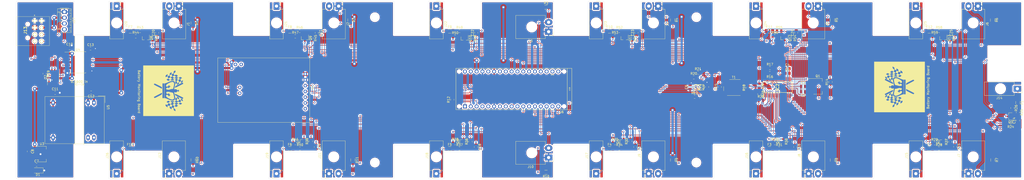
<source format=kicad_pcb>
(kicad_pcb (version 20171130) (host pcbnew "(5.1.5)-3")
  (layers (0 F.Cu signal) (31 B.Cu signal) (34 B.Paste user) (35 F.Paste user) (36 B.SilkS user) (37 F.SilkS user) (38 B.Mask user) (39 F.Mask user) (44 Edge.Cuts user))
  (net 0 "")
  (net 1 GND_ISO)
  (net 2 +5V)
  (net 3 C0)
  (net 4 Vreg)
  (net 5 "Net-(C3-Pad2)")
  (net 6 "Net-(C4-Pad1)")
  (net 7 "Net-(C5-Pad1)")
  (net 8 GND)
  (net 9 +12V)
  (net 10 VCC)
  (net 11 "Net-(C9-Pad2)")
  (net 12 VCC_ISO)
  (net 13 C6)
  (net 14 C7)
  (net 15 C8)
  (net 16 C9)
  (net 17 C10)
  (net 18 C11)
  (net 19 C12)
  (net 20 C1)
  (net 21 C2)
  (net 22 C3)
  (net 23 C4)
  (net 24 C5)
  (net 25 Cell6)
  (net 26 "Net-(F1-Pad1)")
  (net 27 Cell7)
  (net 28 "Net-(F2-Pad1)")
  (net 29 Cell8)
  (net 30 "Net-(F3-Pad1)")
  (net 31 "Net-(F4-Pad1)")
  (net 32 Cell9)
  (net 33 Cell10)
  (net 34 "Net-(F5-Pad1)")
  (net 35 Cell11)
  (net 36 "Net-(F6-Pad1)")
  (net 37 "Net-(F7-Pad1)")
  (net 38 Cell0)
  (net 39 "Net-(F8-Pad1)")
  (net 40 Cell1)
  (net 41 "Net-(F9-Pad1)")
  (net 42 Cell2)
  (net 43 Cell3)
  (net 44 "Net-(F10-Pad1)")
  (net 45 "Net-(F11-Pad1)")
  (net 46 Cell4)
  (net 47 "Net-(F12-Pad1)")
  (net 48 Cell5)
  (net 49 SI)
  (net 50 SO)
  (net 51 SCK)
  (net 52 CS)
  (net 53 IM)
  (net 54 IP)
  (net 55 "Net-(IC1-Pad15)")
  (net 56 "Net-(IC1-Pad16)")
  (net 57 S12)
  (net 58 S11)
  (net 59 S10)
  (net 60 S9)
  (net 61 S8)
  (net 62 S7)
  (net 63 S6)
  (net 64 S5)
  (net 65 S4)
  (net 66 S3)
  (net 67 S2)
  (net 68 S1)
  (net 69 "Net-(IC2-Pad27)")
  (net 70 "Net-(IC2-Pad28)")
  (net 71 "Net-(IC2-Pad29)")
  (net 72 "Net-(IC2-Pad32)")
  (net 73 "Net-(IC2-Pad33)")
  (net 74 "Net-(IC2-Pad36)")
  (net 75 DRV)
  (net 76 "Net-(IC2-Pad39)")
  (net 77 IMA)
  (net 78 IPA)
  (net 79 "Net-(IC2-Pad43)")
  (net 80 "Net-(IC2-Pad44)")
  (net 81 T0)
  (net 82 T1)
  (net 83 T2)
  (net 84 T3)
  (net 85 T4)
  (net 86 T5)
  (net 87 T6)
  (net 88 T7)
  (net 89 T8)
  (net 90 T9)
  (net 91 T10)
  (net 92 T11)
  (net 93 CANH)
  (net 94 CANL)
  (net 95 "Net-(Q2-Pad2)")
  (net 96 "Net-(Q2-Pad1)")
  (net 97 "Net-(Q3-Pad1)")
  (net 98 "Net-(Q3-Pad2)")
  (net 99 "Net-(Q4-Pad1)")
  (net 100 "Net-(Q4-Pad2)")
  (net 101 "Net-(Q5-Pad2)")
  (net 102 "Net-(Q5-Pad1)")
  (net 103 "Net-(Q6-Pad2)")
  (net 104 "Net-(Q6-Pad1)")
  (net 105 "Net-(Q7-Pad1)")
  (net 106 "Net-(Q7-Pad2)")
  (net 107 Cell12)
  (net 108 "Net-(Q8-Pad2)")
  (net 109 "Net-(Q8-Pad1)")
  (net 110 "Net-(Q9-Pad2)")
  (net 111 "Net-(Q9-Pad1)")
  (net 112 "Net-(Q10-Pad1)")
  (net 113 "Net-(Q10-Pad2)")
  (net 114 "Net-(Q11-Pad2)")
  (net 115 "Net-(Q11-Pad1)")
  (net 116 "Net-(Q12-Pad1)")
  (net 117 "Net-(Q12-Pad2)")
  (net 118 "Net-(Q13-Pad1)")
  (net 119 "Net-(Q13-Pad2)")
  (net 120 "Net-(R19-Pad1)")
  (net 121 "Net-(U1-Pad1)")
  (net 122 ISO_CANH)
  (net 123 ISO_CANL)
  (net 124 "Net-(U1-Pad10)")
  (net 125 "Net-(U1-Pad11)")
  (net 126 TXD)
  (net 127 RXD)
  (net 128 "Net-(U2-Pad5)")
  (net 129 "Net-(F13-Pad1)")
  (net 130 "Net-(R12-Pad2)")
  (net 131 "Net-(U6-PadAREF)")
  (net 132 "Net-(U6-PadRST)")
  (net 133 "Net-(U6-Pad3.3V)")
  (net 134 "Net-(U6-PadRX)")
  (net 135 "Net-(U6-Pad2)")
  (net 136 "Net-(U6-Pad3)")
  (net 137 "Net-(U6-Pad5)")
  (net 138 "Net-(U6-Pad7)")
  (net 139 "Net-(U6-Pad13)")
  (net 140 "Net-(U6-Pad11)")
  (net 141 DCDC+)
  (net 142 Sens_Fans)
  (net 143 PWM_Fans)
  (module Arduino_Shield_Modules_for_KiCad_V3:MCP2515_ArduinoShield (layer F.Cu) (at 199.644 228.473 90)
    (fp_text reference U1 (at 15.3416 1.2192 90) (layer F.SilkS))
    (fp_text value MCP2551_CANmodule)
    (pad 11 thru_hole circle (at 25.34 -29.84 90) (size 1.524 1.524) (drill 0.762) (layers *.Cu *.Mask) (net 125 "Net-(U1-Pad11)"))
    (pad 10 thru_hole circle (at 25.34 -32.36 90) (size 1.524 1.524) (drill 0.762) (layers *.Cu *.Mask) (net 124 "Net-(U1-Pad10)"))
    (pad 8 thru_hole circle (at 12.76 -30.5 90) (size 1.524 1.524) (drill 0.762) (layers *.Cu *.Mask) (net 122 ISO_CANH))
    (pad 9 thru_hole circle (at 15.32 -30.5 90) (size 1.524 1.524) (drill 0.762) (layers *.Cu *.Mask) (net 123 ISO_CANL))
    (pad 7 thru_hole circle (at 21.15 -1.92 90) (size 1.524 1.524) (drill 0.762) (layers *.Cu *.Mask) (net 2 +5V))
    (pad 6 thru_hole circle (at 18.6 -1.92 90) (size 1.524 1.524) (drill 0.762) (layers *.Cu *.Mask) (net 1 GND_ISO))
    (pad 5 thru_hole circle (at 16.08 -1.92 90) (size 1.524 1.524) (drill 0.762) (layers *.Cu *.Mask) (net 52 CS))
    (pad 4 thru_hole circle (at 13.56 -1.92 90) (size 1.524 1.524) (drill 0.762) (layers *.Cu *.Mask) (net 50 SO))
    (pad 3 thru_hole circle (at 11.04 -1.92 90) (size 1.524 1.524) (drill 0.762) (layers *.Cu *.Mask) (net 49 SI))
    (pad 2 thru_hole circle (at 8.52 -1.92 90) (size 1.524 1.524) (drill 0.762) (layers *.Cu *.Mask) (net 51 SCK))
    (pad 1 thru_hole circle (at 6 -1.92 90) (size 1.524 1.524) (drill 0.762) (layers *.Cu *.Mask) (net 121 "Net-(U1-Pad1)"))
  )
  (module "Slave Board:flag" (layer F.Cu) (at 456.438 212.979 90)
    (fp_text reference G*** hide)
    (fp_text value LOGO hide)
  )
  (module "Slave Board:flag" (layer F.Cu) (at 138.176 214.63 270)
    (fp_text reference G*** hide)
    (fp_text value LOGO hide)
  )
  (module Resistor_SMD:R_0805_2012Metric (layer F.Cu) (at 261.747 218.5185 90)
    (fp_text reference R12 (at 0 -1.65 90) (layer F.SilkS))
    (fp_text value NC)
    (pad 1 smd roundrect (at -0.9375 0 90) (size 0.975 1.4) (layers F.Cu F.Paste F.Mask) (net 52 CS))
    (pad 2 smd roundrect (at 0.9375 0 90) (size 0.975 1.4) (layers F.Cu F.Paste F.Mask) (net 130 "Net-(R12-Pad2)"))
  )
  (module Connector_TE-Connectivity:TE_MATE-N-LOK_1-794374-x_1x01_P4.14mm_Horizontal (layer F.Cu) (at 115.57 177.673 270)
    (fp_text reference J20 (at 7.85 -4.06 270) (layer F.SilkS))
    (fp_text value Conn_01x01)
    (pad 1 thru_hole roundrect (at 0 0 270) (size 3.3 2.64) (drill 1.4) (layers *.Cu *.Mask) (roundrect_rratio 0.094697) (net 37 "Net-(F7-Pad1)"))
    (pad "" np_thru_hole circle (at 7.34 0 270) (size 3.86 3.86) (drill 3.86) (layers *.Cu *.Mask))
  )
  (module Capacitor_SMD:C_0805_2012Metric (layer F.Cu) (at 372.618 212.979 90)
    (fp_text reference C1 (at 0 -1.65 90) (layer F.SilkS))
    (fp_text value 100n)
    (pad 2 smd roundrect (at 0.9375 0 90) (size 0.975 1.4) (layers F.Cu F.Paste F.Mask) (net 1 GND_ISO))
    (pad 1 smd roundrect (at -0.9375 0 90) (size 0.975 1.4) (layers F.Cu F.Paste F.Mask) (net 2 +5V))
  )
  (module Capacitor_SMD:C_0805_2012Metric (layer F.Cu) (at 414.4795 215.0595 180)
    (fp_text reference C2 (at 0 -1.65) (layer F.SilkS))
    (fp_text value 1u)
    (pad 2 smd roundrect (at 0.9375 0 180) (size 0.975 1.4) (layers F.Cu F.Paste F.Mask) (net 3 C0))
    (pad 1 smd roundrect (at -0.9375 0 180) (size 0.975 1.4) (layers F.Cu F.Paste F.Mask) (net 4 Vreg))
  )
  (module Capacitor_SMD:C_0805_2012Metric (layer F.Cu) (at 414.4795 212.725)
    (fp_text reference C3 (at 0 -1.65) (layer F.SilkS))
    (fp_text value 100n)
    (pad 2 smd roundrect (at 0.9375 0) (size 0.975 1.4) (layers F.Cu F.Paste F.Mask) (net 5 "Net-(C3-Pad2)"))
    (pad 1 smd roundrect (at -0.9375 0) (size 0.975 1.4) (layers F.Cu F.Paste F.Mask) (net 3 C0))
  )
  (module Capacitor_SMD:C_0805_2012Metric (layer F.Cu) (at 407.6215 204.978)
    (fp_text reference C4 (at 0 -1.65) (layer F.SilkS))
    (fp_text value 1u)
    (pad 2 smd roundrect (at 0.9375 0) (size 0.975 1.4) (layers F.Cu F.Paste F.Mask) (net 3 C0))
    (pad 1 smd roundrect (at -0.9375 0) (size 0.975 1.4) (layers F.Cu F.Paste F.Mask) (net 6 "Net-(C4-Pad1)"))
  )
  (module Capacitor_SMD:C_0805_2012Metric (layer F.Cu) (at 407.6215 207.01)
    (fp_text reference C5 (at 0 -1.65) (layer F.SilkS))
    (fp_text value 1u)
    (pad 1 smd roundrect (at -0.9375 0) (size 0.975 1.4) (layers F.Cu F.Paste F.Mask) (net 7 "Net-(C5-Pad1)"))
    (pad 2 smd roundrect (at 0.9375 0) (size 0.975 1.4) (layers F.Cu F.Paste F.Mask) (net 3 C0))
  )
  (module Capacitor_SMD:C_0805_2012Metric (layer F.Cu) (at 365.252 213.0275 90)
    (fp_text reference C6 (at 0 -1.65 90) (layer F.SilkS))
    (fp_text value 100n)
    (pad 1 smd roundrect (at -0.9375 0 90) (size 0.975 1.4) (layers F.Cu F.Paste F.Mask) (net 2 +5V))
    (pad 2 smd roundrect (at 0.9375 0 90) (size 0.975 1.4) (layers F.Cu F.Paste F.Mask) (net 1 GND_ISO))
  )
  (module Capacitor_SMD:C_0805_2012Metric (layer F.Cu) (at 80.6935 247.015)
    (fp_text reference C7 (at 0 -1.65) (layer F.SilkS))
    (fp_text value 100n)
    (pad 1 smd roundrect (at -0.9375 0) (size 0.975 1.4) (layers F.Cu F.Paste F.Mask) (net 9 +12V))
    (pad 2 smd roundrect (at 0.9375 0) (size 0.975 1.4) (layers F.Cu F.Paste F.Mask) (net 8 GND))
  )
  (module Capacitor_SMD:C_0805_2012Metric (layer F.Cu) (at 77.343 241.1245 270)
    (fp_text reference C8 (at 0 -1.65 90) (layer F.SilkS))
    (fp_text value 100n)
    (pad 1 smd roundrect (at -0.9375 0 270) (size 0.975 1.4) (layers F.Cu F.Paste F.Mask) (net 10 VCC))
    (pad 2 smd roundrect (at 0.9375 0 270) (size 0.975 1.4) (layers F.Cu F.Paste F.Mask) (net 8 GND))
  )
  (module Capacitor_SMD:C_0805_2012Metric (layer F.Cu) (at 395.351 212.5195 270)
    (fp_text reference C9 (at 0 -1.65 90) (layer F.SilkS))
    (fp_text value 100n)
    (pad 1 smd roundrect (at -0.9375 0 270) (size 0.975 1.4) (layers F.Cu F.Paste F.Mask) (net 3 C0))
    (pad 2 smd roundrect (at 0.9375 0 270) (size 0.975 1.4) (layers F.Cu F.Paste F.Mask) (net 11 "Net-(C9-Pad2)"))
  )
  (module Capacitor_SMD:C_0805_2012Metric (layer F.Cu) (at 95.0445 195.961)
    (fp_text reference C10 (at 0 -1.65) (layer F.SilkS))
    (fp_text value 100n)
    (pad 1 smd roundrect (at -0.9375 0) (size 0.975 1.4) (layers F.Cu F.Paste F.Mask) (net 10 VCC))
    (pad 2 smd roundrect (at 0.9375 0) (size 0.975 1.4) (layers F.Cu F.Paste F.Mask) (net 8 GND))
  )
  (module Capacitor_SMD:C_0805_2012Metric (layer F.Cu) (at 88.773 215.519)
    (fp_text reference C11 (at 0 -1.65) (layer F.SilkS))
    (fp_text value 100n)
    (pad 1 smd roundrect (at -0.9375 0) (size 0.975 1.4) (layers F.Cu F.Paste F.Mask) (net 9 +12V))
    (pad 2 smd roundrect (at 0.9375 0) (size 0.975 1.4) (layers F.Cu F.Paste F.Mask) (net 8 GND))
  )
  (module Capacitor_SMD:C_0805_2012Metric (layer F.Cu) (at 104.4425 215.392 180)
    (fp_text reference C12 (at 0 -1.65) (layer F.SilkS))
    (fp_text value 100n)
    (pad 2 smd roundrect (at 0.9375 0 180) (size 0.975 1.4) (layers F.Cu F.Paste F.Mask) (net 1 GND_ISO))
    (pad 1 smd roundrect (at -0.9375 0 180) (size 0.975 1.4) (layers F.Cu F.Paste F.Mask) (net 12 VCC_ISO))
  )
  (module Capacitor_SMD:C_0805_2012Metric (layer F.Cu) (at 104.1885 196.215)
    (fp_text reference C13 (at 0 -1.65) (layer F.SilkS))
    (fp_text value 100n)
    (pad 1 smd roundrect (at -0.9375 0) (size 0.975 1.4) (layers F.Cu F.Paste F.Mask) (net 2 +5V))
    (pad 2 smd roundrect (at 0.9375 0) (size 0.975 1.4) (layers F.Cu F.Paste F.Mask) (net 1 GND_ISO))
  )
  (module Capacitor_SMD:C_0805_2012Metric (layer F.Cu) (at 508 227.6325 90)
    (fp_text reference C14 (at 0 -1.65 90) (layer F.SilkS))
    (fp_text value 10n)
    (pad 2 smd roundrect (at 0.9375 0 90) (size 0.975 1.4) (layers F.Cu F.Paste F.Mask) (net 13 C6))
    (pad 1 smd roundrect (at -0.9375 0 90) (size 0.975 1.4) (layers F.Cu F.Paste F.Mask) (net 14 C7))
  )
  (module Capacitor_SMD:C_0805_2012Metric (layer F.Cu) (at 480.695 239.0625 270)
    (fp_text reference C15 (at 0 -1.65 90) (layer F.SilkS))
    (fp_text value 10n)
    (pad 1 smd roundrect (at -0.9375 0 270) (size 0.975 1.4) (layers F.Cu F.Paste F.Mask) (net 15 C8))
    (pad 2 smd roundrect (at 0.9375 0 270) (size 0.975 1.4) (layers F.Cu F.Paste F.Mask) (net 14 C7))
  )
  (module Capacitor_SMD:C_0805_2012Metric (layer F.Cu) (at 411.099 239.1895 270)
    (fp_text reference C16 (at 0 -1.65 90) (layer F.SilkS))
    (fp_text value 10n)
    (pad 2 smd roundrect (at 0.9375 0 270) (size 0.975 1.4) (layers F.Cu F.Paste F.Mask) (net 15 C8))
    (pad 1 smd roundrect (at -0.9375 0 270) (size 0.975 1.4) (layers F.Cu F.Paste F.Mask) (net 16 C9))
  )
  (module Capacitor_SMD:C_0805_2012Metric (layer F.Cu) (at 341.376 239.1895 270)
    (fp_text reference C17 (at 0 -1.65 90) (layer F.SilkS))
    (fp_text value 10n)
    (pad 1 smd roundrect (at -0.9375 0 270) (size 0.975 1.4) (layers F.Cu F.Paste F.Mask) (net 17 C10))
    (pad 2 smd roundrect (at 0.9375 0 270) (size 0.975 1.4) (layers F.Cu F.Paste F.Mask) (net 16 C9))
  )
  (module Capacitor_SMD:C_0805_2012Metric (layer F.Cu) (at 272.034 239.1895 270)
    (fp_text reference C18 (at 0 -1.65 90) (layer F.SilkS))
    (fp_text value 10n)
    (pad 1 smd roundrect (at -0.9375 0 270) (size 0.975 1.4) (layers F.Cu F.Paste F.Mask) (net 18 C11))
    (pad 2 smd roundrect (at 0.9375 0 270) (size 0.975 1.4) (layers F.Cu F.Paste F.Mask) (net 17 C10))
  )
  (module Capacitor_SMD:C_0805_2012Metric (layer F.Cu) (at 202.311 239.1895 270)
    (fp_text reference C19 (at 0 -1.65 90) (layer F.SilkS))
    (fp_text value 10n)
    (pad 1 smd roundrect (at -0.9375 0 270) (size 0.975 1.4) (layers F.Cu F.Paste F.Mask) (net 19 C12))
    (pad 2 smd roundrect (at 0.9375 0 270) (size 0.975 1.4) (layers F.Cu F.Paste F.Mask) (net 18 C11))
  )
  (module Capacitor_SMD:C_0805_2012Metric (layer F.Cu) (at 133.223 189.3085 90)
    (fp_text reference C20 (at 0 -1.65 90) (layer F.SilkS))
    (fp_text value 10n)
    (pad 2 smd roundrect (at 0.9375 0 90) (size 0.975 1.4) (layers F.Cu F.Paste F.Mask) (net 3 C0))
    (pad 1 smd roundrect (at -0.9375 0 90) (size 0.975 1.4) (layers F.Cu F.Paste F.Mask) (net 20 C1))
  )
  (module Capacitor_SMD:C_0805_2012Metric (layer F.Cu) (at 202.692 189.3085 270)
    (fp_text reference C21 (at 0 -1.65 90) (layer F.SilkS))
    (fp_text value 10n)
    (pad 1 smd roundrect (at -0.9375 0 270) (size 0.975 1.4) (layers F.Cu F.Paste F.Mask) (net 21 C2))
    (pad 2 smd roundrect (at 0.9375 0 270) (size 0.975 1.4) (layers F.Cu F.Paste F.Mask) (net 20 C1))
  )
  (module Capacitor_SMD:C_0805_2012Metric (layer F.Cu) (at 272.161 189.3085 90)
    (fp_text reference C22 (at 0 -1.65 90) (layer F.SilkS))
    (fp_text value 10n)
    (pad 1 smd roundrect (at -0.9375 0 90) (size 0.975 1.4) (layers F.Cu F.Paste F.Mask) (net 22 C3))
    (pad 2 smd roundrect (at 0.9375 0 90) (size 0.975 1.4) (layers F.Cu F.Paste F.Mask) (net 21 C2))
  )
  (module Capacitor_SMD:C_0805_2012Metric (layer F.Cu) (at 341.884 189.3085 90)
    (fp_text reference C23 (at 0 -1.65 90) (layer F.SilkS))
    (fp_text value 10n)
    (pad 2 smd roundrect (at 0.9375 0 90) (size 0.975 1.4) (layers F.Cu F.Paste F.Mask) (net 22 C3))
    (pad 1 smd roundrect (at -0.9375 0 90) (size 0.975 1.4) (layers F.Cu F.Paste F.Mask) (net 23 C4))
  )
  (module Capacitor_SMD:C_0805_2012Metric (layer F.Cu) (at 411.48 189.3085 90)
    (fp_text reference C24 (at 0 -1.65 90) (layer F.SilkS))
    (fp_text value 10n)
    (pad 2 smd roundrect (at 0.9375 0 90) (size 0.975 1.4) (layers F.Cu F.Paste F.Mask) (net 23 C4))
    (pad 1 smd roundrect (at -0.9375 0 90) (size 0.975 1.4) (layers F.Cu F.Paste F.Mask) (net 24 C5))
  )
  (module Capacitor_SMD:C_0805_2012Metric (layer F.Cu) (at 480.568 189.3085 90)
    (fp_text reference C25 (at 0 -1.65 90) (layer F.SilkS))
    (fp_text value 10n)
    (pad 1 smd roundrect (at -0.9375 0 90) (size 0.975 1.4) (layers F.Cu F.Paste F.Mask) (net 13 C6))
    (pad 2 smd roundrect (at 0.9375 0 90) (size 0.975 1.4) (layers F.Cu F.Paste F.Mask) (net 24 C5))
  )
  (module Diode_SMD:D_1206_3216Metric (layer F.Cu) (at 81.283 249.428 180)
    (fp_text reference D1 (at 0 -1.82) (layer F.SilkS))
    (fp_text value DIODE)
    (pad 2 smd roundrect (at 1.4 0 180) (size 1.25 1.75) (layers F.Cu F.Paste F.Mask) (roundrect_rratio 0.2) (net 9 +12V))
    (pad 1 smd roundrect (at -1.4 0 180) (size 1.25 1.75) (layers F.Cu F.Paste F.Mask) (roundrect_rratio 0.2) (net 8 GND))
  )
  (module Fuse:Fuse_1206_3216Metric (layer F.Cu) (at 508 219.834 270)
    (fp_text reference F1 (at 0 -1.82 90) (layer F.SilkS))
    (fp_text value Fuse)
    (pad 2 smd roundrect (at 1.4 0 270) (size 1.25 1.75) (layers F.Cu F.Paste F.Mask) (roundrect_rratio 0.2) (net 25 Cell6))
    (pad 1 smd roundrect (at -1.4 0 270) (size 1.25 1.75) (layers F.Cu F.Paste F.Mask) (roundrect_rratio 0.2) (net 26 "Net-(F1-Pad1)"))
  )
  (module Fuse:Fuse_1206_3216Metric (layer F.Cu) (at 469.395 239.903)
    (fp_text reference F2 (at 0 -1.82) (layer F.SilkS))
    (fp_text value Fuse)
    (pad 2 smd roundrect (at 1.4 0) (size 1.25 1.75) (layers F.Cu F.Paste F.Mask) (roundrect_rratio 0.2) (net 27 Cell7))
    (pad 1 smd roundrect (at -1.4 0) (size 1.25 1.75) (layers F.Cu F.Paste F.Mask) (roundrect_rratio 0.2) (net 28 "Net-(F2-Pad1)"))
  )
  (module Fuse:Fuse_1206_3216Metric (layer F.Cu) (at 399.799 239.903)
    (fp_text reference F3 (at 0 -1.82) (layer F.SilkS))
    (fp_text value Fuse)
    (pad 2 smd roundrect (at 1.4 0) (size 1.25 1.75) (layers F.Cu F.Paste F.Mask) (roundrect_rratio 0.2) (net 29 Cell8))
    (pad 1 smd roundrect (at -1.4 0) (size 1.25 1.75) (layers F.Cu F.Paste F.Mask) (roundrect_rratio 0.2) (net 30 "Net-(F3-Pad1)"))
  )
  (module Fuse:Fuse_1206_3216Metric (layer F.Cu) (at 330.203 239.903)
    (fp_text reference F4 (at 0 -1.82) (layer F.SilkS))
    (fp_text value Fuse)
    (pad 1 smd roundrect (at -1.4 0) (size 1.25 1.75) (layers F.Cu F.Paste F.Mask) (roundrect_rratio 0.2) (net 31 "Net-(F4-Pad1)"))
    (pad 2 smd roundrect (at 1.4 0) (size 1.25 1.75) (layers F.Cu F.Paste F.Mask) (roundrect_rratio 0.2) (net 32 Cell9))
  )
  (module Fuse:Fuse_1206_3216Metric (layer F.Cu) (at 260.607 239.903)
    (fp_text reference F5 (at 0 -1.82) (layer F.SilkS))
    (fp_text value Fuse)
    (pad 2 smd roundrect (at 1.4 0) (size 1.25 1.75) (layers F.Cu F.Paste F.Mask) (roundrect_rratio 0.2) (net 33 Cell10))
    (pad 1 smd roundrect (at -1.4 0) (size 1.25 1.75) (layers F.Cu F.Paste F.Mask) (roundrect_rratio 0.2) (net 34 "Net-(F5-Pad1)"))
  )
  (module Fuse:Fuse_1206_3216Metric (layer F.Cu) (at 191.011 239.903)
    (fp_text reference F6 (at 0 -1.82) (layer F.SilkS))
    (fp_text value Fuse)
    (pad 2 smd roundrect (at 1.4 0) (size 1.25 1.75) (layers F.Cu F.Paste F.Mask) (roundrect_rratio 0.2) (net 35 Cell11))
    (pad 1 smd roundrect (at -1.4 0) (size 1.25 1.75) (layers F.Cu F.Paste F.Mask) (roundrect_rratio 0.2) (net 36 "Net-(F6-Pad1)"))
  )
  (module Fuse:Fuse_1206_3216Metric (layer F.Cu) (at 121.539 188.595)
    (fp_text reference F7 (at 0 -1.82) (layer F.SilkS))
    (fp_text value Fuse)
    (pad 1 smd roundrect (at -1.4 0) (size 1.25 1.75) (layers F.Cu F.Paste F.Mask) (roundrect_rratio 0.2) (net 37 "Net-(F7-Pad1)"))
    (pad 2 smd roundrect (at 1.4 0) (size 1.25 1.75) (layers F.Cu F.Paste F.Mask) (roundrect_rratio 0.2) (net 38 Cell0))
  )
  (module Fuse:Fuse_1206_3216Metric (layer F.Cu) (at 191.005 188.595)
    (fp_text reference F8 (at 0 -1.82) (layer F.SilkS))
    (fp_text value Fuse)
    (pad 1 smd roundrect (at -1.4 0) (size 1.25 1.75) (layers F.Cu F.Paste F.Mask) (roundrect_rratio 0.2) (net 39 "Net-(F8-Pad1)"))
    (pad 2 smd roundrect (at 1.4 0) (size 1.25 1.75) (layers F.Cu F.Paste F.Mask) (roundrect_rratio 0.2) (net 40 Cell1))
  )
  (module Fuse:Fuse_1206_3216Metric (layer F.Cu) (at 260.607 188.595)
    (fp_text reference F9 (at 0 -1.82) (layer F.SilkS))
    (fp_text value Fuse)
    (pad 1 smd roundrect (at -1.4 0) (size 1.25 1.75) (layers F.Cu F.Paste F.Mask) (roundrect_rratio 0.2) (net 41 "Net-(F9-Pad1)"))
    (pad 2 smd roundrect (at 1.4 0) (size 1.25 1.75) (layers F.Cu F.Paste F.Mask) (roundrect_rratio 0.2) (net 42 Cell2))
  )
  (module Fuse:Fuse_1206_3216Metric (layer F.Cu) (at 330.203 188.595)
    (fp_text reference F10 (at 0 -1.82) (layer F.SilkS))
    (fp_text value Fuse)
    (pad 2 smd roundrect (at 1.4 0) (size 1.25 1.75) (layers F.Cu F.Paste F.Mask) (roundrect_rratio 0.2) (net 43 Cell3))
    (pad 1 smd roundrect (at -1.4 0) (size 1.25 1.75) (layers F.Cu F.Paste F.Mask) (roundrect_rratio 0.2) (net 44 "Net-(F10-Pad1)"))
  )
  (module Fuse:Fuse_1206_3216Metric (layer F.Cu) (at 399.799 188.595)
    (fp_text reference F11 (at 0 -1.82) (layer F.SilkS))
    (fp_text value Fuse)
    (pad 1 smd roundrect (at -1.4 0) (size 1.25 1.75) (layers F.Cu F.Paste F.Mask) (roundrect_rratio 0.2) (net 45 "Net-(F11-Pad1)"))
    (pad 2 smd roundrect (at 1.4 0) (size 1.25 1.75) (layers F.Cu F.Paste F.Mask) (roundrect_rratio 0.2) (net 46 Cell4))
  )
  (module Fuse:Fuse_1206_3216Metric (layer F.Cu) (at 469.395 188.595)
    (fp_text reference F12 (at 0 -1.82) (layer F.SilkS))
    (fp_text value Fuse)
    (pad 1 smd roundrect (at -1.4 0) (size 1.25 1.75) (layers F.Cu F.Paste F.Mask) (roundrect_rratio 0.2) (net 47 "Net-(F12-Pad1)"))
    (pad 2 smd roundrect (at 1.4 0) (size 1.25 1.75) (layers F.Cu F.Paste F.Mask) (roundrect_rratio 0.2) (net 48 Cell5))
  )
  (module LTC6820IMS#PBF:SOP50P490X110-16N (layer F.Cu) (at 369.189 213.106 90)
    (fp_text reference IC1 (at 0 0 90) (layer F.SilkS) (effects (font (size 1.27 1.27) (thickness 0.254))))
    (fp_text value LTC6820IMS#PBF hide)
    (pad 1 smd rect (at -2.212 -1.75 180) (size 0.3 1.425) (layers F.Cu F.Paste F.Mask) (net 2 +5V))
    (pad 2 smd rect (at -2.212 -1.25 180) (size 0.3 1.425) (layers F.Cu F.Paste F.Mask) (net 49 SI))
    (pad 3 smd rect (at -2.212 -0.75 180) (size 0.3 1.425) (layers F.Cu F.Paste F.Mask) (net 50 SO))
    (pad 4 smd rect (at -2.212 -0.25 180) (size 0.3 1.425) (layers F.Cu F.Paste F.Mask) (net 51 SCK))
    (pad 5 smd rect (at -2.212 0.25 180) (size 0.3 1.425) (layers F.Cu F.Paste F.Mask) (net 52 CS))
    (pad 6 smd rect (at -2.212 0.75 180) (size 0.3 1.425) (layers F.Cu F.Paste F.Mask) (net 2 +5V))
    (pad 7 smd rect (at -2.212 1.25 180) (size 0.3 1.425) (layers F.Cu F.Paste F.Mask) (net 2 +5V))
    (pad 8 smd rect (at -2.212 1.75 180) (size 0.3 1.425) (layers F.Cu F.Paste F.Mask) (net 2 +5V))
    (pad 9 smd rect (at 2.212 1.75 180) (size 0.3 1.425) (layers F.Cu F.Paste F.Mask) (net 2 +5V))
    (pad 10 smd rect (at 2.212 1.25 180) (size 0.3 1.425) (layers F.Cu F.Paste F.Mask) (net 53 IM))
    (pad 11 smd rect (at 2.212 0.75 180) (size 0.3 1.425) (layers F.Cu F.Paste F.Mask) (net 54 IP))
    (pad 12 smd rect (at 2.212 0.25 180) (size 0.3 1.425) (layers F.Cu F.Paste F.Mask) (net 2 +5V))
    (pad 13 smd rect (at 2.212 -0.25 180) (size 0.3 1.425) (layers F.Cu F.Paste F.Mask) (net 1 GND_ISO))
    (pad 14 smd rect (at 2.212 -0.75 180) (size 0.3 1.425) (layers F.Cu F.Paste F.Mask) (net 1 GND_ISO))
    (pad 15 smd rect (at 2.212 -1.25 180) (size 0.3 1.425) (layers F.Cu F.Paste F.Mask) (net 55 "Net-(IC1-Pad15)"))
    (pad 16 smd rect (at 2.212 -1.75 180) (size 0.3 1.425) (layers F.Cu F.Paste F.Mask) (net 56 "Net-(IC1-Pad16)"))
  )
  (module LTC6804-2:SOP50P780X200-48N (layer F.Cu) (at 403.352 213.106 90)
    (fp_text reference IC2 (at 0 0 90) (layer F.SilkS) (effects (font (size 1.27 1.27) (thickness 0.254))))
    (fp_text value LTC6804-2 hide)
    (pad 1 smd rect (at -3.55 -5.75 180) (size 0.3 1.8) (layers F.Cu F.Paste F.Mask) (net 11 "Net-(C9-Pad2)"))
    (pad 2 smd rect (at -3.55 -5.25 180) (size 0.3 1.8) (layers F.Cu F.Paste F.Mask) (net 19 C12))
    (pad 3 smd rect (at -3.55 -4.75 180) (size 0.3 1.8) (layers F.Cu F.Paste F.Mask) (net 57 S12))
    (pad 4 smd rect (at -3.55 -4.25 180) (size 0.3 1.8) (layers F.Cu F.Paste F.Mask) (net 18 C11))
    (pad 5 smd rect (at -3.55 -3.75 180) (size 0.3 1.8) (layers F.Cu F.Paste F.Mask) (net 58 S11))
    (pad 6 smd rect (at -3.55 -3.25 180) (size 0.3 1.8) (layers F.Cu F.Paste F.Mask) (net 17 C10))
    (pad 7 smd rect (at -3.55 -2.75 180) (size 0.3 1.8) (layers F.Cu F.Paste F.Mask) (net 59 S10))
    (pad 8 smd rect (at -3.55 -2.25 180) (size 0.3 1.8) (layers F.Cu F.Paste F.Mask) (net 16 C9))
    (pad 9 smd rect (at -3.55 -1.75 180) (size 0.3 1.8) (layers F.Cu F.Paste F.Mask) (net 60 S9))
    (pad 10 smd rect (at -3.55 -1.25 180) (size 0.3 1.8) (layers F.Cu F.Paste F.Mask) (net 15 C8))
    (pad 11 smd rect (at -3.55 -0.75 180) (size 0.3 1.8) (layers F.Cu F.Paste F.Mask) (net 61 S8))
    (pad 12 smd rect (at -3.55 -0.25 180) (size 0.3 1.8) (layers F.Cu F.Paste F.Mask) (net 14 C7))
    (pad 13 smd rect (at -3.55 0.25 180) (size 0.3 1.8) (layers F.Cu F.Paste F.Mask) (net 62 S7))
    (pad 14 smd rect (at -3.55 0.75 180) (size 0.3 1.8) (layers F.Cu F.Paste F.Mask) (net 13 C6))
    (pad 15 smd rect (at -3.55 1.25 180) (size 0.3 1.8) (layers F.Cu F.Paste F.Mask) (net 63 S6))
    (pad 16 smd rect (at -3.55 1.75 180) (size 0.3 1.8) (layers F.Cu F.Paste F.Mask) (net 24 C5))
    (pad 17 smd rect (at -3.55 2.25 180) (size 0.3 1.8) (layers F.Cu F.Paste F.Mask) (net 64 S5))
    (pad 18 smd rect (at -3.55 2.75 180) (size 0.3 1.8) (layers F.Cu F.Paste F.Mask) (net 23 C4))
    (pad 19 smd rect (at -3.55 3.25 180) (size 0.3 1.8) (layers F.Cu F.Paste F.Mask) (net 65 S4))
    (pad 20 smd rect (at -3.55 3.75 180) (size 0.3 1.8) (layers F.Cu F.Paste F.Mask) (net 22 C3))
    (pad 21 smd rect (at -3.55 4.25 180) (size 0.3 1.8) (layers F.Cu F.Paste F.Mask) (net 66 S3))
    (pad 22 smd rect (at -3.55 4.75 180) (size 0.3 1.8) (layers F.Cu F.Paste F.Mask) (net 21 C2))
    (pad 23 smd rect (at -3.55 5.25 180) (size 0.3 1.8) (layers F.Cu F.Paste F.Mask) (net 67 S2))
    (pad 24 smd rect (at -3.55 5.75 180) (size 0.3 1.8) (layers F.Cu F.Paste F.Mask) (net 20 C1))
    (pad 25 smd rect (at 3.55 5.75 180) (size 0.3 1.8) (layers F.Cu F.Paste F.Mask) (net 68 S1))
    (pad 26 smd rect (at 3.55 5.25 180) (size 0.3 1.8) (layers F.Cu F.Paste F.Mask) (net 3 C0))
    (pad 27 smd rect (at 3.55 4.75 180) (size 0.3 1.8) (layers F.Cu F.Paste F.Mask) (net 69 "Net-(IC2-Pad27)"))
    (pad 28 smd rect (at 3.55 4.25 180) (size 0.3 1.8) (layers F.Cu F.Paste F.Mask) (net 70 "Net-(IC2-Pad28)"))
    (pad 29 smd rect (at 3.55 3.75 180) (size 0.3 1.8) (layers F.Cu F.Paste F.Mask) (net 71 "Net-(IC2-Pad29)"))
    (pad 30 smd rect (at 3.55 3.25 180) (size 0.3 1.8) (layers F.Cu F.Paste F.Mask) (net 3 C0))
    (pad 31 smd rect (at 3.55 2.75 180) (size 0.3 1.8) (layers F.Cu F.Paste F.Mask) (net 3 C0))
    (pad 32 smd rect (at 3.55 2.25 180) (size 0.3 1.8) (layers F.Cu F.Paste F.Mask) (net 72 "Net-(IC2-Pad32)"))
    (pad 33 smd rect (at 3.55 1.75 180) (size 0.3 1.8) (layers F.Cu F.Paste F.Mask) (net 73 "Net-(IC2-Pad33)"))
    (pad 34 smd rect (at 3.55 1.25 180) (size 0.3 1.8) (layers F.Cu F.Paste F.Mask) (net 7 "Net-(C5-Pad1)"))
    (pad 35 smd rect (at 3.55 0.75 180) (size 0.3 1.8) (layers F.Cu F.Paste F.Mask) (net 6 "Net-(C4-Pad1)"))
    (pad 36 smd rect (at 3.55 0.25 180) (size 0.3 1.8) (layers F.Cu F.Paste F.Mask) (net 74 "Net-(IC2-Pad36)"))
    (pad 37 smd rect (at 3.55 -0.25 180) (size 0.3 1.8) (layers F.Cu F.Paste F.Mask) (net 4 Vreg))
    (pad 38 smd rect (at 3.55 -0.75 180) (size 0.3 1.8) (layers F.Cu F.Paste F.Mask) (net 75 DRV))
    (pad 39 smd rect (at 3.55 -1.25 180) (size 0.3 1.8) (layers F.Cu F.Paste F.Mask) (net 76 "Net-(IC2-Pad39)"))
    (pad 40 smd rect (at 3.55 -1.75 180) (size 0.3 1.8) (layers F.Cu F.Paste F.Mask) (net 4 Vreg))
    (pad 41 smd rect (at 3.55 -2.25 180) (size 0.3 1.8) (layers F.Cu F.Paste F.Mask) (net 77 IMA))
    (pad 42 smd rect (at 3.55 -2.75 180) (size 0.3 1.8) (layers F.Cu F.Paste F.Mask) (net 78 IPA))
    (pad 43 smd rect (at 3.55 -3.25 180) (size 0.3 1.8) (layers F.Cu F.Paste F.Mask) (net 79 "Net-(IC2-Pad43)"))
    (pad 44 smd rect (at 3.55 -3.75 180) (size 0.3 1.8) (layers F.Cu F.Paste F.Mask) (net 80 "Net-(IC2-Pad44)"))
    (pad 45 smd rect (at 3.55 -4.25 180) (size 0.3 1.8) (layers F.Cu F.Paste F.Mask) (net 3 C0))
    (pad 46 smd rect (at 3.55 -4.75 180) (size 0.3 1.8) (layers F.Cu F.Paste F.Mask) (net 3 C0))
    (pad 47 smd rect (at 3.55 -5.25 180) (size 0.3 1.8) (layers F.Cu F.Paste F.Mask) (net 3 C0))
    (pad 48 smd rect (at 3.55 -5.75 180) (size 0.3 1.8) (layers F.Cu F.Paste F.Mask) (net 3 C0))
  )
  (module Connector_TE-Connectivity:TE_MATE-N-LOK_1-770966-x_1x02_P4.14mm_Horizontal (layer F.Cu) (at 142.621 177.673 270)
    (fp_text reference J1 (at 7.85 -4.06 90) (layer F.SilkS))
    (fp_text value Conn_01x02)
    (pad "" np_thru_hole circle (at 7.34 2.07 270) (size 3.86 3.86) (drill 3.86) (layers *.Cu *.Mask))
    (pad 2 thru_hole oval (at 0 4.14 270) (size 3.3 2.64) (drill 1.4) (layers *.Cu *.Mask) (net 81 T0))
    (pad 1 thru_hole roundrect (at 0 0 270) (size 3.3 2.64) (drill 1.4) (layers *.Cu *.Mask) (roundrect_rratio 0.094697) (net 1 GND_ISO))
  )
  (module Connector_TE-Connectivity:TE_MATE-N-LOK_1-770966-x_1x02_P4.14mm_Horizontal (layer F.Cu) (at 212.217 177.673 270)
    (fp_text reference J2 (at 7.85 -4.06 90) (layer F.SilkS))
    (fp_text value Conn_01x02)
    (pad 1 thru_hole roundrect (at 0 0 270) (size 3.3 2.64) (drill 1.4) (layers *.Cu *.Mask) (roundrect_rratio 0.094697) (net 1 GND_ISO))
    (pad 2 thru_hole oval (at 0 4.14 270) (size 3.3 2.64) (drill 1.4) (layers *.Cu *.Mask) (net 82 T1))
    (pad "" np_thru_hole circle (at 7.34 2.07 270) (size 3.86 3.86) (drill 3.86) (layers *.Cu *.Mask))
  )
  (module Connector_TE-Connectivity:TE_MATE-N-LOK_1-770966-x_1x02_P4.14mm_Horizontal (layer F.Cu) (at 303.657 188.849 180)
    (fp_text reference J3 (at 7.85 -4.06) (layer F.SilkS))
    (fp_text value Conn_01x02)
    (pad "" np_thru_hole circle (at 7.34 2.07 180) (size 3.86 3.86) (drill 3.86) (layers *.Cu *.Mask))
    (pad 2 thru_hole oval (at 0 4.14 180) (size 3.3 2.64) (drill 1.4) (layers *.Cu *.Mask) (net 83 T2))
    (pad 1 thru_hole roundrect (at 0 0 180) (size 3.3 2.64) (drill 1.4) (layers *.Cu *.Mask) (roundrect_rratio 0.094697) (net 1 GND_ISO))
  )
  (module Connector_TE-Connectivity:TE_MATE-N-LOK_1-770966-x_1x02_P4.14mm_Horizontal (layer F.Cu) (at 351.358 177.673 270)
    (fp_text reference J4 (at 7.85 -4.06 90) (layer F.SilkS))
    (fp_text value Conn_01x02)
    (pad 1 thru_hole roundrect (at 0 0 270) (size 3.3 2.64) (drill 1.4) (layers *.Cu *.Mask) (roundrect_rratio 0.094697) (net 1 GND_ISO))
    (pad 2 thru_hole oval (at 0 4.14 270) (size 3.3 2.64) (drill 1.4) (layers *.Cu *.Mask) (net 84 T3))
    (pad "" np_thru_hole circle (at 7.34 2.07 270) (size 3.86 3.86) (drill 3.86) (layers *.Cu *.Mask))
  )
  (module Connector_TE-Connectivity:TE_MATE-N-LOK_1-770966-x_1x02_P4.14mm_Horizontal (layer F.Cu) (at 420.954 177.673 270)
    (fp_text reference J5 (at 7.85 -4.06 90) (layer F.SilkS))
    (fp_text value Conn_01x02)
    (pad "" np_thru_hole circle (at 7.34 2.07 270) (size 3.86 3.86) (drill 3.86) (layers *.Cu *.Mask))
    (pad 2 thru_hole oval (at 0 4.14 270) (size 3.3 2.64) (drill 1.4) (layers *.Cu *.Mask) (net 85 T4))
    (pad 1 thru_hole roundrect (at 0 0 270) (size 3.3 2.64) (drill 1.4) (layers *.Cu *.Mask) (roundrect_rratio 0.094697) (net 1 GND_ISO))
  )
  (module Connector_TE-Connectivity:TE_MATE-N-LOK_1-770966-x_1x02_P4.14mm_Horizontal (layer F.Cu) (at 490.601 177.673 270)
    (fp_text reference J6 (at 7.85 -4.06 90) (layer F.SilkS))
    (fp_text value Conn_01x02)
    (pad 1 thru_hole roundrect (at 0 0 270) (size 3.3 2.64) (drill 1.4) (layers *.Cu *.Mask) (roundrect_rratio 0.094697) (net 1 GND_ISO))
    (pad 2 thru_hole oval (at 0 4.14 270) (size 3.3 2.64) (drill 1.4) (layers *.Cu *.Mask) (net 86 T5))
    (pad "" np_thru_hole circle (at 7.34 2.07 270) (size 3.86 3.86) (drill 3.86) (layers *.Cu *.Mask))
  )
  (module Connector_TE-Connectivity:TE_MATE-N-LOK_1-770966-x_1x02_P4.14mm_Horizontal (layer F.Cu) (at 486.461 250.825 90)
    (fp_text reference J7 (at 7.85 -4.06 90) (layer F.SilkS))
    (fp_text value Conn_01x02)
    (pad 1 thru_hole roundrect (at 0 0 90) (size 3.3 2.64) (drill 1.4) (layers *.Cu *.Mask) (roundrect_rratio 0.094697) (net 1 GND_ISO))
    (pad 2 thru_hole oval (at 0 4.14 90) (size 3.3 2.64) (drill 1.4) (layers *.Cu *.Mask) (net 87 T6))
    (pad "" np_thru_hole circle (at 7.34 2.07 90) (size 3.86 3.86) (drill 3.86) (layers *.Cu *.Mask))
  )
  (module Connector_TE-Connectivity:TE_MATE-N-LOK_1-770966-x_1x02_P4.14mm_Horizontal (layer F.Cu) (at 416.865 250.825 90)
    (fp_text reference J8 (at 7.85 -4.06 90) (layer F.SilkS))
    (fp_text value Conn_01x02)
    (pad "" np_thru_hole circle (at 7.34 2.07 90) (size 3.86 3.86) (drill 3.86) (layers *.Cu *.Mask))
    (pad 2 thru_hole oval (at 0 4.14 90) (size 3.3 2.64) (drill 1.4) (layers *.Cu *.Mask) (net 88 T7))
    (pad 1 thru_hole roundrect (at 0 0 90) (size 3.3 2.64) (drill 1.4) (layers *.Cu *.Mask) (roundrect_rratio 0.094697) (net 1 GND_ISO))
  )
  (module Connector_TE-Connectivity:TE_MATE-N-LOK_1-770966-x_1x02_P4.14mm_Horizontal (layer F.Cu) (at 347.218 250.825 90)
    (fp_text reference J9 (at 7.85 -4.06 90) (layer F.SilkS))
    (fp_text value Conn_01x02)
    (pad 1 thru_hole roundrect (at 0 0 90) (size 3.3 2.64) (drill 1.4) (layers *.Cu *.Mask) (roundrect_rratio 0.094697) (net 1 GND_ISO))
    (pad 2 thru_hole oval (at 0 4.14 90) (size 3.3 2.64) (drill 1.4) (layers *.Cu *.Mask) (net 89 T8))
    (pad "" np_thru_hole circle (at 7.34 2.07 90) (size 3.86 3.86) (drill 3.86) (layers *.Cu *.Mask))
  )
  (module Connector_TE-Connectivity:TE_MATE-N-LOK_1-770966-x_1x02_P4.14mm_Horizontal (layer F.Cu) (at 303.657 243.789 180)
    (fp_text reference J10 (at 7.85 -4.06) (layer F.SilkS))
    (fp_text value Conn_01x02)
    (pad "" np_thru_hole circle (at 7.34 2.07 180) (size 3.86 3.86) (drill 3.86) (layers *.Cu *.Mask))
    (pad 2 thru_hole oval (at 0 4.14 180) (size 3.3 2.64) (drill 1.4) (layers *.Cu *.Mask) (net 90 T9))
    (pad 1 thru_hole roundrect (at 0 0 180) (size 3.3 2.64) (drill 1.4) (layers *.Cu *.Mask) (roundrect_rratio 0.094697) (net 1 GND_ISO))
  )
  (module Connector_TE-Connectivity:TE_MATE-N-LOK_1-770966-x_1x02_P4.14mm_Horizontal (layer F.Cu) (at 208.026 250.825 90)
    (fp_text reference J11 (at 7.85 -4.06 90) (layer F.SilkS))
    (fp_text value Conn_01x02)
    (pad 1 thru_hole roundrect (at 0 0 90) (size 3.3 2.64) (drill 1.4) (layers *.Cu *.Mask) (roundrect_rratio 0.094697) (net 1 GND_ISO))
    (pad 2 thru_hole oval (at 0 4.14 90) (size 3.3 2.64) (drill 1.4) (layers *.Cu *.Mask) (net 91 T10))
    (pad "" np_thru_hole circle (at 7.34 2.07 90) (size 3.86 3.86) (drill 3.86) (layers *.Cu *.Mask))
  )
  (module Connector_TE-Connectivity:TE_MATE-N-LOK_1-770966-x_1x02_P4.14mm_Horizontal (layer F.Cu) (at 138.43 250.825 90)
    (fp_text reference J12 (at 7.85 -4.06 90) (layer F.SilkS))
    (fp_text value Conn_01x02)
    (pad "" np_thru_hole circle (at 7.34 2.07 90) (size 3.86 3.86) (drill 3.86) (layers *.Cu *.Mask))
    (pad 2 thru_hole oval (at 0 4.14 90) (size 3.3 2.64) (drill 1.4) (layers *.Cu *.Mask) (net 92 T11))
    (pad 1 thru_hole roundrect (at 0 0 90) (size 3.3 2.64) (drill 1.4) (layers *.Cu *.Mask) (roundrect_rratio 0.094697) (net 1 GND_ISO))
  )
  (module Connector_TE-Connectivity:TE_MATE-N-LOK_1-794374-x_1x01_P4.14mm_Horizontal (layer F.Cu) (at 507.746 213.741 180)
    (fp_text reference J14 (at 7.85 -4.06) (layer F.SilkS))
    (fp_text value Conn_01x01)
    (pad "" np_thru_hole circle (at 7.34 0 180) (size 3.86 3.86) (drill 3.86) (layers *.Cu *.Mask))
    (pad 1 thru_hole roundrect (at 0 0 180) (size 3.3 2.64) (drill 1.4) (layers *.Cu *.Mask) (roundrect_rratio 0.094697) (net 26 "Net-(F1-Pad1)"))
  )
  (module Connector_TE-Connectivity:TE_MATE-N-LOK_1-794374-x_1x01_P4.14mm_Horizontal (layer F.Cu) (at 463.55 250.825 90)
    (fp_text reference J15 (at 7.85 -4.06 90) (layer F.SilkS))
    (fp_text value Conn_01x01)
    (pad 1 thru_hole roundrect (at 0 0 90) (size 3.3 2.64) (drill 1.4) (layers *.Cu *.Mask) (roundrect_rratio 0.094697) (net 28 "Net-(F2-Pad1)"))
    (pad "" np_thru_hole circle (at 7.34 0 90) (size 3.86 3.86) (drill 3.86) (layers *.Cu *.Mask))
  )
  (module Connector_TE-Connectivity:TE_MATE-N-LOK_1-794374-x_1x01_P4.14mm_Horizontal (layer F.Cu) (at 393.954 250.825 90)
    (fp_text reference J16 (at 7.85 -4.06 90) (layer F.SilkS))
    (fp_text value Conn_01x01)
    (pad 1 thru_hole roundrect (at 0 0 90) (size 3.3 2.64) (drill 1.4) (layers *.Cu *.Mask) (roundrect_rratio 0.094697) (net 30 "Net-(F3-Pad1)"))
    (pad "" np_thru_hole circle (at 7.34 0 90) (size 3.86 3.86) (drill 3.86) (layers *.Cu *.Mask))
  )
  (module Connector_TE-Connectivity:TE_MATE-N-LOK_1-794374-x_1x01_P4.14mm_Horizontal (layer F.Cu) (at 324.358 250.825 90)
    (fp_text reference J17 (at 7.85 -4.06 90) (layer F.SilkS))
    (fp_text value Conn_01x01)
    (pad "" np_thru_hole circle (at 7.34 0 90) (size 3.86 3.86) (drill 3.86) (layers *.Cu *.Mask))
    (pad 1 thru_hole roundrect (at 0 0 90) (size 3.3 2.64) (drill 1.4) (layers *.Cu *.Mask) (roundrect_rratio 0.094697) (net 31 "Net-(F4-Pad1)"))
  )
  (module Connector_TE-Connectivity:TE_MATE-N-LOK_1-794374-x_1x01_P4.14mm_Horizontal (layer F.Cu) (at 254.762 250.825 90)
    (fp_text reference J18 (at 7.85 -4.06 90) (layer F.SilkS))
    (fp_text value Conn_01x01)
    (pad 1 thru_hole roundrect (at 0 0 90) (size 3.3 2.64) (drill 1.4) (layers *.Cu *.Mask) (roundrect_rratio 0.094697) (net 34 "Net-(F5-Pad1)"))
    (pad "" np_thru_hole circle (at 7.34 0 90) (size 3.86 3.86) (drill 3.86) (layers *.Cu *.Mask))
  )
  (module Connector_TE-Connectivity:TE_MATE-N-LOK_1-794374-x_1x01_P4.14mm_Horizontal (layer F.Cu) (at 185.166 250.825 90)
    (fp_text reference J19 (at 7.85 -4.06 90) (layer F.SilkS))
    (fp_text value Conn_01x01)
    (pad "" np_thru_hole circle (at 7.34 0 90) (size 3.86 3.86) (drill 3.86) (layers *.Cu *.Mask))
    (pad 1 thru_hole roundrect (at 0 0 90) (size 3.3 2.64) (drill 1.4) (layers *.Cu *.Mask) (roundrect_rratio 0.094697) (net 36 "Net-(F6-Pad1)"))
  )
  (module Connector_TE-Connectivity:TE_MATE-N-LOK_1-794374-x_1x01_P4.14mm_Horizontal (layer F.Cu) (at 185.166 177.673 270)
    (fp_text reference J21 (at 7.85 -4.06 90) (layer F.SilkS))
    (fp_text value Conn_01x01)
    (pad 1 thru_hole roundrect (at 0 0 270) (size 3.3 2.64) (drill 1.4) (layers *.Cu *.Mask) (roundrect_rratio 0.094697) (net 39 "Net-(F8-Pad1)"))
    (pad "" np_thru_hole circle (at 7.34 0 270) (size 3.86 3.86) (drill 3.86) (layers *.Cu *.Mask))
  )
  (module Connector_TE-Connectivity:TE_MATE-N-LOK_1-794374-x_1x01_P4.14mm_Horizontal (layer F.Cu) (at 254.762 177.673 270)
    (fp_text reference J22 (at 7.85 -4.06 90) (layer F.SilkS))
    (fp_text value Conn_01x01)
    (pad 1 thru_hole roundrect (at 0 0 270) (size 3.3 2.64) (drill 1.4) (layers *.Cu *.Mask) (roundrect_rratio 0.094697) (net 41 "Net-(F9-Pad1)"))
    (pad "" np_thru_hole circle (at 7.34 0 270) (size 3.86 3.86) (drill 3.86) (layers *.Cu *.Mask))
  )
  (module Connector_TE-Connectivity:TE_MATE-N-LOK_1-794374-x_1x01_P4.14mm_Horizontal (layer F.Cu) (at 324.358 177.673 270)
    (fp_text reference J23 (at 7.85 -4.06 90) (layer F.SilkS))
    (fp_text value Conn_01x01)
    (pad "" np_thru_hole circle (at 7.34 0 270) (size 3.86 3.86) (drill 3.86) (layers *.Cu *.Mask))
    (pad 1 thru_hole roundrect (at 0 0 270) (size 3.3 2.64) (drill 1.4) (layers *.Cu *.Mask) (roundrect_rratio 0.094697) (net 44 "Net-(F10-Pad1)"))
  )
  (module Connector_TE-Connectivity:TE_MATE-N-LOK_1-794374-x_1x01_P4.14mm_Horizontal (layer F.Cu) (at 393.954 177.673 270)
    (fp_text reference J24 (at 7.85 -4.06 90) (layer F.SilkS))
    (fp_text value Conn_01x01)
    (pad "" np_thru_hole circle (at 7.34 0 270) (size 3.86 3.86) (drill 3.86) (layers *.Cu *.Mask))
    (pad 1 thru_hole roundrect (at 0 0 270) (size 3.3 2.64) (drill 1.4) (layers *.Cu *.Mask) (roundrect_rratio 0.094697) (net 45 "Net-(F11-Pad1)"))
  )
  (module Connector_TE-Connectivity:TE_MATE-N-LOK_1-794374-x_1x01_P4.14mm_Horizontal (layer F.Cu) (at 463.55 177.673 270)
    (fp_text reference J25 (at 7.85 -4.06 90) (layer F.SilkS))
    (fp_text value Conn_01x01)
    (pad "" np_thru_hole circle (at 7.34 0 270) (size 3.86 3.86) (drill 3.86) (layers *.Cu *.Mask))
    (pad 1 thru_hole roundrect (at 0 0 270) (size 3.3 2.64) (drill 1.4) (layers *.Cu *.Mask) (roundrect_rratio 0.094697) (net 47 "Net-(F12-Pad1)"))
  )
  (module Package_TO_SOT_SMD:SOT-223 (layer F.Cu) (at 420.878 212.725)
    (fp_text reference Q1 (at 0 -4.5) (layer F.SilkS))
    (fp_text value Q_NPN_BCE)
    (pad 1 smd rect (at -3.15 -2.3) (size 2 1.5) (layers F.Cu F.Paste F.Mask) (net 75 DRV))
    (pad 3 smd rect (at -3.15 2.3) (size 2 1.5) (layers F.Cu F.Paste F.Mask) (net 4 Vreg))
    (pad 2 smd rect (at -3.15 0) (size 2 1.5) (layers F.Cu F.Paste F.Mask) (net 5 "Net-(C3-Pad2)"))
    (pad 4 smd rect (at 3.15 0) (size 2 3.8) (layers F.Cu F.Paste F.Mask))
  )
  (module Package_TO_SOT_SMD:SOT-23 (layer F.Cu) (at 504.809 225.806 180)
    (fp_text reference Q2 (at 0 -2.5) (layer F.SilkS))
    (fp_text value Q_PMOS_GSD)
    (pad 3 smd rect (at 1 0 180) (size 0.9 0.8) (layers F.Cu F.Paste F.Mask) (net 27 Cell7))
    (pad 2 smd rect (at -1 0.95 180) (size 0.9 0.8) (layers F.Cu F.Paste F.Mask) (net 95 "Net-(Q2-Pad2)"))
    (pad 1 smd rect (at -1 -0.95 180) (size 0.9 0.8) (layers F.Cu F.Paste F.Mask) (net 96 "Net-(Q2-Pad1)"))
  )
  (module Package_TO_SOT_SMD:SOT-23 (layer F.Cu) (at 475.549 236.871 90)
    (fp_text reference Q3 (at 0 -2.5 90) (layer F.SilkS))
    (fp_text value Q_PMOS_GSD)
    (pad 1 smd rect (at -1 -0.95 90) (size 0.9 0.8) (layers F.Cu F.Paste F.Mask) (net 97 "Net-(Q3-Pad1)"))
    (pad 2 smd rect (at -1 0.95 90) (size 0.9 0.8) (layers F.Cu F.Paste F.Mask) (net 98 "Net-(Q3-Pad2)"))
    (pad 3 smd rect (at 1 0 90) (size 0.9 0.8) (layers F.Cu F.Paste F.Mask) (net 29 Cell8))
  )
  (module Package_TO_SOT_SMD:SOT-23 (layer F.Cu) (at 405.892 236.728 90)
    (fp_text reference Q4 (at 0 -2.5 90) (layer F.SilkS))
    (fp_text value Q_PMOS_GSD)
    (pad 1 smd rect (at -1 -0.95 90) (size 0.9 0.8) (layers F.Cu F.Paste F.Mask) (net 99 "Net-(Q4-Pad1)"))
    (pad 2 smd rect (at -1 0.95 90) (size 0.9 0.8) (layers F.Cu F.Paste F.Mask) (net 100 "Net-(Q4-Pad2)"))
    (pad 3 smd rect (at 1 0 90) (size 0.9 0.8) (layers F.Cu F.Paste F.Mask) (net 32 Cell9))
  )
  (module Package_TO_SOT_SMD:SOT-23 (layer F.Cu) (at 336.362 236.744 90)
    (fp_text reference Q5 (at 0 -2.5 90) (layer F.SilkS))
    (fp_text value Q_PMOS_GSD)
    (pad 3 smd rect (at 1 0 90) (size 0.9 0.8) (layers F.Cu F.Paste F.Mask) (net 33 Cell10))
    (pad 2 smd rect (at -1 0.95 90) (size 0.9 0.8) (layers F.Cu F.Paste F.Mask) (net 101 "Net-(Q5-Pad2)"))
    (pad 1 smd rect (at -1 -0.95 90) (size 0.9 0.8) (layers F.Cu F.Paste F.Mask) (net 102 "Net-(Q5-Pad1)"))
  )
  (module Package_TO_SOT_SMD:SOT-23 (layer F.Cu) (at 266.634 236.744 90)
    (fp_text reference Q6 (at 0 -2.5 90) (layer F.SilkS))
    (fp_text value Q_PMOS_GSD)
    (pad 3 smd rect (at 1 0 90) (size 0.9 0.8) (layers F.Cu F.Paste F.Mask) (net 35 Cell11))
    (pad 2 smd rect (at -1 0.95 90) (size 0.9 0.8) (layers F.Cu F.Paste F.Mask) (net 103 "Net-(Q6-Pad2)"))
    (pad 1 smd rect (at -1 -0.95 90) (size 0.9 0.8) (layers F.Cu F.Paste F.Mask) (net 104 "Net-(Q6-Pad1)"))
  )
  (module Package_TO_SOT_SMD:SOT-23 (layer F.Cu) (at 197.104 236.728 90)
    (fp_text reference Q7 (at 0 -2.5 90) (layer F.SilkS))
    (fp_text value Q_PMOS_GSD)
    (pad 1 smd rect (at -1 -0.95 90) (size 0.9 0.8) (layers F.Cu F.Paste F.Mask) (net 105 "Net-(Q7-Pad1)"))
    (pad 2 smd rect (at -1 0.95 90) (size 0.9 0.8) (layers F.Cu F.Paste F.Mask) (net 106 "Net-(Q7-Pad2)"))
    (pad 3 smd rect (at 1 0 90) (size 0.9 0.8) (layers F.Cu F.Paste F.Mask) (net 107 Cell12))
  )
  (module Package_TO_SOT_SMD:SOT-23 (layer F.Cu) (at 128.27 191.643 270)
    (fp_text reference Q8 (at 0 -2.5 90) (layer F.SilkS))
    (fp_text value Q_PMOS_GSD)
    (pad 3 smd rect (at 1 0 270) (size 0.9 0.8) (layers F.Cu F.Paste F.Mask) (net 40 Cell1))
    (pad 2 smd rect (at -1 0.95 270) (size 0.9 0.8) (layers F.Cu F.Paste F.Mask) (net 108 "Net-(Q8-Pad2)"))
    (pad 1 smd rect (at -1 -0.95 270) (size 0.9 0.8) (layers F.Cu F.Paste F.Mask) (net 109 "Net-(Q8-Pad1)"))
  )
  (module Package_TO_SOT_SMD:SOT-23 (layer F.Cu) (at 197.546 191.627 270)
    (fp_text reference Q9 (at 0 -2.5 90) (layer F.SilkS))
    (fp_text value Q_PMOS_GSD)
    (pad 3 smd rect (at 1 0 270) (size 0.9 0.8) (layers F.Cu F.Paste F.Mask) (net 42 Cell2))
    (pad 2 smd rect (at -1 0.95 270) (size 0.9 0.8) (layers F.Cu F.Paste F.Mask) (net 110 "Net-(Q9-Pad2)"))
    (pad 1 smd rect (at -1 -0.95 270) (size 0.9 0.8) (layers F.Cu F.Paste F.Mask) (net 111 "Net-(Q9-Pad1)"))
  )
  (module Package_TO_SOT_SMD:SOT-23 (layer F.Cu) (at 267.081 191.77 270)
    (fp_text reference Q10 (at 0 -2.5 90) (layer F.SilkS))
    (fp_text value Q_PMOS_GSD)
    (pad 1 smd rect (at -1 -0.95 270) (size 0.9 0.8) (layers F.Cu F.Paste F.Mask) (net 112 "Net-(Q10-Pad1)"))
    (pad 2 smd rect (at -1 0.95 270) (size 0.9 0.8) (layers F.Cu F.Paste F.Mask) (net 113 "Net-(Q10-Pad2)"))
    (pad 3 smd rect (at 1 0 270) (size 0.9 0.8) (layers F.Cu F.Paste F.Mask) (net 43 Cell3))
  )
  (module Package_TO_SOT_SMD:SOT-23 (layer F.Cu) (at 336.738 191.627 270)
    (fp_text reference Q11 (at 0 -2.5 90) (layer F.SilkS))
    (fp_text value Q_PMOS_GSD)
    (pad 3 smd rect (at 1 0 270) (size 0.9 0.8) (layers F.Cu F.Paste F.Mask) (net 46 Cell4))
    (pad 2 smd rect (at -1 0.95 270) (size 0.9 0.8) (layers F.Cu F.Paste F.Mask) (net 114 "Net-(Q11-Pad2)"))
    (pad 1 smd rect (at -1 -0.95 270) (size 0.9 0.8) (layers F.Cu F.Paste F.Mask) (net 115 "Net-(Q11-Pad1)"))
  )
  (module Package_TO_SOT_SMD:SOT-23 (layer F.Cu) (at 406.334 191.627 270)
    (fp_text reference Q12 (at 0 -2.5 90) (layer F.SilkS))
    (fp_text value Q_PMOS_GSD)
    (pad 1 smd rect (at -1 -0.95 270) (size 0.9 0.8) (layers F.Cu F.Paste F.Mask) (net 116 "Net-(Q12-Pad1)"))
    (pad 2 smd rect (at -1 0.95 270) (size 0.9 0.8) (layers F.Cu F.Paste F.Mask) (net 117 "Net-(Q12-Pad2)"))
    (pad 3 smd rect (at 1 0 270) (size 0.9 0.8) (layers F.Cu F.Paste F.Mask) (net 48 Cell5))
  )
  (module Package_TO_SOT_SMD:SOT-23 (layer F.Cu) (at 475.488 191.643 270)
    (fp_text reference Q13 (at 0 -2.5 90) (layer F.SilkS))
    (fp_text value Q_PMOS_GSD)
    (pad 1 smd rect (at -1 -0.95 270) (size 0.9 0.8) (layers F.Cu F.Paste F.Mask) (net 118 "Net-(Q13-Pad1)"))
    (pad 2 smd rect (at -1 0.95 270) (size 0.9 0.8) (layers F.Cu F.Paste F.Mask) (net 119 "Net-(Q13-Pad2)"))
    (pad 3 smd rect (at 1 0 270) (size 0.9 0.8) (layers F.Cu F.Paste F.Mask) (net 25 Cell6))
  )
  (module Resistor_SMD:R_1206_3216Metric (layer F.Cu) (at 148.844 185.036 270)
    (fp_text reference R1 (at 0 -1.82 90) (layer F.SilkS))
    (fp_text value 680)
    (pad 2 smd roundrect (at 1.4 0 270) (size 1.25 1.75) (layers F.Cu F.Paste F.Mask) (roundrect_rratio 0.2) (net 81 T0))
    (pad 1 smd roundrect (at -1.4 0 270) (size 1.25 1.75) (layers F.Cu F.Paste F.Mask) (roundrect_rratio 0.2) (net 2 +5V))
  )
  (module Resistor_SMD:R_1206_3216Metric (layer F.Cu) (at 217.17 183.769 270)
    (fp_text reference R2 (at 0 -1.82 90) (layer F.SilkS))
    (fp_text value 680)
    (pad 1 smd roundrect (at -1.4 0 270) (size 1.25 1.75) (layers F.Cu F.Paste F.Mask) (roundrect_rratio 0.2) (net 2 +5V))
    (pad 2 smd roundrect (at 1.4 0 270) (size 1.25 1.75) (layers F.Cu F.Paste F.Mask) (roundrect_rratio 0.2) (net 82 T1))
  )
  (module Resistor_SMD:R_1206_3216Metric (layer F.Cu) (at 302.517 178.181)
    (fp_text reference R3 (at 0 -1.82) (layer F.SilkS))
    (fp_text value 680)
    (pad 2 smd roundrect (at 1.4 0) (size 1.25 1.75) (layers F.Cu F.Paste F.Mask) (roundrect_rratio 0.2) (net 83 T2))
    (pad 1 smd roundrect (at -1.4 0) (size 1.25 1.75) (layers F.Cu F.Paste F.Mask) (roundrect_rratio 0.2) (net 2 +5V))
  )
  (module Resistor_SMD:R_1206_3216Metric (layer F.Cu) (at 357.632 183.766 270)
    (fp_text reference R4 (at 0 -1.82 90) (layer F.SilkS))
    (fp_text value 680)
    (pad 1 smd roundrect (at -1.4 0 270) (size 1.25 1.75) (layers F.Cu F.Paste F.Mask) (roundrect_rratio 0.2) (net 2 +5V))
    (pad 2 smd roundrect (at 1.4 0 270) (size 1.25 1.75) (layers F.Cu F.Paste F.Mask) (roundrect_rratio 0.2) (net 84 T3))
  )
  (module Resistor_SMD:R_1206_3216Metric (layer F.Cu) (at 427.228 183.766 270)
    (fp_text reference R5 (at 0 -1.82 90) (layer F.SilkS))
    (fp_text value 680)
    (pad 1 smd roundrect (at -1.4 0 270) (size 1.25 1.75) (layers F.Cu F.Paste F.Mask) (roundrect_rratio 0.2) (net 2 +5V))
    (pad 2 smd roundrect (at 1.4 0 270) (size 1.25 1.75) (layers F.Cu F.Paste F.Mask) (roundrect_rratio 0.2) (net 85 T4))
  )
  (module Resistor_SMD:R_1206_3216Metric (layer F.Cu) (at 496.951 183.766 270)
    (fp_text reference R6 (at 0 -1.82 90) (layer F.SilkS))
    (fp_text value 680)
    (pad 2 smd roundrect (at 1.4 0 270) (size 1.25 1.75) (layers F.Cu F.Paste F.Mask) (roundrect_rratio 0.2) (net 86 T5))
    (pad 1 smd roundrect (at -1.4 0 270) (size 1.25 1.75) (layers F.Cu F.Paste F.Mask) (roundrect_rratio 0.2) (net 2 +5V))
  )
  (module Resistor_SMD:R_1206_3216Metric (layer F.Cu) (at 497.078 244.853 270)
    (fp_text reference R7 (at 0 -1.82 90) (layer F.SilkS))
    (fp_text value 680)
    (pad 1 smd roundrect (at -1.4 0 270) (size 1.25 1.75) (layers F.Cu F.Paste F.Mask) (roundrect_rratio 0.2) (net 2 +5V))
    (pad 2 smd roundrect (at 1.4 0 270) (size 1.25 1.75) (layers F.Cu F.Paste F.Mask) (roundrect_rratio 0.2) (net 87 T6))
  )
  (module Resistor_SMD:R_1206_3216Metric (layer F.Cu) (at 427.228 244.859 270)
    (fp_text reference R8 (at 0 -1.82 90) (layer F.SilkS))
    (fp_text value 680)
    (pad 2 smd roundrect (at 1.4 0 270) (size 1.25 1.75) (layers F.Cu F.Paste F.Mask) (roundrect_rratio 0.2) (net 88 T7))
    (pad 1 smd roundrect (at -1.4 0 270) (size 1.25 1.75) (layers F.Cu F.Paste F.Mask) (roundrect_rratio 0.2) (net 2 +5V))
  )
  (module Resistor_SMD:R_1206_3216Metric (layer F.Cu) (at 357.632 244.859 270)
    (fp_text reference R9 (at 0 -1.82 90) (layer F.SilkS))
    (fp_text value 680)
    (pad 1 smd roundrect (at -1.4 0 270) (size 1.25 1.75) (layers F.Cu F.Paste F.Mask) (roundrect_rratio 0.2) (net 2 +5V))
    (pad 2 smd roundrect (at 1.4 0 270) (size 1.25 1.75) (layers F.Cu F.Paste F.Mask) (roundrect_rratio 0.2) (net 89 T8))
  )
  (module Resistor_SMD:R_1206_3216Metric (layer F.Cu) (at 302.517 250.19 180)
    (fp_text reference R10 (at 0 -1.82) (layer F.SilkS))
    (fp_text value 680)
    (pad 1 smd roundrect (at -1.4 0 180) (size 1.25 1.75) (layers F.Cu F.Paste F.Mask) (roundrect_rratio 0.2) (net 2 +5V))
    (pad 2 smd roundrect (at 1.4 0 180) (size 1.25 1.75) (layers F.Cu F.Paste F.Mask) (roundrect_rratio 0.2) (net 90 T9))
  )
  (module Resistor_SMD:R_1206_3216Metric (layer F.Cu) (at 218.44 244.859 270)
    (fp_text reference R11 (at 0 -1.82 90) (layer F.SilkS))
    (fp_text value 680)
    (pad 2 smd roundrect (at 1.4 0 270) (size 1.25 1.75) (layers F.Cu F.Paste F.Mask) (roundrect_rratio 0.2) (net 91 T10))
    (pad 1 smd roundrect (at -1.4 0 270) (size 1.25 1.75) (layers F.Cu F.Paste F.Mask) (roundrect_rratio 0.2) (net 2 +5V))
  )
  (module Resistor_SMD:R_0805_2012Metric (layer F.Cu) (at 367.2355 217.297)
    (fp_text reference R13 (at 0 -1.65) (layer F.SilkS))
    (fp_text value 5k)
    (pad 2 smd roundrect (at 0.9375 0) (size 0.975 1.4) (layers F.Cu F.Paste F.Mask) (net 50 SO))
    (pad 1 smd roundrect (at -0.9375 0) (size 0.975 1.4) (layers F.Cu F.Paste F.Mask) (net 2 +5V))
  )
  (module Resistor_SMD:R_0805_2012Metric (layer F.Cu) (at 426.466 210.82 90)
    (fp_text reference R14 (at 0 -1.65 90) (layer F.SilkS))
    (fp_text value 100)
    (pad 1 smd roundrect (at -0.9375 0 90) (size 0.975 1.4) (layers F.Cu F.Paste F.Mask) (net 5 "Net-(C3-Pad2)"))
    (pad 2 smd roundrect (at 0.9375 0 90) (size 0.975 1.4) (layers F.Cu F.Paste F.Mask) (net 46 Cell4))
  )
  (module Resistor_SMD:R_0805_2012Metric (layer F.Cu) (at 378.206 212.979 90)
    (fp_text reference R15 (at 0 -1.65 90) (layer F.SilkS))
    (fp_text value 100)
    (pad 1 smd roundrect (at -0.9375 0 90) (size 0.975 1.4) (layers F.Cu F.Paste F.Mask) (net 53 IM))
    (pad 2 smd roundrect (at 0.9375 0 90) (size 0.975 1.4) (layers F.Cu F.Paste F.Mask) (net 54 IP))
  )
  (module Resistor_SMD:R_0805_2012Metric (layer F.Cu) (at 399.9715 206.883 180)
    (fp_text reference R16 (at 0 -1.65) (layer F.SilkS))
    (fp_text value 1k21)
    (pad 1 smd roundrect (at -0.9375 0 180) (size 0.975 1.4) (layers F.Cu F.Paste F.Mask) (net 79 "Net-(IC2-Pad43)"))
    (pad 2 smd roundrect (at 0.9375 0 180) (size 0.975 1.4) (layers F.Cu F.Paste F.Mask) (net 80 "Net-(IC2-Pad44)"))
  )
  (module Resistor_SMD:R_0805_2012Metric (layer F.Cu) (at 400.0015 204.724)
    (fp_text reference R17 (at 0 -1.65) (layer F.SilkS))
    (fp_text value 860)
    (pad 2 smd roundrect (at 0.9375 0) (size 0.975 1.4) (layers F.Cu F.Paste F.Mask) (net 79 "Net-(IC2-Pad43)"))
    (pad 1 smd roundrect (at -0.9375 0) (size 0.975 1.4) (layers F.Cu F.Paste F.Mask) (net 3 C0))
  )
  (module Resistor_SMD:R_0805_2012Metric (layer F.Cu) (at 390.398 213.3115 90)
    (fp_text reference R18 (at 0 -1.65 90) (layer F.SilkS))
    (fp_text value 100)
    (pad 1 smd roundrect (at -0.9375 0 90) (size 0.975 1.4) (layers F.Cu F.Paste F.Mask) (net 77 IMA))
    (pad 2 smd roundrect (at 0.9375 0 90) (size 0.975 1.4) (layers F.Cu F.Paste F.Mask) (net 78 IPA))
  )
  (module Resistor_SMD:R_0805_2012Metric (layer F.Cu) (at 84.201 207.1855 270)
    (fp_text reference R19 (at 0 -1.65 90) (layer F.SilkS))
    (fp_text value 10k)
    (pad 1 smd roundrect (at -0.9375 0 270) (size 0.975 1.4) (layers F.Cu F.Paste F.Mask) (net 120 "Net-(R19-Pad1)"))
    (pad 2 smd roundrect (at 0.9375 0 270) (size 0.975 1.4) (layers F.Cu F.Paste F.Mask) (net 8 GND))
  )
  (module Resistor_SMD:R_0805_2012Metric (layer F.Cu) (at 366.8545 208.788)
    (fp_text reference R20 (at 0 -1.65) (layer F.SilkS))
    (fp_text value 1k21)
    (pad 2 smd roundrect (at 0.9375 0) (size 0.975 1.4) (layers F.Cu F.Paste F.Mask) (net 55 "Net-(IC1-Pad15)"))
    (pad 1 smd roundrect (at -0.9375 0) (size 0.975 1.4) (layers F.Cu F.Paste F.Mask) (net 56 "Net-(IC1-Pad16)"))
  )
  (module Resistor_SMD:R_0805_2012Metric (layer F.Cu) (at 368.7295 206.756)
    (fp_text reference R21 (at 0 -1.65) (layer F.SilkS))
    (fp_text value 860)
    (pad 1 smd roundrect (at -0.9375 0) (size 0.975 1.4) (layers F.Cu F.Paste F.Mask) (net 55 "Net-(IC1-Pad15)"))
    (pad 2 smd roundrect (at 0.9375 0) (size 0.975 1.4) (layers F.Cu F.Paste F.Mask) (net 1 GND_ISO))
  )
  (module Resistor_SMD:R_0805_2012Metric (layer F.Cu) (at 396.0645 218.821)
    (fp_text reference R22 (at 0 -1.65) (layer F.SilkS))
    (fp_text value 100)
    (pad 1 smd roundrect (at -0.9375 0) (size 0.975 1.4) (layers F.Cu F.Paste F.Mask) (net 107 Cell12))
    (pad 2 smd roundrect (at 0.9375 0) (size 0.975 1.4) (layers F.Cu F.Paste F.Mask) (net 19 C12))
  )
  (module Resistor_SMD:R_0805_2012Metric (layer F.Cu) (at 395.351 216.1055 270)
    (fp_text reference R23 (at 0 -1.65 90) (layer F.SilkS))
    (fp_text value 100)
    (pad 1 smd roundrect (at -0.9375 0 270) (size 0.975 1.4) (layers F.Cu F.Paste F.Mask) (net 11 "Net-(C9-Pad2)"))
    (pad 2 smd roundrect (at 0.9375 0 270) (size 0.975 1.4) (layers F.Cu F.Paste F.Mask) (net 107 Cell12))
  )
  (module Resistor_SMD:R_0805_2012Metric (layer F.Cu) (at 504.8735 228.727 180)
    (fp_text reference R24 (at 0 -1.65) (layer F.SilkS))
    (fp_text value 3k3)
    (pad 2 smd roundrect (at 0.9375 0 180) (size 0.975 1.4) (layers F.Cu F.Paste F.Mask) (net 62 S7))
    (pad 1 smd roundrect (at -0.9375 0 180) (size 0.975 1.4) (layers F.Cu F.Paste F.Mask) (net 96 "Net-(Q2-Pad1)"))
  )
  (module Resistor_SMD:R_0805_2012Metric (layer F.Cu) (at 508 224.0765 270)
    (fp_text reference R25 (at 0 -1.65 90) (layer F.SilkS))
    (fp_text value 100)
    (pad 2 smd roundrect (at 0.9375 0 270) (size 0.975 1.4) (layers F.Cu F.Paste F.Mask) (net 13 C6))
    (pad 1 smd roundrect (at -0.9375 0 270) (size 0.975 1.4) (layers F.Cu F.Paste F.Mask) (net 25 Cell6))
  )
  (module Resistor_SMD:R_0805_2012Metric (layer F.Cu) (at 505.587 222.1715 270)
    (fp_text reference R26 (at 0 -1.65 90) (layer F.SilkS))
    (fp_text value 33)
    (pad 1 smd roundrect (at -0.9375 0 270) (size 0.975 1.4) (layers F.Cu F.Paste F.Mask) (net 25 Cell6))
    (pad 2 smd roundrect (at 0.9375 0 270) (size 0.975 1.4) (layers F.Cu F.Paste F.Mask) (net 95 "Net-(Q2-Pad2)"))
  )
  (module Resistor_SMD:R_0805_2012Metric (layer F.Cu) (at 478.536 236.9335 90)
    (fp_text reference R27 (at 0 -1.65 90) (layer F.SilkS))
    (fp_text value 3k3)
    (pad 1 smd roundrect (at -0.9375 0 90) (size 0.975 1.4) (layers F.Cu F.Paste F.Mask) (net 97 "Net-(Q3-Pad1)"))
    (pad 2 smd roundrect (at 0.9375 0 90) (size 0.975 1.4) (layers F.Cu F.Paste F.Mask) (net 61 S8))
  )
  (module Resistor_SMD:R_0805_2012Metric (layer F.Cu) (at 473.6315 239.903)
    (fp_text reference R28 (at 0 -1.65) (layer F.SilkS))
    (fp_text value 100)
    (pad 2 smd roundrect (at 0.9375 0) (size 0.975 1.4) (layers F.Cu F.Paste F.Mask) (net 14 C7))
    (pad 1 smd roundrect (at -0.9375 0) (size 0.975 1.4) (layers F.Cu F.Paste F.Mask) (net 27 Cell7))
  )
  (module Resistor_SMD:R_0805_2012Metric (layer F.Cu) (at 471.7265 237.617)
    (fp_text reference R29 (at 0 -1.65) (layer F.SilkS))
    (fp_text value 33)
    (pad 2 smd roundrect (at 0.9375 0) (size 0.975 1.4) (layers F.Cu F.Paste F.Mask) (net 98 "Net-(Q3-Pad2)"))
    (pad 1 smd roundrect (at -0.9375 0) (size 0.975 1.4) (layers F.Cu F.Paste F.Mask) (net 27 Cell7))
  )
  (module Resistor_SMD:R_0805_2012Metric (layer F.Cu) (at 408.813 236.8065 90)
    (fp_text reference R30 (at 0 -1.65 90) (layer F.SilkS))
    (fp_text value 3k3)
    (pad 2 smd roundrect (at 0.9375 0 90) (size 0.975 1.4) (layers F.Cu F.Paste F.Mask) (net 60 S9))
    (pad 1 smd roundrect (at -0.9375 0 90) (size 0.975 1.4) (layers F.Cu F.Paste F.Mask) (net 99 "Net-(Q4-Pad1)"))
  )
  (module Resistor_SMD:R_0805_2012Metric (layer F.Cu) (at 404.0355 239.903)
    (fp_text reference R31 (at 0 -1.65) (layer F.SilkS))
    (fp_text value 100)
    (pad 2 smd roundrect (at 0.9375 0) (size 0.975 1.4) (layers F.Cu F.Paste F.Mask) (net 15 C8))
    (pad 1 smd roundrect (at -0.9375 0) (size 0.975 1.4) (layers F.Cu F.Paste F.Mask) (net 29 Cell8))
  )
  (module Resistor_SMD:R_0805_2012Metric (layer F.Cu) (at 402.1305 237.49)
    (fp_text reference R32 (at 0 -1.65) (layer F.SilkS))
    (fp_text value 33)
    (pad 1 smd roundrect (at -0.9375 0) (size 0.975 1.4) (layers F.Cu F.Paste F.Mask) (net 29 Cell8))
    (pad 2 smd roundrect (at 0.9375 0) (size 0.975 1.4) (layers F.Cu F.Paste F.Mask) (net 100 "Net-(Q4-Pad2)"))
  )
  (module Resistor_SMD:R_0805_2012Metric (layer F.Cu) (at 339.217 236.6795 90)
    (fp_text reference R33 (at 0 -1.65 90) (layer F.SilkS))
    (fp_text value 3k3)
    (pad 1 smd roundrect (at -0.9375 0 90) (size 0.975 1.4) (layers F.Cu F.Paste F.Mask) (net 102 "Net-(Q5-Pad1)"))
    (pad 2 smd roundrect (at 0.9375 0 90) (size 0.975 1.4) (layers F.Cu F.Paste F.Mask) (net 59 S10))
  )
  (module Resistor_SMD:R_0805_2012Metric (layer F.Cu) (at 334.4395 239.903)
    (fp_text reference R34 (at 0 -1.65) (layer F.SilkS))
    (fp_text value 100)
    (pad 2 smd roundrect (at 0.9375 0) (size 0.975 1.4) (layers F.Cu F.Paste F.Mask) (net 16 C9))
    (pad 1 smd roundrect (at -0.9375 0) (size 0.975 1.4) (layers F.Cu F.Paste F.Mask) (net 32 Cell9))
  )
  (module Resistor_SMD:R_0805_2012Metric (layer F.Cu) (at 332.5345 237.49)
    (fp_text reference R35 (at 0 -1.65) (layer F.SilkS))
    (fp_text value 33)
    (pad 1 smd roundrect (at -0.9375 0) (size 0.975 1.4) (layers F.Cu F.Paste F.Mask) (net 32 Cell9))
    (pad 2 smd roundrect (at 0.9375 0) (size 0.975 1.4) (layers F.Cu F.Paste F.Mask) (net 101 "Net-(Q5-Pad2)"))
  )
  (module Resistor_SMD:R_0805_2012Metric (layer F.Cu) (at 269.621 236.8065 90)
    (fp_text reference R36 (at 0 -1.65 90) (layer F.SilkS))
    (fp_text value 3k3)
    (pad 2 smd roundrect (at 0.9375 0 90) (size 0.975 1.4) (layers F.Cu F.Paste F.Mask) (net 58 S11))
    (pad 1 smd roundrect (at -0.9375 0 90) (size 0.975 1.4) (layers F.Cu F.Paste F.Mask) (net 104 "Net-(Q6-Pad1)"))
  )
  (module Resistor_SMD:R_0805_2012Metric (layer F.Cu) (at 264.8435 239.903)
    (fp_text reference R37 (at 0 -1.65) (layer F.SilkS))
    (fp_text value 100)
    (pad 2 smd roundrect (at 0.9375 0) (size 0.975 1.4) (layers F.Cu F.Paste F.Mask) (net 17 C10))
    (pad 1 smd roundrect (at -0.9375 0) (size 0.975 1.4) (layers F.Cu F.Paste F.Mask) (net 33 Cell10))
  )
  (module Resistor_SMD:R_0805_2012Metric (layer F.Cu) (at 262.9385 237.49)
    (fp_text reference R38 (at 0 -1.65) (layer F.SilkS))
    (fp_text value 33)
    (pad 2 smd roundrect (at 0.9375 0) (size 0.975 1.4) (layers F.Cu F.Paste F.Mask) (net 103 "Net-(Q6-Pad2)"))
    (pad 1 smd roundrect (at -0.9375 0) (size 0.975 1.4) (layers F.Cu F.Paste F.Mask) (net 33 Cell10))
  )
  (module Resistor_SMD:R_0805_2012Metric (layer F.Cu) (at 200.152 236.6795 90)
    (fp_text reference R39 (at 0 -1.65 90) (layer F.SilkS))
    (fp_text value 3k3)
    (pad 1 smd roundrect (at -0.9375 0 90) (size 0.975 1.4) (layers F.Cu F.Paste F.Mask) (net 105 "Net-(Q7-Pad1)"))
    (pad 2 smd roundrect (at 0.9375 0 90) (size 0.975 1.4) (layers F.Cu F.Paste F.Mask) (net 57 S12))
  )
  (module Resistor_SMD:R_0805_2012Metric (layer F.Cu) (at 195.3745 239.903)
    (fp_text reference R40 (at 0 -1.65) (layer F.SilkS))
    (fp_text value 100)
    (pad 2 smd roundrect (at 0.9375 0) (size 0.975 1.4) (layers F.Cu F.Paste F.Mask) (net 18 C11))
    (pad 1 smd roundrect (at -0.9375 0) (size 0.975 1.4) (layers F.Cu F.Paste F.Mask) (net 35 Cell11))
  )
  (module Resistor_SMD:R_0805_2012Metric (layer F.Cu) (at 193.3425 237.49)
    (fp_text reference R41 (at 0 -1.65) (layer F.SilkS))
    (fp_text value 33)
    (pad 2 smd roundrect (at 0.9375 0) (size 0.975 1.4) (layers F.Cu F.Paste F.Mask) (net 106 "Net-(Q7-Pad2)"))
    (pad 1 smd roundrect (at -0.9375 0) (size 0.975 1.4) (layers F.Cu F.Paste F.Mask) (net 35 Cell11))
  )
  (module Resistor_SMD:R_0805_2012Metric (layer F.Cu) (at 131.191 191.5945 270)
    (fp_text reference R42 (at 0 -1.65 90) (layer F.SilkS))
    (fp_text value 3k3)
    (pad 2 smd roundrect (at 0.9375 0 270) (size 0.975 1.4) (layers F.Cu F.Paste F.Mask) (net 68 S1))
    (pad 1 smd roundrect (at -0.9375 0 270) (size 0.975 1.4) (layers F.Cu F.Paste F.Mask) (net 109 "Net-(Q8-Pad1)"))
  )
  (module Resistor_SMD:R_0805_2012Metric (layer F.Cu) (at 125.7785 188.595)
    (fp_text reference R43 (at 0 -1.65) (layer F.SilkS))
    (fp_text value 100)
    (pad 2 smd roundrect (at 0.9375 0) (size 0.975 1.4) (layers F.Cu F.Paste F.Mask) (net 3 C0))
    (pad 1 smd roundrect (at -0.9375 0) (size 0.975 1.4) (layers F.Cu F.Paste F.Mask) (net 38 Cell0))
  )
  (module Resistor_SMD:R_0805_2012Metric (layer F.Cu) (at 123.8735 190.881)
    (fp_text reference R44 (at 0 -1.65) (layer F.SilkS))
    (fp_text value 33)
    (pad 1 smd roundrect (at -0.9375 0) (size 0.975 1.4) (layers F.Cu F.Paste F.Mask) (net 38 Cell0))
    (pad 2 smd roundrect (at 0.9375 0) (size 0.975 1.4) (layers F.Cu F.Paste F.Mask) (net 108 "Net-(Q8-Pad2)"))
  )
  (module Resistor_SMD:R_0805_2012Metric (layer F.Cu) (at 200.533 191.643 270)
    (fp_text reference R45 (at 0 -1.65 90) (layer F.SilkS))
    (fp_text value 3k3)
    (pad 1 smd roundrect (at -0.9375 0 270) (size 0.975 1.4) (layers F.Cu F.Paste F.Mask) (net 111 "Net-(Q9-Pad1)"))
    (pad 2 smd roundrect (at 0.9375 0 270) (size 0.975 1.4) (layers F.Cu F.Paste F.Mask) (net 67 S2))
  )
  (module Resistor_SMD:R_0805_2012Metric (layer F.Cu) (at 195.2475 188.595)
    (fp_text reference R46 (at 0 -1.65) (layer F.SilkS))
    (fp_text value 100)
    (pad 1 smd roundrect (at -0.9375 0) (size 0.975 1.4) (layers F.Cu F.Paste F.Mask) (net 40 Cell1))
    (pad 2 smd roundrect (at 0.9375 0) (size 0.975 1.4) (layers F.Cu F.Paste F.Mask) (net 20 C1))
  )
  (module Resistor_SMD:R_0805_2012Metric (layer F.Cu) (at 193.3425 190.881)
    (fp_text reference R47 (at 0 -1.65) (layer F.SilkS))
    (fp_text value 33)
    (pad 1 smd roundrect (at -0.9375 0) (size 0.975 1.4) (layers F.Cu F.Paste F.Mask) (net 40 Cell1))
    (pad 2 smd roundrect (at 0.9375 0) (size 0.975 1.4) (layers F.Cu F.Paste F.Mask) (net 110 "Net-(Q9-Pad2)"))
  )
  (module Resistor_SMD:R_0805_2012Metric (layer F.Cu) (at 270.002 191.7215 270)
    (fp_text reference R48 (at 0 -1.65 90) (layer F.SilkS))
    (fp_text value 3k3)
    (pad 2 smd roundrect (at 0.9375 0 270) (size 0.975 1.4) (layers F.Cu F.Paste F.Mask) (net 66 S3))
    (pad 1 smd roundrect (at -0.9375 0 270) (size 0.975 1.4) (layers F.Cu F.Paste F.Mask) (net 112 "Net-(Q10-Pad1)"))
  )
  (module Resistor_SMD:R_0805_2012Metric (layer F.Cu) (at 264.8435 188.595)
    (fp_text reference R49 (at 0 -1.65) (layer F.SilkS))
    (fp_text value 100)
    (pad 2 smd roundrect (at 0.9375 0) (size 0.975 1.4) (layers F.Cu F.Paste F.Mask) (net 21 C2))
    (pad 1 smd roundrect (at -0.9375 0) (size 0.975 1.4) (layers F.Cu F.Paste F.Mask) (net 42 Cell2))
  )
  (module Resistor_SMD:R_0805_2012Metric (layer F.Cu) (at 262.9685 191.008)
    (fp_text reference R50 (at 0 -1.65) (layer F.SilkS))
    (fp_text value 33)
    (pad 1 smd roundrect (at -0.9375 0) (size 0.975 1.4) (layers F.Cu F.Paste F.Mask) (net 42 Cell2))
    (pad 2 smd roundrect (at 0.9375 0) (size 0.975 1.4) (layers F.Cu F.Paste F.Mask) (net 113 "Net-(Q10-Pad2)"))
  )
  (module Resistor_SMD:R_0805_2012Metric (layer F.Cu) (at 339.725 191.6915 270)
    (fp_text reference R51 (at 0 -1.65 90) (layer F.SilkS))
    (fp_text value 3k3)
    (pad 2 smd roundrect (at 0.9375 0 270) (size 0.975 1.4) (layers F.Cu F.Paste F.Mask) (net 65 S4))
    (pad 1 smd roundrect (at -0.9375 0 270) (size 0.975 1.4) (layers F.Cu F.Paste F.Mask) (net 115 "Net-(Q11-Pad1)"))
  )
  (module Resistor_SMD:R_0805_2012Metric (layer F.Cu) (at 334.4395 188.595)
    (fp_text reference R52 (at 0 -1.65) (layer F.SilkS))
    (fp_text value 100)
    (pad 1 smd roundrect (at -0.9375 0) (size 0.975 1.4) (layers F.Cu F.Paste F.Mask) (net 43 Cell3))
    (pad 2 smd roundrect (at 0.9375 0) (size 0.975 1.4) (layers F.Cu F.Paste F.Mask) (net 22 C3))
  )
  (module Resistor_SMD:R_0805_2012Metric (layer F.Cu) (at 332.5345 190.881)
    (fp_text reference R53 (at 0 -1.65) (layer F.SilkS))
    (fp_text value 33)
    (pad 2 smd roundrect (at 0.9375 0) (size 0.975 1.4) (layers F.Cu F.Paste F.Mask) (net 114 "Net-(Q11-Pad2)"))
    (pad 1 smd roundrect (at -0.9375 0) (size 0.975 1.4) (layers F.Cu F.Paste F.Mask) (net 43 Cell3))
  )
  (module Resistor_SMD:R_0805_2012Metric (layer F.Cu) (at 409.321 191.643 270)
    (fp_text reference R54 (at 0 -1.65 90) (layer F.SilkS))
    (fp_text value 3k3)
    (pad 1 smd roundrect (at -0.9375 0 270) (size 0.975 1.4) (layers F.Cu F.Paste F.Mask) (net 116 "Net-(Q12-Pad1)"))
    (pad 2 smd roundrect (at 0.9375 0 270) (size 0.975 1.4) (layers F.Cu F.Paste F.Mask) (net 64 S5))
  )
  (module Resistor_SMD:R_0805_2012Metric (layer F.Cu) (at 404.0355 188.595)
    (fp_text reference R55 (at 0 -1.65) (layer F.SilkS))
    (fp_text value 100)
    (pad 1 smd roundrect (at -0.9375 0) (size 0.975 1.4) (layers F.Cu F.Paste F.Mask) (net 46 Cell4))
    (pad 2 smd roundrect (at 0.9375 0) (size 0.975 1.4) (layers F.Cu F.Paste F.Mask) (net 23 C4))
  )
  (module Resistor_SMD:R_0805_2012Metric (layer F.Cu) (at 402.1305 190.881)
    (fp_text reference R56 (at 0 -1.65) (layer F.SilkS))
    (fp_text value 33)
    (pad 2 smd roundrect (at 0.9375 0) (size 0.975 1.4) (layers F.Cu F.Paste F.Mask) (net 117 "Net-(Q12-Pad2)"))
    (pad 1 smd roundrect (at -0.9375 0) (size 0.975 1.4) (layers F.Cu F.Paste F.Mask) (net 46 Cell4))
  )
  (module Resistor_SMD:R_0805_2012Metric (layer F.Cu) (at 478.409 191.5945 270)
    (fp_text reference R57 (at 0 -1.65 90) (layer F.SilkS))
    (fp_text value 3k3)
    (pad 1 smd roundrect (at -0.9375 0 270) (size 0.975 1.4) (layers F.Cu F.Paste F.Mask) (net 118 "Net-(Q13-Pad1)"))
    (pad 2 smd roundrect (at 0.9375 0 270) (size 0.975 1.4) (layers F.Cu F.Paste F.Mask) (net 63 S6))
  )
  (module Resistor_SMD:R_0805_2012Metric (layer F.Cu) (at 473.6615 188.595)
    (fp_text reference R58 (at 0 -1.65) (layer F.SilkS))
    (fp_text value 100)
    (pad 1 smd roundrect (at -0.9375 0) (size 0.975 1.4) (layers F.Cu F.Paste F.Mask) (net 48 Cell5))
    (pad 2 smd roundrect (at 0.9375 0) (size 0.975 1.4) (layers F.Cu F.Paste F.Mask) (net 24 C5))
  )
  (module Resistor_SMD:R_0805_2012Metric (layer F.Cu) (at 471.7265 190.881)
    (fp_text reference R59 (at 0 -1.65) (layer F.SilkS))
    (fp_text value 33)
    (pad 2 smd roundrect (at 0.9375 0) (size 0.975 1.4) (layers F.Cu F.Paste F.Mask) (net 119 "Net-(Q13-Pad2)"))
    (pad 1 smd roundrect (at -0.9375 0) (size 0.975 1.4) (layers F.Cu F.Paste F.Mask) (net 48 Cell5))
  )
  (module Transformer_SMD:Pulse_PA2001NL (layer F.Cu) (at 384.2695 213.233)
    (fp_text reference T1 (at 0 -4.5) (layer F.SilkS))
    (fp_text value PE-68386NL)
    (pad 1 smd rect (at -3.8425 -2.54) (size 1.585 1.78) (layers F.Cu F.Paste F.Mask) (net 54 IP))
    (pad 3 smd rect (at -3.8425 2.54) (size 1.585 1.78) (layers F.Cu F.Paste F.Mask) (net 53 IM))
    (pad 4 smd rect (at 3.8425 2.54) (size 1.585 1.78) (layers F.Cu F.Paste F.Mask) (net 77 IMA))
    (pad 6 smd rect (at 3.8425 -2.54) (size 1.585 1.78) (layers F.Cu F.Paste F.Mask) (net 78 IPA))
  )
  (module Package_SO:SOIC-8_3.9x4.9mm_P1.27mm (layer F.Cu) (at 88.011 208.726 90)
    (fp_text reference U2 (at 0 -3.4 90) (layer F.SilkS))
    (fp_text value MCP2551-I-SN)
    (pad 1 smd roundrect (at -2.475 -1.905 90) (size 1.95 0.6) (layers F.Cu F.Paste F.Mask) (net 126 TXD))
    (pad 2 smd roundrect (at -2.475 -0.635 90) (size 1.95 0.6) (layers F.Cu F.Paste F.Mask) (net 8 GND))
    (pad 3 smd roundrect (at -2.475 0.635 90) (size 1.95 0.6) (layers F.Cu F.Paste F.Mask) (net 10 VCC))
    (pad 4 smd roundrect (at -2.475 1.905 90) (size 1.95 0.6) (layers F.Cu F.Paste F.Mask) (net 127 RXD))
    (pad 5 smd roundrect (at 2.475 1.905 90) (size 1.95 0.6) (layers F.Cu F.Paste F.Mask) (net 128 "Net-(U2-Pad5)"))
    (pad 6 smd roundrect (at 2.475 0.635 90) (size 1.95 0.6) (layers F.Cu F.Paste F.Mask) (net 94 CANL))
    (pad 7 smd roundrect (at 2.475 -0.635 90) (size 1.95 0.6) (layers F.Cu F.Paste F.Mask) (net 93 CANH))
    (pad 8 smd roundrect (at 2.475 -1.905 90) (size 1.95 0.6) (layers F.Cu F.Paste F.Mask) (net 120 "Net-(R19-Pad1)"))
  )
  (module Package_TO_SOT_SMD:SOT-223 (layer F.Cu) (at 83.058 242.316)
    (fp_text reference U3 (at 0 -4.5) (layer F.SilkS))
    (fp_text value OKI-78SR-3.3_1.5-W36-C)
    (pad 1 smd rect (at -3.15 -2.3) (size 2 1.5) (layers F.Cu F.Paste F.Mask) (net 10 VCC))
    (pad 3 smd rect (at -3.15 2.3) (size 2 1.5) (layers F.Cu F.Paste F.Mask) (net 9 +12V))
    (pad 2 smd rect (at -3.15 0) (size 2 1.5) (layers F.Cu F.Paste F.Mask) (net 8 GND))
    (pad 4 smd rect (at 3.15 0) (size 2 3.8) (layers F.Cu F.Paste F.Mask))
  )
  (module Package_SO:SOP-8_6.62x9.15mm_P2.54mm (layer F.Cu) (at 98.679 202.184)
    (fp_text reference U4 (at 0 -5.52) (layer F.SilkS))
    (fp_text value ISO1050DUB)
    (pad 1 smd roundrect (at -4.525 -3.81) (size 2.35 0.65) (layers F.Cu F.Paste F.Mask) (net 10 VCC))
    (pad 2 smd roundrect (at -4.525 -1.27) (size 2.35 0.65) (layers F.Cu F.Paste F.Mask) (net 127 RXD))
    (pad 3 smd roundrect (at -4.525 1.27) (size 2.35 0.65) (layers F.Cu F.Paste F.Mask) (net 126 TXD))
    (pad 4 smd roundrect (at -4.525 3.81) (size 2.35 0.65) (layers F.Cu F.Paste F.Mask) (net 8 GND))
    (pad 5 smd roundrect (at 4.525 3.81) (size 2.35 0.65) (layers F.Cu F.Paste F.Mask) (net 1 GND_ISO))
    (pad 6 smd roundrect (at 4.525 1.27) (size 2.35 0.65) (layers F.Cu F.Paste F.Mask) (net 123 ISO_CANL))
    (pad 7 smd roundrect (at 4.525 -1.27) (size 2.35 0.65) (layers F.Cu F.Paste F.Mask) (net 122 ISO_CANH))
    (pad 8 smd roundrect (at 4.525 -3.81) (size 2.35 0.65) (layers F.Cu F.Paste F.Mask) (net 2 +5V))
  )
  (module Converter_DCDC_TRACO_TRN-3_xxxx_SM:Converter_DCDC_TRACO_POWER_TEL_10-xxxx_THT (layer F.Cu) (at 105.664 219.837 270)
    (fp_text reference U5 (at 1.99 -6.22 90) (layer F.SilkS))
    (fp_text value TMR_1-1212)
    (pad 7 thru_hole oval (at 15.24 2.54 270) (size 2.5 1.5) (drill 0.91) (layers *.Cu *.Mask))
    (pad 6 thru_hole oval (at 0 2.54 270) (size 2.5 1.5) (drill 0.91) (layers *.Cu *.Mask) (net 1 GND_ISO))
    (pad 8 thru_hole oval (at 15.24 0 270) (size 2.5 1.5) (drill 0.91) (layers *.Cu *.Mask))
    (pad 1 thru_hole oval (at 15.24 17.78 270) (size 2.5 1.5) (drill 0.91) (layers *.Cu *.Mask) (net 8 GND))
    (pad 2 thru_hole oval (at 0 17.78 270) (size 2.5 1.5) (drill 0.91) (layers *.Cu *.Mask) (net 9 +12V))
    (pad 4 thru_hole oval (at 0 0 270) (size 2.5 1.5) (drill 0.91) (layers *.Cu *.Mask) (net 12 VCC_ISO))
  )
  (module Fuse:Fuse_1206_3216Metric (layer F.Cu) (at 121.412 239.903)
    (fp_text reference F13 (at 0 -1.82) (layer F.SilkS))
    (fp_text value Fuse)
    (pad 1 smd roundrect (at -1.4 0) (size 1.25 1.75) (layers F.Cu F.Paste F.Mask) (roundrect_rratio 0.2) (net 129 "Net-(F13-Pad1)"))
    (pad 2 smd roundrect (at 1.4 0) (size 1.25 1.75) (layers F.Cu F.Paste F.Mask) (roundrect_rratio 0.2) (net 107 Cell12))
  )
  (module Connector_TE-Connectivity:TE_MATE-N-LOK_1-794374-x_1x01_P4.14mm_Horizontal (layer F.Cu) (at 115.57 250.825 90)
    (fp_text reference J26 (at 7.85 -4.06 90) (layer F.SilkS))
    (fp_text value Conn_01x01)
    (pad 1 thru_hole roundrect (at 0 0 90) (size 3.3 2.64) (drill 1.4) (layers *.Cu *.Mask) (roundrect_rratio 0.094697) (net 129 "Net-(F13-Pad1)"))
    (pad "" np_thru_hole circle (at 7.34 0 90) (size 3.86 3.86) (drill 3.86) (layers *.Cu *.Mask))
  )
  (module Arduino:Arduino_Micro_Socket (layer F.Cu) (at 311.785 204.851 180)
    (fp_text reference U6 (at 2.54 -19.05) (layer F.SilkS))
    (fp_text value ARDUINO_MICRO_SHIELD)
    (fp_text user 3.3V (at 6.46 -2.794) (layer F.SilkS) (effects (font (size 0.5 0.5) (thickness 0.075))))
    (fp_text user USB (at -1.016 -9.017 90) (layer F.SilkS) (effects (font (size 0.5 0.5) (thickness 0.075))))
    (pad "" np_thru_hole circle (at 47.1 -16.62 180) (size 1.016 1.016) (drill 1.016) (layers *.Cu *.Mask))
    (pad "" np_thru_hole circle (at 1.38 -16.62 180) (size 1.016 1.016) (drill 1.016) (layers *.Cu *.Mask))
    (pad "" np_thru_hole circle (at 47.1 -1.38 180) (size 1.016 1.016) (drill 1.016) (layers *.Cu *.Mask))
    (pad NC2 thru_hole oval (at 26.78 -1.38 180) (size 1.7272 1.7272) (drill 1.016) (layers *.Cu *.Mask))
    (pad RST1 thru_hole oval (at 34.4 -16.62 180) (size 1.7272 1.7272) (drill 1.016) (layers *.Cu *.Mask))
    (pad MO thru_hole rect (at 44.56 -16.62 180) (size 1.7272 1.7272) (drill 1.016) (layers *.Cu *.Mask) (net 49 SI))
    (pad SCK thru_hole oval (at 44.56 -1.38 180) (size 1.7272 1.7272) (drill 1.016) (layers *.Cu *.Mask) (net 51 SCK))
    (pad A0 thru_hole oval (at 11.54 -1.38 180) (size 1.7272 1.7272) (drill 1.016) (layers *.Cu *.Mask) (net 81 T0))
    (pad VI thru_hole oval (at 39.48 -1.38 180) (size 1.7272 1.7272) (drill 1.016) (layers *.Cu *.Mask) (net 12 VCC_ISO))
    (pad GND thru_hole oval (at 31.86 -16.62 180) (size 1.7272 1.7272) (drill 1.016) (layers *.Cu *.Mask) (net 1 GND_ISO))
    (pad GND thru_hole oval (at 36.94 -1.38 180) (size 1.7272 1.7272) (drill 1.016) (layers *.Cu *.Mask) (net 1 GND_ISO))
    (pad 5V thru_hole oval (at 31.86 -1.38 180) (size 1.7272 1.7272) (drill 1.016) (layers *.Cu *.Mask) (net 2 +5V))
    (pad 3.3V thru_hole oval (at 6.46 -1.38 180) (size 1.7272 1.7272) (drill 1.016) (layers *.Cu *.Mask) (net 133 "Net-(U6-Pad3.3V)"))
    (pad RST thru_hole oval (at 34.4 -1.38 180) (size 1.7272 1.7272) (drill 1.016) (layers *.Cu *.Mask) (net 132 "Net-(U6-PadRST)"))
    (pad SS thru_hole oval (at 42.02 -16.62 180) (size 1.7272 1.7272) (drill 1.016) (layers *.Cu *.Mask) (net 52 CS))
    (pad RX thru_hole oval (at 36.94 -16.62 180) (size 1.7272 1.7272) (drill 1.016) (layers *.Cu *.Mask) (net 134 "Net-(U6-PadRX)"))
    (pad TX thru_hole oval (at 39.48 -16.62 180) (size 1.7272 1.7272) (drill 1.016) (layers *.Cu *.Mask) (net 130 "Net-(R12-Pad2)"))
    (pad 2 thru_hole oval (at 29.32 -16.62 180) (size 1.7272 1.7272) (drill 1.016) (layers *.Cu *.Mask) (net 135 "Net-(U6-Pad2)"))
    (pad 3 thru_hole oval (at 26.78 -16.62 180) (size 1.7272 1.7272) (drill 1.016) (layers *.Cu *.Mask) (net 136 "Net-(U6-Pad3)"))
    (pad 4 thru_hole oval (at 24.24 -16.62 180) (size 1.7272 1.7272) (drill 1.016) (layers *.Cu *.Mask) (net 87 T6))
    (pad 5 thru_hole oval (at 21.7 -16.62 180) (size 1.7272 1.7272) (drill 1.016) (layers *.Cu *.Mask) (net 137 "Net-(U6-Pad5)"))
    (pad 6 thru_hole oval (at 19.16 -16.62 180) (size 1.7272 1.7272) (drill 1.016) (layers *.Cu *.Mask) (net 88 T7))
    (pad 7 thru_hole oval (at 16.62 -16.62 180) (size 1.7272 1.7272) (drill 1.016) (layers *.Cu *.Mask) (net 138 "Net-(U6-Pad7)"))
    (pad 8 thru_hole oval (at 14.08 -16.62 180) (size 1.7272 1.7272) (drill 1.016) (layers *.Cu *.Mask) (net 89 T8))
    (pad 9 thru_hole oval (at 11.54 -16.62 180) (size 1.7272 1.7272) (drill 1.016) (layers *.Cu *.Mask) (net 90 T9))
    (pad 10 thru_hole oval (at 9 -16.62 180) (size 1.7272 1.7272) (drill 1.016) (layers *.Cu *.Mask) (net 91 T10))
    (pad "" np_thru_hole circle (at 1.38 -1.38 180) (size 1.016 1.016) (drill 1.016) (layers *.Cu *.Mask))
    (pad AREF thru_hole oval (at 9 -1.38 180) (size 1.7272 1.7272) (drill 1.016) (layers *.Cu *.Mask) (net 131 "Net-(U6-PadAREF)"))
    (pad 13 thru_hole oval (at 3.92 -1.38 180) (size 1.7272 1.7272) (drill 1.016) (layers *.Cu *.Mask) (net 139 "Net-(U6-Pad13)"))
    (pad 12 thru_hole oval (at 3.92 -16.62 180) (size 1.7272 1.7272) (drill 1.016) (layers *.Cu *.Mask) (net 92 T11))
    (pad 11 thru_hole oval (at 6.46 -16.62 180) (size 1.7272 1.7272) (drill 1.016) (layers *.Cu *.Mask) (net 140 "Net-(U6-Pad11)"))
    (pad NC1 thru_hole oval (at 29.32 -1.38 180) (size 1.7272 1.7272) (drill 1.016) (layers *.Cu *.Mask))
    (pad A1 thru_hole oval (at 14.08 -1.38 180) (size 1.7272 1.7272) (drill 1.016) (layers *.Cu *.Mask) (net 82 T1))
    (pad A2 thru_hole oval (at 16.62 -1.38 180) (size 1.7272 1.7272) (drill 1.016) (layers *.Cu *.Mask) (net 83 T2))
    (pad A3 thru_hole oval (at 19.16 -1.38 180) (size 1.7272 1.7272) (drill 1.016) (layers *.Cu *.Mask) (net 84 T3))
    (pad A4 thru_hole oval (at 21.7 -1.38 180) (size 1.7272 1.7272) (drill 1.016) (layers *.Cu *.Mask) (net 85 T4))
    (pad A5 thru_hole oval (at 24.24 -1.38 180) (size 1.7272 1.7272) (drill 1.016) (layers *.Cu *.Mask) (net 86 T5))
    (pad MI thru_hole oval (at 42.02 -1.38 180) (size 1.7272 1.7272) (drill 1.016) (layers *.Cu *.Mask) (net 50 SO))
  )
  (module Resistor_SMD:R_1206_3216Metric (layer F.Cu) (at 148.844 244.853 270)
    (fp_text reference R60 (at 0 -1.82 90) (layer F.SilkS))
    (fp_text value 680)
    (pad 1 smd roundrect (at -1.4 0 270) (size 1.25 1.75) (layers F.Cu F.Paste F.Mask) (roundrect_rratio 0.2) (net 2 +5V))
    (pad 2 smd roundrect (at 1.4 0 270) (size 1.25 1.75) (layers F.Cu F.Paste F.Mask) (roundrect_rratio 0.2) (net 92 T11))
  )
  (module 44764-0802:447640802 (layer F.Cu) (at 79.87538 184.05856 270)
    (fp_text reference J13 (at 4.175 4.05 90) (layer F.SilkS) (effects (font (size 1.27 1.27) (thickness 0.254))))
    (fp_text value Conn_01x06 hide)
    (pad 1 thru_hole circle (at 0 0) (size 1.605 1.605) (drill 1.07) (layers *.Cu *.Mask F.SilkS) (net 8 GND))
    (pad 2 thru_hole circle (at 3 0) (size 1.605 1.605) (drill 1.07) (layers *.Cu *.Mask F.SilkS) (net 9 +12V))
    (pad 3 thru_hole circle (at 6 0) (size 1.605 1.605) (drill 1.07) (layers *.Cu *.Mask F.SilkS) (net 93 CANH))
    (pad 4 thru_hole circle (at 9 0) (size 1.605 1.605) (drill 1.07) (layers *.Cu *.Mask F.SilkS) (net 94 CANL))
    (pad 5 thru_hole circle (at 0 -3) (size 1.605 1.605) (drill 1.07) (layers *.Cu *.Mask F.SilkS) (net 8 GND))
    (pad 6 thru_hole circle (at 3 -3) (size 1.605 1.605) (drill 1.07) (layers *.Cu *.Mask F.SilkS) (net 141 DCDC+))
    (pad 7 thru_hole circle (at 6 -3) (size 1.605 1.605) (drill 1.07) (layers *.Cu *.Mask F.SilkS) (net 142 Sens_Fans))
    (pad 8 thru_hole circle (at 9 -3) (size 1.605 1.605) (drill 1.07) (layers *.Cu *.Mask F.SilkS) (net 143 PWM_Fans))
    (pad MH1 thru_hole circle (at 1.5 3.05) (size 1.205 1.205) (drill 2.41) (layers *.Cu *.Mask F.SilkS))
    (pad MH2 thru_hole circle (at 7.5 3.05) (size 1.205 1.205) (drill 2.41) (layers *.Cu *.Mask F.SilkS))
  )
  (module Connector_Molex:Molex_KK-254_AE-6410-04A_1x04_P2.54mm_Vertical (layer F.Cu) (at 92.81414 180.19522 270)
    (fp_text reference J27 (at 3.81 -4.12 90) (layer F.SilkS))
    (fp_text value Conn_01x04)
    (pad 1 thru_hole roundrect (at 0 0 270) (size 1.74 2.2) (drill 1.2) (layers *.Cu *.Mask) (roundrect_rratio 0.143678) (net 8 GND))
    (pad 2 thru_hole oval (at 2.54 0 270) (size 1.74 2.2) (drill 1.2) (layers *.Cu *.Mask) (net 141 DCDC+))
    (pad 3 thru_hole oval (at 5.08 0 270) (size 1.74 2.2) (drill 1.2) (layers *.Cu *.Mask) (net 142 Sens_Fans))
    (pad 4 thru_hole oval (at 7.62 0 270) (size 1.74 2.2) (drill 1.2) (layers *.Cu *.Mask) (net 143 PWM_Fans))
  )
  (gr_line (start 97.282 238.125) (end 97.282 238.252) (layer F.SilkS) (width 0.12))
  (gr_line (start 101.346 238.125) (end 101.346 238.252) (layer F.SilkS) (width 0.12))
  (gr_line (start 71.882 175.514) (end 71.882 252.984) (layer Edge.Cuts) (width 0.05))
  (gr_line (start 509.905 175.514) (end 509.905 195.238) (layer Edge.Cuts) (width 0.05))
  (gr_line (start 112.177 175.514) (end 118.999 175.514) (layer Edge.Cuts) (width 0.05))
  (gr_line (start 482.979 252.984) (end 509.905 252.984) (layer Edge.Cuts) (width 0.05))
  (gr_line (start 71.882 175.514) (end 97.177 175.514) (layer Edge.Cuts) (width 0.05))
  (gr_line (start 101.346 190.246) (end 101.346 238.125) (layer F.SilkS) (width 0.12))
  (gr_line (start 97.282 190.246) (end 97.282 238.125) (layer F.SilkS) (width 0.12))
  (dimension 4.064 (width 0.12) (layer F.SilkS) (gr_text "4.064 mm" (at 99.314 213.08822) (layer F.SilkS) (effects (font (size 1 1) (thickness 0.15)))) (feature1 (pts (xy 101.346 211.81822) (xy 101.346 212.404641))) (feature2 (pts (xy 97.282 211.81822) (xy 97.282 212.404641))) (crossbar (pts (xy 97.282 211.81822) (xy 101.346 211.81822))) (arrow1a (pts (xy 101.346 211.81822) (xy 100.219496 212.404641))) (arrow1b (pts (xy 101.346 211.81822) (xy 100.219496 211.231799))) (arrow2a (pts (xy 97.282 211.81822) (xy 98.408504 212.404641))) (arrow2b (pts (xy 97.282 211.81822) (xy 98.408504 211.231799))))
  (gr_text "Battery Monitoring Board" (at 468.884 213.106 90) (layer F.SilkS) (effects (font (size 1 1))))
  (gr_text "Battery Monitoring Board" (at 125.349 215.011 270) (layer F.SilkS) (effects (font (size 1 1))))
  (gr_circle (center 368 182.514) (end 369.626394 182.514) (layer Edge.Cuts) (width 0.05))
  (gr_circle (center 368 245.984) (end 369.626394 245.984) (layer Edge.Cuts) (width 0.05))
  (gr_circle (center 228 245.984) (end 229.626394 245.984) (layer Edge.Cuts) (width 0.05))
  (gr_circle (center 228 182.514) (end 229.626394 182.514) (layer Edge.Cuts) (width 0.05))
  (gr_line (start 204.595 175.514) (end 236.369 175.514) (layer Edge.Cuts) (width 0.05))
  (gr_line (start 188.595 175.514) (end 188.595 187.238) (layer Edge.Cuts) (width 0.05))
  (gr_line (start 181.773 175.514) (end 188.595 175.514) (layer Edge.Cuts) (width 0.05))
  (gr_line (start 251.369 190.238) (end 251.369 175.514) (layer Edge.Cuts) (width 0.05))
  (gr_line (start 236.369 190.238) (end 251.369 190.238) (layer Edge.Cuts) (width 0.05))
  (gr_line (start 204.595 187.238) (end 204.595 175.514) (layer Edge.Cuts) (width 0.05))
  (gr_line (start 188.595 187.238) (end 204.595 187.238) (layer Edge.Cuts) (width 0.05))
  (gr_line (start 236.369 175.514) (end 236.369 190.238) (layer Edge.Cuts) (width 0.05))
  (gr_line (start 118.999 175.514) (end 118.999 187.238) (layer Edge.Cuts) (width 0.05))
  (gr_line (start 135.001 252.984) (end 134.999 241.238) (layer Edge.Cuts) (width 0.05))
  (gr_line (start 236.369 238.238) (end 236.369 252.984) (layer Edge.Cuts) (width 0.05))
  (gr_line (start 258.191001 252.984) (end 251.369 252.984) (layer Edge.Cuts) (width 0.05))
  (gr_line (start 181.773 190.238) (end 181.773 175.514) (layer Edge.Cuts) (width 0.05))
  (gr_line (start 251.369 238.238) (end 236.369 238.238) (layer Edge.Cuts) (width 0.05))
  (gr_line (start 166.773 190.238) (end 181.773 190.238) (layer Edge.Cuts) (width 0.05))
  (gr_line (start 181.773 238.238) (end 166.773 238.238) (layer Edge.Cuts) (width 0.05))
  (gr_line (start 97.177 190.238) (end 112.177 190.238) (layer Edge.Cuts) (width 0.05))
  (gr_line (start 118.999 241.238) (end 118.999 252.984) (layer Edge.Cuts) (width 0.05))
  (gr_line (start 166.773 175.514) (end 166.773 190.238) (layer Edge.Cuts) (width 0.05))
  (gr_line (start 204.595 252.984) (end 204.595 241.238) (layer Edge.Cuts) (width 0.05))
  (gr_line (start 135.001 175.514) (end 166.773 175.514) (layer Edge.Cuts) (width 0.05))
  (gr_line (start 97.177 175.514) (end 97.177 190.238) (layer Edge.Cuts) (width 0.05))
  (gr_line (start 204.595 241.238) (end 188.595 241.238) (layer Edge.Cuts) (width 0.05))
  (gr_line (start 97.177 252.984) (end 71.882 252.984) (layer Edge.Cuts) (width 0.05))
  (gr_line (start 97.177 238.238) (end 97.177 252.984) (layer Edge.Cuts) (width 0.05))
  (gr_line (start 112.177 252.984) (end 112.177 238.238) (layer Edge.Cuts) (width 0.05))
  (gr_line (start 118.999 252.984) (end 112.177 252.984) (layer Edge.Cuts) (width 0.05))
  (gr_line (start 134.999 241.238) (end 118.999 241.238) (layer Edge.Cuts) (width 0.05))
  (gr_line (start 166.773 252.984) (end 135.001 252.984) (layer Edge.Cuts) (width 0.05))
  (gr_line (start 166.773 238.238) (end 166.773 252.984) (layer Edge.Cuts) (width 0.05))
  (gr_line (start 181.773 252.984) (end 181.773 238.238) (layer Edge.Cuts) (width 0.05))
  (gr_line (start 251.369 252.984) (end 251.369 238.238) (layer Edge.Cuts) (width 0.05))
  (gr_line (start 343.787 252.984) (end 343.787 241.238) (layer Edge.Cuts) (width 0.05))
  (gr_line (start 258.191001 241.238) (end 258.191001 252.984) (layer Edge.Cuts) (width 0.05))
  (gr_line (start 274.191001 241.238) (end 258.191001 241.238) (layer Edge.Cuts) (width 0.05))
  (gr_line (start 320.965 252.984) (end 320.965 238.238) (layer Edge.Cuts) (width 0.05))
  (gr_line (start 327.787 252.984) (end 320.965 252.984) (layer Edge.Cuts) (width 0.05))
  (gr_line (start 343.787 241.238) (end 327.787 241.238) (layer Edge.Cuts) (width 0.05))
  (gr_line (start 375.561 238.238) (end 375.561 252.984) (layer Edge.Cuts) (width 0.05))
  (gr_line (start 188.595 252.984) (end 181.773 252.984) (layer Edge.Cuts) (width 0.05))
  (gr_line (start 236.369 252.984) (end 204.595 252.984) (layer Edge.Cuts) (width 0.05))
  (gr_line (start 375.561 252.984) (end 343.787 252.984) (layer Edge.Cuts) (width 0.05))
  (gr_line (start 112.177 190.238) (end 112.177 175.514) (layer Edge.Cuts) (width 0.05))
  (gr_line (start 274.193 252.984) (end 274.191001 241.238) (layer Edge.Cuts) (width 0.05))
  (gr_line (start 188.595 241.238) (end 188.595 252.984) (layer Edge.Cuts) (width 0.05))
  (gr_line (start 327.787 241.238) (end 327.787 252.984) (layer Edge.Cuts) (width 0.05))
  (gr_line (start 134.999 187.238) (end 135.001 175.514) (layer Edge.Cuts) (width 0.05))
  (gr_line (start 112.177 238.238) (end 97.177 238.238) (layer Edge.Cuts) (width 0.05))
  (gr_line (start 118.999 187.238) (end 134.999 187.238) (layer Edge.Cuts) (width 0.05))
  (gr_line (start 460.157 238.238) (end 445.157 238.238) (layer Edge.Cuts) (width 0.05))
  (gr_line (start 466.979 241.238) (end 466.979 252.984) (layer Edge.Cuts) (width 0.05))
  (gr_line (start 460.157 252.984) (end 460.157 238.238) (layer Edge.Cuts) (width 0.05))
  (gr_line (start 466.979 252.984) (end 460.157 252.984) (layer Edge.Cuts) (width 0.05))
  (gr_line (start 482.979 241.238) (end 466.979 241.238) (layer Edge.Cuts) (width 0.05))
  (gr_line (start 343.789 175.514) (end 375.561 175.514) (layer Edge.Cuts) (width 0.05))
  (gr_line (start 320.965 175.514) (end 327.787 175.514) (layer Edge.Cuts) (width 0.05))
  (gr_line (start 327.787 175.514) (end 327.787 187.238) (layer Edge.Cuts) (width 0.05))
  (gr_line (start 460.157 175.514) (end 466.979 175.514) (layer Edge.Cuts) (width 0.05))
  (gr_line (start 413.383 187.238) (end 413.383 175.514) (layer Edge.Cuts) (width 0.05))
  (gr_line (start 320.965 190.238) (end 320.965 175.514) (layer Edge.Cuts) (width 0.05))
  (gr_line (start 343.787 187.238) (end 343.789 175.514) (layer Edge.Cuts) (width 0.05))
  (gr_line (start 397.383 175.514) (end 397.383 187.238) (layer Edge.Cuts) (width 0.05))
  (gr_line (start 460.157 190.238) (end 460.157 175.514) (layer Edge.Cuts) (width 0.05))
  (gr_line (start 390.561 175.514) (end 397.383 175.514) (layer Edge.Cuts) (width 0.05))
  (gr_line (start 327.787 187.238) (end 343.787 187.238) (layer Edge.Cuts) (width 0.05))
  (gr_line (start 445.157 175.514) (end 445.157 190.238) (layer Edge.Cuts) (width 0.05))
  (gr_line (start 413.383 175.514) (end 445.157 175.514) (layer Edge.Cuts) (width 0.05))
  (gr_line (start 390.561 190.238) (end 390.561 175.514) (layer Edge.Cuts) (width 0.05))
  (gr_line (start 482.979 187.238) (end 482.979 175.514) (layer Edge.Cuts) (width 0.05))
  (gr_line (start 482.979 252.984) (end 482.979 241.238) (layer Edge.Cuts) (width 0.05))
  (gr_line (start 509.905 210.238) (end 509.905 252.984) (layer Edge.Cuts) (width 0.05))
  (gr_line (start 397.383 187.238) (end 413.383 187.238) (layer Edge.Cuts) (width 0.05))
  (gr_line (start 495.157 210.238) (end 509.905 210.238) (layer Edge.Cuts) (width 0.05))
  (gr_line (start 375.561 175.514) (end 375.561 190.238) (layer Edge.Cuts) (width 0.05))
  (gr_line (start 509.905 195.238) (end 495.157 195.238) (layer Edge.Cuts) (width 0.05))
  (gr_line (start 375.561 190.238) (end 390.561 190.238) (layer Edge.Cuts) (width 0.05))
  (gr_line (start 495.157 195.238) (end 495.157 210.238) (layer Edge.Cuts) (width 0.05))
  (gr_line (start 482.979 175.514) (end 509.905 175.514) (layer Edge.Cuts) (width 0.05))
  (gr_line (start 466.979 187.238) (end 482.979 187.238) (layer Edge.Cuts) (width 0.05))
  (gr_line (start 466.979 175.514) (end 466.979 187.238) (layer Edge.Cuts) (width 0.05))
  (gr_line (start 445.157 190.238) (end 460.157 190.238) (layer Edge.Cuts) (width 0.05))
  (gr_line (start 305.965 175.514) (end 305.965 190.238) (layer Edge.Cuts) (width 0.05))
  (gr_line (start 274.191001 187.238) (end 274.191001 175.514) (layer Edge.Cuts) (width 0.05))
  (gr_line (start 305.965 190.238) (end 320.965 190.238) (layer Edge.Cuts) (width 0.05))
  (gr_line (start 274.191001 175.514) (end 305.965 175.514) (layer Edge.Cuts) (width 0.05))
  (gr_line (start 258.191001 187.238) (end 274.191001 187.238) (layer Edge.Cuts) (width 0.05))
  (gr_line (start 251.369 175.514) (end 258.191001 175.514) (layer Edge.Cuts) (width 0.05))
  (gr_line (start 258.191001 175.514) (end 258.191001 187.238) (layer Edge.Cuts) (width 0.05))
  (gr_line (start 445.157 252.984) (end 413.385 252.984) (layer Edge.Cuts) (width 0.05))
  (gr_line (start 305.965 238.238) (end 305.965 252.984) (layer Edge.Cuts) (width 0.05))
  (gr_line (start 445.157 238.238) (end 445.157 252.984) (layer Edge.Cuts) (width 0.05))
  (gr_line (start 390.561 238.238) (end 375.561 238.238) (layer Edge.Cuts) (width 0.05))
  (gr_line (start 413.385 252.984) (end 413.383 241.238) (layer Edge.Cuts) (width 0.05))
  (gr_line (start 413.383 241.238) (end 397.383 241.238) (layer Edge.Cuts) (width 0.05))
  (gr_line (start 397.383 241.238) (end 397.383 252.984) (layer Edge.Cuts) (width 0.05))
  (gr_line (start 305.965 252.984) (end 274.193 252.984) (layer Edge.Cuts) (width 0.05))
  (gr_line (start 320.965 238.238) (end 305.965 238.238) (layer Edge.Cuts) (width 0.05))
  (gr_line (start 390.561 252.984) (end 390.561 238.238) (layer Edge.Cuts) (width 0.05))
  (gr_line (start 397.383 252.984) (end 390.561 252.984) (layer Edge.Cuts) (width 0.05))
  (via (at 485.14 199.898) (size 0.8) (drill 0.4) (layers F.Cu B.Cu) (net 0))
  (segment (start 484.668999 200.369001) (end 485.14 199.898) (width 0.25) (layer F.Cu) (net 0))
  (segment (start 485.14 199.898) (end 485.14 188.722) (width 0.25) (layer B.Cu) (net 0))
  (via (at 485.14 188.722) (size 0.8) (drill 0.4) (layers F.Cu B.Cu) (net 0))
  (via (at 365.76 211.201) (size 0.8) (drill 0.4) (layers F.Cu B.Cu) (net 1))
  (segment (start 365.76 212.09) (end 365.76 211.201) (width 0.25) (layer F.Cu) (net 1))
  (segment (start 365.76 211.201) (end 365.633 211.201) (width 0.25) (layer B.Cu) (net 1))
  (segment (start 365.633 211.201) (end 365.379 210.947) (width 0.25) (layer B.Cu) (net 1))
  (segment (start 368.439 210.894) (end 368.939 210.894) (width 0.25) (layer F.Cu) (net 1))
  (via (at 368.935 212.344) (size 0.8) (drill 0.4) (layers F.Cu B.Cu) (net 1))
  (segment (start 368.939 210.894) (end 368.939 212.34) (width 0.25) (layer F.Cu) (net 1))
  (segment (start 368.939 212.34) (end 368.935 212.344) (width 0.25) (layer F.Cu) (net 1))
  (segment (start 368.935 212.344) (end 368.554 212.725) (width 0.25) (layer B.Cu) (net 1))
  (segment (start 369.667 206.756) (end 369.667 205.389) (width 0.25) (layer F.Cu) (net 1))
  (via (at 369.697 205.359) (size 0.8) (drill 0.4) (layers F.Cu B.Cu) (net 1))
  (segment (start 369.667 205.389) (end 369.697 205.359) (width 0.25) (layer F.Cu) (net 1))
  (segment (start 369.697 204.793315) (end 369.627685 204.724) (width 0.25) (layer B.Cu) (net 1))
  (segment (start 369.697 205.359) (end 369.697 204.793315) (width 0.25) (layer B.Cu) (net 1))
  (via (at 372.618 210.947) (size 0.8) (drill 0.4) (layers F.Cu B.Cu) (net 1))
  (segment (start 372.618 212.0415) (end 372.618 210.947) (width 0.25) (layer F.Cu) (net 1))
  (segment (start 372.618 210.947) (end 373.183685 210.947) (width 0.25) (layer B.Cu) (net 1))
  (via (at 106.299 196.215) (size 0.8) (drill 0.4) (layers F.Cu B.Cu) (net 1))
  (segment (start 105.126 196.215) (end 106.299 196.215) (width 0.25) (layer F.Cu) (net 1))
  (segment (start 106.299 196.215) (end 106.807 196.215) (width 0.25) (layer B.Cu) (net 1))
  (via (at 104.775 205.994) (size 0.8) (drill 0.4) (layers F.Cu B.Cu) (net 1))
  (segment (start 103.204 205.994) (end 104.775 205.994) (width 0.25) (layer F.Cu) (net 1))
  (segment (start 104.775 205.994) (end 105.41 205.994) (width 0.25) (layer B.Cu) (net 1))
  (segment (start 103.124 218.059) (end 103.124 220.218) (width 1) (layer F.Cu) (net 1))
  (segment (start 103.505 217.678) (end 103.505 215.392) (width 1) (layer F.Cu) (net 1))
  (segment (start 103.124 218.059) (end 103.505 217.678) (width 1) (layer F.Cu) (net 1))
  (segment (start 357.632 182.366) (end 361.182 182.366) (width 1) (layer F.Cu) (net 2))
  (via (at 361.569 182.366) (size 1.6) (drill 0.8) (layers F.Cu B.Cu) (net 2))
  (via (at 361.569 202.565) (size 1.6) (drill 0.8) (layers F.Cu B.Cu) (net 2))
  (segment (start 361.569 182.366) (end 361.569 202.565) (width 1) (layer B.Cu) (net 2))
  (segment (start 361.569 202.565) (end 361.569 203.69637) (width 1) (layer F.Cu) (net 2))
  (via (at 357.632 241.808) (size 1.6) (drill 0.8) (layers F.Cu B.Cu) (net 2))
  (segment (start 357.632 243.459) (end 357.632 241.808) (width 1) (layer F.Cu) (net 2))
  (via (at 357.632 223.088) (size 1.6) (drill 0.8) (layers F.Cu B.Cu) (net 2))
  (segment (start 357.632 241.808) (end 357.632 223.088) (width 1) (layer B.Cu) (net 2))
  (segment (start 357.632 223.088) (end 357.632 221.95663) (width 1) (layer F.Cu) (net 2))
  (segment (start 301.117 178.181) (end 300.492 178.181) (width 1) (layer F.Cu) (net 2))
  (via (at 283.972 178.181) (size 1.6) (drill 0.8) (layers F.Cu B.Cu) (net 2))
  (segment (start 300.492 178.181) (end 283.972 178.181) (width 1) (layer F.Cu) (net 2))
  (via (at 283.972 201.367) (size 1.6) (drill 0.8) (layers F.Cu B.Cu) (net 2))
  (segment (start 283.972 178.181) (end 283.972 201.367) (width 1) (layer B.Cu) (net 2))
  (segment (start 283.972 201.367) (end 283.972 202.692) (width 1) (layer F.Cu) (net 2))
  (segment (start 217.17 182.369) (end 219.072 182.369) (width 1) (layer F.Cu) (net 2))
  (via (at 219.075 182.372) (size 1.6) (drill 0.8) (layers F.Cu B.Cu) (net 2))
  (segment (start 219.072 182.369) (end 219.075 182.372) (width 1) (layer F.Cu) (net 2))
  (via (at 219.075 202.867) (size 1.6) (drill 0.8) (layers F.Cu B.Cu) (net 2))
  (segment (start 219.075 182.372) (end 219.075 202.867) (width 1) (layer B.Cu) (net 2))
  (segment (start 219.075 202.867) (end 219.075 204.343) (width 1) (layer F.Cu) (net 2))
  (segment (start 148.844 183.636) (end 150.743 183.636) (width 1) (layer F.Cu) (net 2))
  (via (at 150.749 183.642) (size 1.6) (drill 0.8) (layers F.Cu B.Cu) (net 2))
  (segment (start 150.743 183.636) (end 150.749 183.642) (width 1) (layer F.Cu) (net 2))
  (via (at 150.749 206.224) (size 1.6) (drill 0.8) (layers F.Cu B.Cu) (net 2))
  (segment (start 150.749 183.642) (end 150.749 206.224) (width 1) (layer B.Cu) (net 2))
  (segment (start 150.749 206.224) (end 150.749 207.391) (width 1) (layer F.Cu) (net 2))
  (segment (start 366.298 216.597) (end 366.298 217.297) (width 0.25) (layer F.Cu) (net 2))
  (segment (start 366.298 216.059) (end 366.298 216.597) (width 0.25) (layer F.Cu) (net 2))
  (segment (start 367.039 215.318) (end 366.298 216.059) (width 0.25) (layer F.Cu) (net 2))
  (segment (start 367.439 215.318) (end 367.039 215.318) (width 0.25) (layer F.Cu) (net 2))
  (segment (start 369.439 211.774998) (end 369.754002 212.09) (width 0.25) (layer F.Cu) (net 2))
  (segment (start 369.439 210.894) (end 369.439 211.774998) (width 0.25) (layer F.Cu) (net 2))
  (segment (start 370.939 211.8565) (end 370.939 210.894) (width 0.25) (layer F.Cu) (net 2))
  (segment (start 370.7055 212.09) (end 370.939 211.8565) (width 0.25) (layer F.Cu) (net 2))
  (segment (start 369.754002 212.09) (end 370.7055 212.09) (width 0.25) (layer F.Cu) (net 2))
  (segment (start 369.939 215.318) (end 370.439 215.318) (width 0.25) (layer F.Cu) (net 2))
  (segment (start 370.439 215.318) (end 370.939 215.318) (width 0.25) (layer F.Cu) (net 2))
  (segment (start 370.7055 212.09) (end 370.7055 213.4795) (width 0.25) (layer F.Cu) (net 2))
  (segment (start 371.1425 213.9165) (end 372.618 213.9165) (width 0.25) (layer F.Cu) (net 2))
  (segment (start 370.7055 213.4795) (end 371.1425 213.9165) (width 0.25) (layer F.Cu) (net 2))
  (segment (start 397.637 209.591) (end 397.602 209.556) (width 0.25) (layer F.Cu) (net 3))
  (segment (start 397.602 209.556) (end 398.102 209.556) (width 0.25) (layer F.Cu) (net 3))
  (segment (start 398.102 209.556) (end 398.602 209.556) (width 0.25) (layer F.Cu) (net 3))
  (segment (start 398.602 209.556) (end 399.102 209.556) (width 0.25) (layer F.Cu) (net 3))
  (via (at 406.038635 210.983108) (size 0.8) (drill 0.4) (layers F.Cu B.Cu) (net 3))
  (segment (start 406.102 210.919743) (end 406.102 209.556) (width 0.25) (layer F.Cu) (net 3))
  (segment (start 406.038635 210.983108) (end 406.102 210.919743) (width 0.25) (layer F.Cu) (net 3))
  (segment (start 406.102 209.556) (end 406.602 209.556) (width 0.25) (layer F.Cu) (net 3))
  (segment (start 413.542 212.725) (end 408.686 212.725) (width 0.25) (layer F.Cu) (net 3))
  (via (at 408.686 212.725) (size 0.8) (drill 0.4) (layers F.Cu B.Cu) (net 3))
  (segment (start 408.686 212.725) (end 408.686 210.963753) (width 0.25) (layer B.Cu) (net 3))
  (segment (start 408.686 210.963753) (end 408.666195 210.983558) (width 0.25) (layer B.Cu) (net 3))
  (via (at 408.666195 210.983558) (size 0.8) (drill 0.4) (layers F.Cu B.Cu) (net 3))
  (segment (start 408.602 210.919363) (end 408.602 209.556) (width 0.25) (layer F.Cu) (net 3))
  (segment (start 408.666195 210.983558) (end 408.602 210.919363) (width 0.25) (layer F.Cu) (net 3))
  (segment (start 408.665745 210.983108) (end 408.666195 210.983558) (width 0.25) (layer F.Cu) (net 3))
  (segment (start 406.038635 210.983108) (end 408.665745 210.983108) (width 0.25) (layer F.Cu) (net 3))
  (segment (start 408.602 207.053) (end 408.559 207.01) (width 0.25) (layer F.Cu) (net 3))
  (segment (start 408.602 209.556) (end 408.602 207.053) (width 0.25) (layer F.Cu) (net 3))
  (segment (start 408.559 207.01) (end 408.559 204.978) (width 0.25) (layer F.Cu) (net 3))
  (segment (start 413.542 212.725) (end 413.542 215.0595) (width 0.25) (layer F.Cu) (net 3))
  (segment (start 397.637 210.82) (end 398.907 210.82) (width 0.25) (layer B.Cu) (net 3))
  (segment (start 406.038635 210.983108) (end 405.928108 210.983108) (width 0.25) (layer B.Cu) (net 3))
  (segment (start 405.928108 210.983108) (end 405.638 210.693) (width 0.25) (layer B.Cu) (net 3))
  (via (at 398.953705 210.790222) (size 0.8) (drill 0.4) (layers F.Cu B.Cu) (net 3))
  (segment (start 398.907 210.82) (end 398.923927 210.82) (width 0.25) (layer B.Cu) (net 3))
  (segment (start 398.923927 210.82) (end 398.953705 210.790222) (width 0.25) (layer B.Cu) (net 3))
  (segment (start 398.953705 209.704295) (end 399.102 209.556) (width 0.25) (layer F.Cu) (net 3))
  (segment (start 398.953705 210.790222) (end 398.953705 209.704295) (width 0.25) (layer F.Cu) (net 3))
  (segment (start 398.953705 210.790222) (end 402.492778 210.790222) (width 0.25) (layer B.Cu) (net 3))
  (segment (start 402.59 210.693) (end 405.638 210.693) (width 0.25) (layer B.Cu) (net 3))
  (segment (start 402.492778 210.790222) (end 402.59 210.693) (width 0.25) (layer B.Cu) (net 3))
  (segment (start 397.637 210.82) (end 397.51 210.82) (width 0.25) (layer B.Cu) (net 3))
  (via (at 396.24 211.836) (size 0.8) (drill 0.4) (layers F.Cu B.Cu) (net 3))
  (segment (start 397.51 210.82) (end 396.494 211.836) (width 0.25) (layer B.Cu) (net 3))
  (segment (start 396.494 211.836) (end 396.24 211.836) (width 0.25) (layer B.Cu) (net 3))
  (segment (start 395.986 211.582) (end 396.24 211.836) (width 0.25) (layer F.Cu) (net 3))
  (segment (start 395.351 211.582) (end 395.986 211.582) (width 0.25) (layer F.Cu) (net 3))
  (via (at 395.351 210.693) (size 0.8) (drill 0.4) (layers F.Cu B.Cu) (net 3))
  (segment (start 395.351 211.582) (end 395.351 210.693) (width 0.25) (layer F.Cu) (net 3))
  (segment (start 395.351 210.693) (end 395.351 210.127315) (width 0.25) (layer B.Cu) (net 3))
  (via (at 395.351 204.724) (size 0.8) (drill 0.4) (layers F.Cu B.Cu) (net 3))
  (segment (start 395.351 210.127315) (end 395.351 204.724) (width 0.25) (layer B.Cu) (net 3))
  (segment (start 395.351 204.724) (end 399.064 204.724) (width 0.25) (layer F.Cu) (net 3))
  (via (at 395.351 200.242) (size 0.8) (drill 0.4) (layers F.Cu B.Cu) (net 3))
  (segment (start 395.351 204.724) (end 395.351 200.242) (width 0.25) (layer B.Cu) (net 3))
  (segment (start 395.351 200.242) (end 201.586 200.242) (width 0.25) (layer F.Cu) (net 3))
  (segment (start 201.405998 200.422002) (end 135.779002 200.422002) (width 0.25) (layer F.Cu) (net 3))
  (segment (start 201.586 200.242) (end 201.405998 200.422002) (width 0.25) (layer F.Cu) (net 3))
  (via (at 135.779002 200.422002) (size 0.8) (drill 0.4) (layers F.Cu B.Cu) (net 3))
  (segment (start 135.779002 200.422002) (end 135.779002 188.357002) (width 0.25) (layer B.Cu) (net 3))
  (via (at 135.779002 188.357002) (size 0.8) (drill 0.4) (layers F.Cu B.Cu) (net 3))
  (segment (start 135.765004 188.371) (end 135.779002 188.357002) (width 0.25) (layer F.Cu) (net 3))
  (segment (start 133.223 188.371) (end 135.765004 188.371) (width 0.25) (layer F.Cu) (net 3))
  (segment (start 126.94 188.371) (end 126.716 188.595) (width 0.25) (layer F.Cu) (net 3))
  (segment (start 133.223 188.371) (end 126.94 188.371) (width 0.25) (layer F.Cu) (net 3))
  (segment (start 415.417 215.9) (end 415.417 215.0595) (width 0.25) (layer F.Cu) (net 4))
  (segment (start 412.115 215.646) (end 412.877 216.408) (width 0.25) (layer F.Cu) (net 4))
  (segment (start 414.909 216.408) (end 415.417 215.9) (width 0.25) (layer F.Cu) (net 4))
  (segment (start 412.115 213.995) (end 412.115 215.646) (width 0.25) (layer F.Cu) (net 4))
  (segment (start 401.602 209.556) (end 401.602 210.691002) (width 0.25) (layer F.Cu) (net 4))
  (segment (start 401.602 210.691002) (end 403.127998 212.217) (width 0.25) (layer F.Cu) (net 4))
  (segment (start 408.374998 213.487) (end 411.607 213.487) (width 0.25) (layer F.Cu) (net 4))
  (segment (start 403.127998 212.217) (end 407.104998 212.217) (width 0.25) (layer F.Cu) (net 4))
  (segment (start 412.877 216.408) (end 414.909 216.408) (width 0.25) (layer F.Cu) (net 4))
  (segment (start 411.607 213.487) (end 412.115 213.995) (width 0.25) (layer F.Cu) (net 4))
  (segment (start 407.104998 212.217) (end 408.374998 213.487) (width 0.25) (layer F.Cu) (net 4))
  (segment (start 417.6935 215.0595) (end 417.728 215.025) (width 0.25) (layer F.Cu) (net 4))
  (segment (start 415.417 215.0595) (end 417.6935 215.0595) (width 0.25) (layer F.Cu) (net 4))
  (segment (start 401.602 208.406) (end 401.855 208.153) (width 0.25) (layer F.Cu) (net 4))
  (segment (start 401.602 209.556) (end 401.602 208.406) (width 0.25) (layer F.Cu) (net 4))
  (segment (start 403.102 208.406) (end 403.102 209.556) (width 0.25) (layer F.Cu) (net 4))
  (segment (start 402.849 208.153) (end 403.102 208.406) (width 0.25) (layer F.Cu) (net 4))
  (segment (start 401.855 208.153) (end 402.849 208.153) (width 0.25) (layer F.Cu) (net 4))
  (segment (start 415.417 212.725) (end 417.728 212.725) (width 0.25) (layer F.Cu) (net 5))
  (via (at 421.259 212.725) (size 0.8) (drill 0.4) (layers F.Cu B.Cu) (net 5))
  (segment (start 417.728 212.725) (end 421.259 212.725) (width 0.25) (layer F.Cu) (net 5))
  (via (at 421.259 217.805) (size 0.8) (drill 0.4) (layers F.Cu B.Cu) (net 5))
  (segment (start 421.259 212.725) (end 421.259 217.805) (width 0.25) (layer B.Cu) (net 5))
  (segment (start 421.259 217.805) (end 421.824685 217.805) (width 0.25) (layer F.Cu) (net 5))
  (via (at 426.466 217.805) (size 0.8) (drill 0.4) (layers F.Cu B.Cu) (net 5))
  (segment (start 421.824685 217.805) (end 426.466 217.805) (width 0.25) (layer F.Cu) (net 5))
  (via (at 426.466 212.852) (size 0.8) (drill 0.4) (layers F.Cu B.Cu) (net 5))
  (segment (start 426.466 217.805) (end 426.466 212.852) (width 0.25) (layer B.Cu) (net 5))
  (segment (start 426.466 212.852) (end 426.466 211.7575) (width 0.25) (layer F.Cu) (net 5))
  (via (at 404.116221 207.125473) (size 0.8) (drill 0.4) (layers F.Cu B.Cu) (net 6))
  (segment (start 404.102 209.556) (end 404.102 207.139694) (width 0.25) (layer F.Cu) (net 6))
  (segment (start 404.102 207.139694) (end 404.116221 207.125473) (width 0.25) (layer F.Cu) (net 6))
  (segment (start 404.116221 207.125473) (end 404.116221 204.853221) (width 0.25) (layer B.Cu) (net 6))
  (via (at 404.116221 204.853221) (size 0.8) (drill 0.4) (layers F.Cu B.Cu) (net 6))
  (segment (start 406.559221 204.853221) (end 406.684 204.978) (width 0.25) (layer F.Cu) (net 6))
  (segment (start 404.116221 204.853221) (end 406.559221 204.853221) (width 0.25) (layer F.Cu) (net 6))
  (segment (start 404.602 209.556) (end 404.602 207.665) (width 0.25) (layer F.Cu) (net 7))
  (segment (start 405.257 207.01) (end 406.684 207.01) (width 0.25) (layer F.Cu) (net 7))
  (segment (start 404.602 207.665) (end 405.257 207.01) (width 0.25) (layer F.Cu) (net 7))
  (segment (start 79.654 242.062) (end 79.908 242.316) (width 1) (layer F.Cu) (net 8))
  (segment (start 77.343 242.062) (end 79.654 242.062) (width 1) (layer F.Cu) (net 8))
  (via (at 82.423 242.316) (size 1.6) (drill 0.8) (layers F.Cu B.Cu) (net 8))
  (segment (start 79.908 242.316) (end 82.423 242.316) (width 1) (layer F.Cu) (net 8))
  (segment (start 82.423 242.316) (end 82.423 243.44737) (width 1) (layer B.Cu) (net 8))
  (segment (start 81.631 248.376) (end 82.683 249.428) (width 1) (layer F.Cu) (net 8))
  (segment (start 81.631 247.015) (end 81.631 248.376) (width 1) (layer F.Cu) (net 8))
  (via (at 84.074 249.428) (size 1.6) (drill 0.8) (layers F.Cu B.Cu) (net 8))
  (segment (start 82.683 249.428) (end 84.074 249.428) (width 1) (layer F.Cu) (net 8))
  (segment (start 84.074 249.428) (end 84.963 249.428) (width 1) (layer B.Cu) (net 8))
  (via (at 90.805 215.519) (size 1.6) (drill 0.8) (layers F.Cu B.Cu) (net 8))
  (segment (start 89.7105 215.519) (end 90.805 215.519) (width 1) (layer F.Cu) (net 8))
  (segment (start 90.805 215.519) (end 91.948 215.519) (width 1) (layer B.Cu) (net 8))
  (via (at 94.107 206.883) (size 1.6) (drill 0.8) (layers F.Cu B.Cu) (net 8))
  (segment (start 94.154 205.994) (end 94.154 206.836) (width 0.25) (layer F.Cu) (net 8))
  (segment (start 94.154 206.836) (end 94.107 206.883) (width 1) (layer F.Cu) (net 8))
  (segment (start 94.107 206.883) (end 94.107 208.01437) (width 1) (layer B.Cu) (net 8))
  (via (at 84.201 209.042) (size 0.8) (drill 0.4) (layers F.Cu B.Cu) (net 8))
  (segment (start 84.201 208.123) (end 84.201 209.042) (width 0.25) (layer F.Cu) (net 8))
  (segment (start 84.201 209.042) (end 84.201 209.677) (width 0.25) (layer B.Cu) (net 8))
  (via (at 96.012 194.818) (size 1.6) (drill 0.8) (layers F.Cu B.Cu) (net 8))
  (segment (start 95.982 195.961) (end 95.982 194.848) (width 1) (layer F.Cu) (net 8))
  (segment (start 95.982 194.848) (end 96.012 194.818) (width 1) (layer F.Cu) (net 8))
  (segment (start 96.012 194.818) (end 96.012 193.675) (width 1) (layer B.Cu) (net 8))
  (via (at 87.376 209.931) (size 0.8) (drill 0.4) (layers F.Cu B.Cu) (net 8))
  (segment (start 87.376 211.201) (end 87.376 209.931) (width 0.25) (layer F.Cu) (net 8))
  (segment (start 87.376 209.931) (end 87.376 209.296) (width 0.25) (layer B.Cu) (net 8))
  (segment (start 79.737 240.187) (end 79.908 240.016) (width 1) (layer F.Cu) (net 10))
  (segment (start 77.343 240.187) (end 79.737 240.187) (width 1) (layer F.Cu) (net 10))
  (via (at 79.883 237.998) (size 1.6) (drill 0.8) (layers F.Cu B.Cu) (net 10))
  (segment (start 79.883 239.991) (end 79.908 240.016) (width 1) (layer F.Cu) (net 10))
  (segment (start 79.883 237.998) (end 79.883 239.991) (width 1) (layer F.Cu) (net 10))
  (via (at 79.883 213.741) (size 1.6) (drill 0.8) (layers F.Cu B.Cu) (net 10))
  (segment (start 79.883 214.757) (end 79.883 213.741) (width 1) (layer B.Cu) (net 10))
  (segment (start 79.883 237.998) (end 79.883 214.757) (width 1) (layer B.Cu) (net 10))
  (segment (start 94.107 198.327) (end 94.154 198.374) (width 1) (layer F.Cu) (net 10))
  (segment (start 94.107 195.961) (end 94.107 198.327) (width 1) (layer F.Cu) (net 10))
  (via (at 96.139 198.374) (size 1.6) (drill 0.8) (layers F.Cu B.Cu) (net 10))
  (segment (start 94.154 198.374) (end 96.139 198.374) (width 1) (layer F.Cu) (net 10))
  (via (at 96.139 209.169) (size 1.6) (drill 0.8) (layers F.Cu B.Cu) (net 10))
  (segment (start 96.139 198.374) (end 96.139 209.042) (width 1) (layer B.Cu) (net 10))
  (segment (start 96.139 209.169) (end 89.027 209.169) (width 1) (layer F.Cu) (net 10))
  (segment (start 88.646 209.55) (end 88.646 211.201) (width 1) (layer F.Cu) (net 10))
  (segment (start 89.027 209.169) (end 88.646 209.55) (width 1) (layer F.Cu) (net 10))
  (segment (start 88.646 212.176) (end 88.646 211.201) (width 1) (layer F.Cu) (net 10))
  (segment (start 87.081 213.741) (end 88.646 212.176) (width 1) (layer F.Cu) (net 10))
  (segment (start 79.883 213.741) (end 87.081 213.741) (width 1) (layer F.Cu) (net 10))
  (segment (start 395.351 215.168) (end 397.286 215.168) (width 0.25) (layer F.Cu) (net 11))
  (segment (start 397.602 215.484) (end 397.602 216.656) (width 0.25) (layer F.Cu) (net 11))
  (segment (start 397.286 215.168) (end 397.602 215.484) (width 0.25) (layer F.Cu) (net 11))
  (segment (start 395.351 213.457) (end 395.351 215.168) (width 0.25) (layer F.Cu) (net 11))
  (via (at 272.288 201.367) (size 1.6) (drill 0.8) (layers F.Cu B.Cu) (net 12))
  (segment (start 272.305 206.231) (end 272.305 201.384) (width 1) (layer B.Cu) (net 12))
  (segment (start 272.305 201.384) (end 272.288 201.367) (width 1) (layer B.Cu) (net 12))
  (segment (start 272.288 201.367) (end 215.574 201.367) (width 1) (layer F.Cu) (net 12))
  (via (at 165.608 202.184) (size 1.6) (drill 0.8) (layers F.Cu B.Cu) (net 12))
  (segment (start 215.574 201.367) (end 166.425 201.367) (width 1) (layer F.Cu) (net 12))
  (segment (start 166.425 201.367) (end 165.608 202.184) (width 1) (layer F.Cu) (net 12))
  (via (at 165.608 204.724) (size 1.6) (drill 0.8) (layers F.Cu B.Cu) (net 12))
  (segment (start 165.608 202.184) (end 165.608 204.724) (width 1) (layer B.Cu) (net 12))
  (via (at 117.602 205.613) (size 1.6) (drill 0.8) (layers F.Cu B.Cu) (net 12))
  (segment (start 165.608 204.724) (end 118.491 204.724) (width 1) (layer F.Cu) (net 12))
  (segment (start 118.491 204.724) (end 117.602 205.613) (width 1) (layer F.Cu) (net 12))
  (via (at 117.602 215.519) (size 1.6) (drill 0.8) (layers F.Cu B.Cu) (net 12))
  (segment (start 117.602 205.613) (end 117.602 213.233) (width 1) (layer B.Cu) (net 12))
  (segment (start 105.664 220.218) (end 105.664 218.059) (width 1) (layer F.Cu) (net 12))
  (segment (start 105.507 215.519) (end 105.38 215.392) (width 1) (layer F.Cu) (net 12))
  (segment (start 117.602 215.519) (end 105.507 215.519) (width 1) (layer F.Cu) (net 12))
  (segment (start 117.602 213.233) (end 117.602 215.519) (width 1) (layer B.Cu) (net 12))
  (segment (start 105.664 216.376) (end 105.664 218.059) (width 1) (layer F.Cu) (net 12))
  (segment (start 105.38 216.092) (end 105.664 216.376) (width 1) (layer F.Cu) (net 12))
  (segment (start 105.38 215.392) (end 105.38 216.092) (width 1) (layer F.Cu) (net 12))
  (segment (start 404.102 216.656) (end 404.102 225.032) (width 0.25) (layer F.Cu) (net 13))
  (segment (start 404.102 225.032) (end 404.102 225.59907) (width 0.25) (layer F.Cu) (net 13))
  (segment (start 404.102 225.59907) (end 404.680313 226.177383) (width 0.25) (layer F.Cu) (net 13))
  (segment (start 404.680313 226.177383) (end 497.449383 226.177383) (width 0.25) (layer F.Cu) (net 13))
  (via (at 497.449383 226.177383) (size 0.8) (drill 0.4) (layers F.Cu B.Cu) (net 13))
  (segment (start 497.449383 226.177383) (end 498.338383 226.177383) (width 0.25) (layer B.Cu) (net 13))
  (segment (start 498.338383 226.177383) (end 500.253 228.092) (width 0.25) (layer B.Cu) (net 13))
  (segment (start 500.253 228.092) (end 500.253 231.521) (width 0.25) (layer B.Cu) (net 13))
  (via (at 500.253 231.521) (size 0.8) (drill 0.4) (layers F.Cu B.Cu) (net 13))
  (segment (start 500.253 231.521) (end 508.762 231.521) (width 0.25) (layer F.Cu) (net 13))
  (segment (start 508.762 231.521) (end 509.397 230.886) (width 0.25) (layer F.Cu) (net 13))
  (segment (start 509.397 230.886) (end 509.397 227.203) (width 0.25) (layer F.Cu) (net 13))
  (segment (start 508.889 226.695) (end 508 226.695) (width 0.25) (layer F.Cu) (net 13))
  (segment (start 509.397 227.203) (end 508.889 226.695) (width 0.25) (layer F.Cu) (net 13))
  (segment (start 481.711 202.184) (end 493.522 202.184) (width 0.25) (layer F.Cu) (net 13))
  (via (at 493.522 202.184) (size 0.8) (drill 0.4) (layers F.Cu B.Cu) (net 13))
  (segment (start 493.522 202.184) (end 493.522 219.71) (width 0.25) (layer B.Cu) (net 13))
  (segment (start 497.449383 223.637383) (end 497.449383 226.177383) (width 0.25) (layer B.Cu) (net 13))
  (segment (start 493.522 219.71) (end 497.449383 223.637383) (width 0.25) (layer B.Cu) (net 13))
  (segment (start 481.711 202.184) (end 480.568 202.184) (width 0.25) (layer F.Cu) (net 13))
  (via (at 480.568 202.184) (size 0.8) (drill 0.4) (layers F.Cu B.Cu) (net 13))
  (segment (start 480.568 202.184) (end 480.568 191.389) (width 0.25) (layer B.Cu) (net 13))
  (via (at 480.568 191.389) (size 0.8) (drill 0.4) (layers F.Cu B.Cu) (net 13))
  (segment (start 480.568 191.389) (end 480.568 190.246) (width 0.25) (layer F.Cu) (net 13))
  (segment (start 508 226.695) (end 508 225.014) (width 0.25) (layer F.Cu) (net 13))
  (segment (start 403.102 217.806) (end 403.098 217.81) (width 0.25) (layer F.Cu) (net 14))
  (segment (start 403.102 216.656) (end 403.102 217.806) (width 0.25) (layer F.Cu) (net 14))
  (segment (start 403.098 217.81) (end 403.098 226.568) (width 0.25) (layer F.Cu) (net 14))
  (segment (start 403.626003 227.801001) (end 481.620999 227.801001) (width 0.25) (layer F.Cu) (net 14))
  (segment (start 403.098 226.568) (end 403.098 227.272998) (width 0.25) (layer F.Cu) (net 14))
  (segment (start 403.098 227.272998) (end 403.626003 227.801001) (width 0.25) (layer F.Cu) (net 14))
  (via (at 481.711 227.801) (size 0.8) (drill 0.4) (layers F.Cu B.Cu) (net 14))
  (segment (start 481.620999 227.801001) (end 481.621 227.801) (width 0.25) (layer F.Cu) (net 14))
  (segment (start 481.621 227.801) (end 481.711 227.801) (width 0.25) (layer F.Cu) (net 14))
  (segment (start 481.711 228.366685) (end 482.473 229.128685) (width 0.25) (layer B.Cu) (net 14))
  (segment (start 481.711 227.801) (end 481.711 228.366685) (width 0.25) (layer B.Cu) (net 14))
  (via (at 482.473 239.776) (size 0.8) (drill 0.4) (layers F.Cu B.Cu) (net 14))
  (segment (start 482.473 229.128685) (end 482.473 239.776) (width 0.25) (layer B.Cu) (net 14))
  (segment (start 480.919 239.776) (end 480.695 240) (width 0.25) (layer F.Cu) (net 14))
  (segment (start 482.473 239.776) (end 480.919 239.776) (width 0.25) (layer F.Cu) (net 14))
  (segment (start 481.711 227.801) (end 494.755 227.801) (width 0.25) (layer F.Cu) (net 14))
  (via (at 494.755 227.801) (size 0.8) (drill 0.4) (layers F.Cu B.Cu) (net 14))
  (segment (start 494.755 227.801) (end 495.154999 228.200999) (width 0.25) (layer B.Cu) (net 14))
  (via (at 497.713 230.759) (size 0.8) (drill 0.4) (layers F.Cu B.Cu) (net 14))
  (segment (start 495.154999 228.200999) (end 497.713 230.759) (width 0.25) (layer B.Cu) (net 14))
  (segment (start 508 229.997) (end 508 228.57) (width 0.25) (layer F.Cu) (net 14))
  (segment (start 497.713 230.759) (end 507.238 230.759) (width 0.25) (layer F.Cu) (net 14))
  (segment (start 507.238 230.759) (end 508 229.997) (width 0.25) (layer F.Cu) (net 14))
  (segment (start 480.598 239.903) (end 480.695 240) (width 0.25) (layer F.Cu) (net 14))
  (segment (start 474.569 239.903) (end 480.598 239.903) (width 0.25) (layer F.Cu) (net 14))
  (segment (start 402.299001 218.091999) (end 402.299001 219.111999) (width 0.25) (layer F.Cu) (net 15))
  (segment (start 402.102 216.656) (end 402.102 217.894998) (width 0.25) (layer F.Cu) (net 15))
  (segment (start 402.102 217.894998) (end 402.299001 218.091999) (width 0.25) (layer F.Cu) (net 15))
  (segment (start 401.991999 228.313001) (end 402.659998 228.981) (width 0.25) (layer F.Cu) (net 15))
  (segment (start 401.991999 227.473003) (end 401.991999 228.313001) (width 0.25) (layer F.Cu) (net 15))
  (segment (start 402.299001 219.111999) (end 402.299001 227.166001) (width 0.25) (layer F.Cu) (net 15))
  (segment (start 402.299001 227.166001) (end 401.991999 227.473003) (width 0.25) (layer F.Cu) (net 15))
  (via (at 413.766 229.362) (size 0.8) (drill 0.4) (layers F.Cu B.Cu) (net 15))
  (segment (start 402.659998 228.981) (end 413.385 228.981) (width 0.25) (layer F.Cu) (net 15))
  (segment (start 413.385 228.981) (end 413.766 229.362) (width 0.25) (layer F.Cu) (net 15))
  (segment (start 413.766 229.362) (end 413.766 235.204) (width 0.25) (layer B.Cu) (net 15))
  (segment (start 413.766 235.204) (end 412.75 236.22) (width 0.25) (layer B.Cu) (net 15))
  (via (at 412.75 240.03) (size 0.8) (drill 0.4) (layers F.Cu B.Cu) (net 15))
  (segment (start 412.75 236.22) (end 412.75 240.03) (width 0.25) (layer B.Cu) (net 15))
  (segment (start 411.196 240.03) (end 411.099 240.127) (width 0.25) (layer F.Cu) (net 15))
  (segment (start 412.75 240.03) (end 411.196 240.03) (width 0.25) (layer F.Cu) (net 15))
  (segment (start 477.716998 229.362) (end 478.351998 229.997) (width 0.25) (layer F.Cu) (net 15))
  (segment (start 413.766 229.362) (end 477.716998 229.362) (width 0.25) (layer F.Cu) (net 15))
  (via (at 480.568 229.997) (size 0.8) (drill 0.4) (layers F.Cu B.Cu) (net 15))
  (segment (start 478.351998 229.997) (end 480.568 229.997) (width 0.25) (layer F.Cu) (net 15))
  (segment (start 480.568 229.997) (end 480.568 230.562685) (width 0.25) (layer B.Cu) (net 15))
  (via (at 480.568 236.982) (size 0.8) (drill 0.4) (layers F.Cu B.Cu) (net 15))
  (segment (start 480.568 230.562685) (end 480.568 234.81299) (width 0.25) (layer B.Cu) (net 15))
  (segment (start 480.568 234.81299) (end 480.568 236.982) (width 0.25) (layer B.Cu) (net 15))
  (segment (start 480.568 237.998) (end 480.695 238.125) (width 0.25) (layer F.Cu) (net 15))
  (segment (start 480.568 236.982) (end 480.568 237.998) (width 0.25) (layer F.Cu) (net 15))
  (segment (start 410.875 239.903) (end 411.099 240.127) (width 0.25) (layer F.Cu) (net 15))
  (segment (start 404.973 239.903) (end 410.875 239.903) (width 0.25) (layer F.Cu) (net 15))
  (segment (start 401.126999 216.546001) (end 401.126999 215.071999) (width 0.25) (layer F.Cu) (net 16))
  (segment (start 401.102 216.656) (end 401.102 216.571) (width 0.25) (layer F.Cu) (net 16))
  (segment (start 401.102 216.571) (end 401.126999 216.546001) (width 0.25) (layer F.Cu) (net 16))
  (via (at 401.066 214.884) (size 0.8) (drill 0.4) (layers F.Cu B.Cu) (net 16))
  (segment (start 401.126999 215.071999) (end 401.066 215.011) (width 0.25) (layer F.Cu) (net 16))
  (segment (start 401.066 215.011) (end 401.066 214.884) (width 0.25) (layer F.Cu) (net 16))
  (segment (start 401.066 217.874998) (end 400.558 218.382998) (width 0.25) (layer B.Cu) (net 16))
  (segment (start 401.066 214.884) (end 401.066 217.874998) (width 0.25) (layer B.Cu) (net 16))
  (segment (start 400.558 218.382998) (end 400.558 232.156) (width 0.25) (layer B.Cu) (net 16))
  (via (at 400.558 232.156) (size 0.8) (drill 0.4) (layers F.Cu B.Cu) (net 16))
  (segment (start 400.558 232.156) (end 410.845 232.156) (width 0.25) (layer F.Cu) (net 16))
  (via (at 410.845 232.156) (size 0.8) (drill 0.4) (layers F.Cu B.Cu) (net 16))
  (segment (start 410.845 232.156) (end 410.845 233.864002) (width 0.25) (layer B.Cu) (net 16))
  (segment (start 410.845 233.864002) (end 410.845 237.109) (width 0.25) (layer B.Cu) (net 16))
  (via (at 410.845 237.109) (size 0.8) (drill 0.4) (layers F.Cu B.Cu) (net 16))
  (segment (start 410.845 237.998) (end 411.099 238.252) (width 0.25) (layer F.Cu) (net 16))
  (segment (start 410.845 237.109) (end 410.845 237.998) (width 0.25) (layer F.Cu) (net 16))
  (segment (start 400.558 232.156) (end 343.154 232.156) (width 0.25) (layer F.Cu) (net 16))
  (via (at 343.154 232.156) (size 0.8) (drill 0.4) (layers F.Cu B.Cu) (net 16))
  (segment (start 343.154 232.156) (end 343.154 240.03) (width 0.25) (layer B.Cu) (net 16))
  (via (at 343.154 240.03) (size 0.8) (drill 0.4) (layers F.Cu B.Cu) (net 16))
  (segment (start 341.473 240.03) (end 341.376 240.127) (width 0.25) (layer F.Cu) (net 16))
  (segment (start 343.154 240.03) (end 341.473 240.03) (width 0.25) (layer F.Cu) (net 16))
  (segment (start 341.152 239.903) (end 341.376 240.127) (width 0.25) (layer F.Cu) (net 16))
  (segment (start 335.377 239.903) (end 341.152 239.903) (width 0.25) (layer F.Cu) (net 16))
  (via (at 400.05 214.884) (size 0.8) (drill 0.4) (layers F.Cu B.Cu) (net 17))
  (segment (start 400.102 214.936) (end 400.05 214.884) (width 0.25) (layer F.Cu) (net 17))
  (segment (start 400.102 216.656) (end 400.102 214.936) (width 0.25) (layer F.Cu) (net 17))
  (segment (start 400.05 214.884) (end 400.05 230.886) (width 0.25) (layer B.Cu) (net 17))
  (segment (start 400.05 230.886) (end 399.669 231.267) (width 0.25) (layer B.Cu) (net 17))
  (via (at 399.669 231.267) (size 0.8) (drill 0.4) (layers F.Cu B.Cu) (net 17))
  (segment (start 399.669 231.267) (end 342.969998 231.267) (width 0.25) (layer F.Cu) (net 17))
  (segment (start 342.969998 231.267) (end 341.376 231.267) (width 0.25) (layer F.Cu) (net 17))
  (via (at 341.376 231.267) (size 0.8) (drill 0.4) (layers F.Cu B.Cu) (net 17))
  (segment (start 341.376 231.267) (end 341.376 237.236) (width 0.25) (layer B.Cu) (net 17))
  (via (at 341.376 237.236) (size 0.8) (drill 0.4) (layers F.Cu B.Cu) (net 17))
  (segment (start 341.376 237.236) (end 341.376 238.252) (width 0.25) (layer F.Cu) (net 17))
  (segment (start 341.376 231.267) (end 274.32 231.267) (width 0.25) (layer F.Cu) (net 17))
  (via (at 274.32 231.267) (size 0.8) (drill 0.4) (layers F.Cu B.Cu) (net 17))
  (segment (start 274.32 231.267) (end 274.32 240.03) (width 0.25) (layer B.Cu) (net 17))
  (via (at 274.32 240.03) (size 0.8) (drill 0.4) (layers F.Cu B.Cu) (net 17))
  (segment (start 272.131 240.03) (end 272.034 240.127) (width 0.25) (layer F.Cu) (net 17))
  (segment (start 274.32 240.03) (end 272.131 240.03) (width 0.25) (layer F.Cu) (net 17))
  (segment (start 271.81 239.903) (end 272.034 240.127) (width 0.25) (layer F.Cu) (net 17))
  (segment (start 265.781 239.903) (end 271.81 239.903) (width 0.25) (layer F.Cu) (net 17))
  (segment (start 272.034 238.252) (end 272.034 237.49) (width 0.25) (layer F.Cu) (net 18))
  (via (at 272.034 237.236) (size 0.8) (drill 0.4) (layers F.Cu B.Cu) (net 18))
  (segment (start 272.034 237.49) (end 272.034 237.236) (width 0.25) (layer F.Cu) (net 18))
  (segment (start 272.034 237.236) (end 272.034 236.670315) (width 0.25) (layer B.Cu) (net 18))
  (segment (start 272.034 236.670315) (end 272.034 230.886) (width 0.25) (layer B.Cu) (net 18))
  (via (at 272.034 230.886) (size 0.8) (drill 0.4) (layers F.Cu B.Cu) (net 18))
  (segment (start 273.431001 229.488999) (end 398.271999 229.488999) (width 0.25) (layer F.Cu) (net 18))
  (segment (start 272.034 230.886) (end 273.431001 229.488999) (width 0.25) (layer F.Cu) (net 18))
  (via (at 398.271999 229.488999) (size 0.8) (drill 0.4) (layers F.Cu B.Cu) (net 18))
  (segment (start 398.271999 229.488999) (end 398.272001 229.488999) (width 0.25) (layer B.Cu) (net 18))
  (segment (start 398.272001 229.488999) (end 398.599999 229.161001) (width 0.25) (layer B.Cu) (net 18))
  (segment (start 398.599999 220.250999) (end 399.034 219.816998) (width 0.25) (layer B.Cu) (net 18))
  (segment (start 398.599999 229.161001) (end 398.599999 220.250999) (width 0.25) (layer B.Cu) (net 18))
  (segment (start 399.034 219.816998) (end 399.034 215.138) (width 0.25) (layer B.Cu) (net 18))
  (via (at 399.034 214.884) (size 0.8) (drill 0.4) (layers F.Cu B.Cu) (net 18))
  (segment (start 399.034 215.138) (end 399.034 214.884) (width 0.25) (layer B.Cu) (net 18))
  (segment (start 399.102 214.952) (end 399.102 216.656) (width 0.25) (layer F.Cu) (net 18))
  (segment (start 399.034 214.884) (end 399.102 214.952) (width 0.25) (layer F.Cu) (net 18))
  (segment (start 272.034 230.886) (end 203.581 230.886) (width 0.25) (layer F.Cu) (net 18))
  (via (at 203.581 230.886) (size 0.8) (drill 0.4) (layers F.Cu B.Cu) (net 18))
  (segment (start 203.581 230.886) (end 203.581 240.03) (width 0.25) (layer B.Cu) (net 18))
  (via (at 203.581 240.03) (size 0.8) (drill 0.4) (layers F.Cu B.Cu) (net 18))
  (segment (start 202.408 240.03) (end 202.311 240.127) (width 0.25) (layer F.Cu) (net 18))
  (segment (start 203.581 240.03) (end 202.408 240.03) (width 0.25) (layer F.Cu) (net 18))
  (segment (start 202.087 239.903) (end 202.311 240.127) (width 0.25) (layer F.Cu) (net 18))
  (segment (start 196.312 239.903) (end 202.087 239.903) (width 0.25) (layer F.Cu) (net 18))
  (segment (start 398.102 216.656) (end 398.102 218.483) (width 0.25) (layer F.Cu) (net 19))
  (segment (start 397.764 218.821) (end 397.002 218.821) (width 0.25) (layer F.Cu) (net 19))
  (segment (start 398.102 218.483) (end 397.764 218.821) (width 0.25) (layer F.Cu) (net 19))
  (segment (start 397.002 218.821) (end 397.002 219.521) (width 0.25) (layer F.Cu) (net 19))
  (via (at 397.002 219.964) (size 0.8) (drill 0.4) (layers F.Cu B.Cu) (net 19))
  (segment (start 397.002 219.521) (end 397.002 219.964) (width 0.25) (layer F.Cu) (net 19))
  (segment (start 397.002 219.964) (end 397.002 220.529685) (width 0.25) (layer B.Cu) (net 19))
  (via (at 397.002 227.838) (size 0.8) (drill 0.4) (layers F.Cu B.Cu) (net 19))
  (segment (start 397.002 220.529685) (end 397.002 227.838) (width 0.25) (layer B.Cu) (net 19))
  (segment (start 397.002 227.838) (end 269.309998 227.838) (width 0.25) (layer F.Cu) (net 19))
  (segment (start 269.309998 227.838) (end 202.438 227.838) (width 0.25) (layer F.Cu) (net 19))
  (via (at 202.438 227.838) (size 0.8) (drill 0.4) (layers F.Cu B.Cu) (net 19))
  (segment (start 202.438 227.838) (end 202.438 236.982) (width 0.25) (layer B.Cu) (net 19))
  (via (at 202.438 236.982) (size 0.8) (drill 0.4) (layers F.Cu B.Cu) (net 19))
  (segment (start 202.438 238.125) (end 202.311 238.252) (width 0.25) (layer F.Cu) (net 19))
  (segment (start 202.438 236.982) (end 202.438 238.125) (width 0.25) (layer F.Cu) (net 19))
  (segment (start 409.502 216.656) (end 409.508 216.662) (width 0.25) (layer F.Cu) (net 20))
  (segment (start 409.102 216.656) (end 409.502 216.656) (width 0.25) (layer F.Cu) (net 20))
  (via (at 409.702 216.662) (size 0.8) (drill 0.4) (layers F.Cu B.Cu) (net 20))
  (segment (start 409.508 216.662) (end 409.702 216.662) (width 0.25) (layer F.Cu) (net 20))
  (via (at 409.702 197.702) (size 0.8) (drill 0.4) (layers F.Cu B.Cu) (net 20))
  (segment (start 409.702 216.662) (end 409.702 197.702) (width 0.25) (layer B.Cu) (net 20))
  (segment (start 409.702 197.702) (end 205.269 197.702) (width 0.25) (layer F.Cu) (net 20))
  (segment (start 205.269 197.702) (end 205.015 197.702) (width 0.25) (layer F.Cu) (net 20))
  (via (at 204.978 197.739) (size 0.8) (drill 0.4) (layers F.Cu B.Cu) (net 20))
  (segment (start 205.015 197.702) (end 204.978 197.739) (width 0.25) (layer F.Cu) (net 20))
  (segment (start 204.978 197.739) (end 204.978 190.246) (width 0.25) (layer B.Cu) (net 20))
  (via (at 204.978 190.246) (size 0.8) (drill 0.4) (layers F.Cu B.Cu) (net 20))
  (segment (start 204.978 190.246) (end 202.692 190.246) (width 0.25) (layer F.Cu) (net 20))
  (segment (start 204.978 197.739) (end 133.223 197.739) (width 0.25) (layer F.Cu) (net 20))
  (via (at 133.223 197.739) (size 0.8) (drill 0.4) (layers F.Cu B.Cu) (net 20))
  (segment (start 133.223 197.739) (end 133.223 191.262) (width 0.25) (layer B.Cu) (net 20))
  (via (at 133.223 191.262) (size 0.8) (drill 0.4) (layers F.Cu B.Cu) (net 20))
  (segment (start 133.223 191.262) (end 133.223 190.246) (width 0.25) (layer F.Cu) (net 20))
  (segment (start 201.041 188.595) (end 202.692 190.246) (width 0.25) (layer F.Cu) (net 20))
  (segment (start 196.185 188.595) (end 201.041 188.595) (width 0.25) (layer F.Cu) (net 20))
  (segment (start 408.102 216.656) (end 408.102 218.618) (width 0.25) (layer F.Cu) (net 21))
  (via (at 408.432 219.075) (size 0.8) (drill 0.4) (layers F.Cu B.Cu) (net 21))
  (segment (start 408.102 218.618) (end 408.102 218.745) (width 0.25) (layer F.Cu) (net 21))
  (segment (start 408.102 218.745) (end 408.432 219.075) (width 0.25) (layer F.Cu) (net 21))
  (segment (start 408.032001 213.780413) (end 407.491185 213.239597) (width 0.25) (layer B.Cu) (net 21))
  (segment (start 408.432 219.075) (end 408.032001 218.675001) (width 0.25) (layer B.Cu) (net 21))
  (segment (start 408.032001 218.675001) (end 408.032001 213.780413) (width 0.25) (layer B.Cu) (net 21))
  (segment (start 407.491185 213.239597) (end 407.491185 199.465185) (width 0.25) (layer B.Cu) (net 21))
  (via (at 407.035 199.009) (size 0.8) (drill 0.4) (layers F.Cu B.Cu) (net 21))
  (segment (start 407.491185 199.465185) (end 407.035 199.009) (width 0.25) (layer B.Cu) (net 21))
  (segment (start 407.035 199.009) (end 406.469315 199.009) (width 0.25) (layer F.Cu) (net 21))
  (segment (start 406.469315 199.009) (end 400.939 199.009) (width 0.25) (layer F.Cu) (net 21))
  (via (at 274.574 198.972) (size 0.8) (drill 0.4) (layers F.Cu B.Cu) (net 21))
  (segment (start 400.939 199.009) (end 274.611 199.009) (width 0.25) (layer F.Cu) (net 21))
  (segment (start 274.611 199.009) (end 274.574 198.972) (width 0.25) (layer F.Cu) (net 21))
  (segment (start 274.574 198.972) (end 274.574 188.341) (width 0.25) (layer B.Cu) (net 21))
  (via (at 274.574 188.341) (size 0.8) (drill 0.4) (layers F.Cu B.Cu) (net 21))
  (segment (start 272.191 188.341) (end 272.161 188.371) (width 0.25) (layer F.Cu) (net 21))
  (segment (start 274.574 188.341) (end 272.191 188.341) (width 0.25) (layer F.Cu) (net 21))
  (via (at 206.121 198.972001) (size 0.8) (drill 0.4) (layers F.Cu B.Cu) (net 21))
  (segment (start 274.574 198.972) (end 274.008314 198.972001) (width 0.25) (layer F.Cu) (net 21))
  (segment (start 274.008314 198.972001) (end 206.121 198.972001) (width 0.25) (layer F.Cu) (net 21))
  (segment (start 206.121 198.972001) (end 206.121 198.406316) (width 0.25) (layer B.Cu) (net 21))
  (via (at 206.121 188.468) (size 0.8) (drill 0.4) (layers F.Cu B.Cu) (net 21))
  (segment (start 206.121 198.406316) (end 206.121 188.468) (width 0.25) (layer B.Cu) (net 21))
  (segment (start 202.789 188.468) (end 202.692 188.371) (width 0.25) (layer F.Cu) (net 21))
  (segment (start 206.121 188.468) (end 202.789 188.468) (width 0.25) (layer F.Cu) (net 21))
  (segment (start 266.005 188.371) (end 265.781 188.595) (width 0.25) (layer F.Cu) (net 21))
  (segment (start 272.161 188.371) (end 266.005 188.371) (width 0.25) (layer F.Cu) (net 21))
  (via (at 411.353 220.832887) (size 0.8) (drill 0.4) (layers F.Cu B.Cu) (net 22))
  (segment (start 407.522887 220.832887) (end 411.353 220.832887) (width 0.25) (layer F.Cu) (net 22))
  (segment (start 407.102 216.656) (end 407.102 220.412) (width 0.25) (layer F.Cu) (net 22))
  (segment (start 407.102 220.412) (end 407.522887 220.832887) (width 0.25) (layer F.Cu) (net 22))
  (segment (start 411.353 220.832887) (end 411.353 196.215) (width 0.25) (layer B.Cu) (net 22))
  (via (at 411.353 196.215) (size 0.8) (drill 0.4) (layers F.Cu B.Cu) (net 22))
  (segment (start 411.353 196.215) (end 344.551 196.215) (width 0.25) (layer F.Cu) (net 22))
  (via (at 344.551 196.215) (size 0.8) (drill 0.4) (layers F.Cu B.Cu) (net 22))
  (segment (start 344.551 196.215) (end 344.551 188.468) (width 0.25) (layer B.Cu) (net 22))
  (via (at 344.551 188.468) (size 0.8) (drill 0.4) (layers F.Cu B.Cu) (net 22))
  (segment (start 341.981 188.468) (end 341.884 188.371) (width 0.25) (layer F.Cu) (net 22))
  (segment (start 344.551 188.468) (end 341.981 188.468) (width 0.25) (layer F.Cu) (net 22))
  (via (at 272.161 196.215) (size 0.8) (drill 0.4) (layers F.Cu B.Cu) (net 22))
  (segment (start 344.551 196.215) (end 272.161 196.215) (width 0.25) (layer F.Cu) (net 22))
  (segment (start 272.161 196.215) (end 272.161 191.389) (width 0.25) (layer B.Cu) (net 22))
  (via (at 272.161 191.389) (size 0.8) (drill 0.4) (layers F.Cu B.Cu) (net 22))
  (segment (start 272.161 191.389) (end 272.161 190.246) (width 0.25) (layer F.Cu) (net 22))
  (segment (start 341.66 188.595) (end 341.884 188.371) (width 0.25) (layer F.Cu) (net 22))
  (segment (start 335.377 188.595) (end 341.66 188.595) (width 0.25) (layer F.Cu) (net 22))
  (via (at 413.131 222.631) (size 0.8) (drill 0.4) (layers F.Cu B.Cu) (net 23))
  (segment (start 406.527 222.631) (end 413.131 222.631) (width 0.25) (layer F.Cu) (net 23))
  (segment (start 406.102 216.656) (end 406.102 222.206) (width 0.25) (layer F.Cu) (net 23))
  (segment (start 406.102 222.206) (end 406.527 222.631) (width 0.25) (layer F.Cu) (net 23))
  (segment (start 413.131 222.631) (end 413.131 194.691) (width 0.25) (layer B.Cu) (net 23))
  (via (at 413.131 194.691) (size 0.8) (drill 0.4) (layers F.Cu B.Cu) (net 23))
  (segment (start 413.131 194.691) (end 415.798 194.691) (width 0.25) (layer F.Cu) (net 23))
  (via (at 415.798 194.691) (size 0.8) (drill 0.4) (layers F.Cu B.Cu) (net 23))
  (segment (start 415.798 194.691) (end 415.798 188.468) (width 0.25) (layer B.Cu) (net 23))
  (via (at 415.798 188.468) (size 0.8) (drill 0.4) (layers F.Cu B.Cu) (net 23))
  (segment (start 411.577 188.468) (end 411.48 188.371) (width 0.25) (layer F.Cu) (net 23))
  (segment (start 415.798 188.468) (end 411.577 188.468) (width 0.25) (layer F.Cu) (net 23))
  (via (at 341.884 191.008) (size 0.8) (drill 0.4) (layers F.Cu B.Cu) (net 23))
  (segment (start 341.884 190.246) (end 341.884 191.008) (width 0.25) (layer F.Cu) (net 23))
  (segment (start 341.884 191.008) (end 341.884 192.913) (width 0.25) (layer B.Cu) (net 23))
  (via (at 341.884 192.913) (size 0.8) (drill 0.4) (layers F.Cu B.Cu) (net 23))
  (segment (start 341.884 192.913) (end 398.653 192.913) (width 0.25) (layer F.Cu) (net 23))
  (via (at 398.653 192.913) (size 0.8) (drill 0.4) (layers F.Cu B.Cu) (net 23))
  (segment (start 398.653 192.347315) (end 400.05 190.950315) (width 0.25) (layer B.Cu) (net 23))
  (segment (start 398.653 192.913) (end 398.653 192.347315) (width 0.25) (layer B.Cu) (net 23))
  (segment (start 400.05 190.950315) (end 400.05 189.738) (width 0.25) (layer B.Cu) (net 23))
  (segment (start 400.05 189.738) (end 401.066 188.722) (width 0.25) (layer B.Cu) (net 23))
  (via (at 406.273 188.722) (size 0.8) (drill 0.4) (layers F.Cu B.Cu) (net 23))
  (segment (start 401.066 188.722) (end 406.273 188.722) (width 0.25) (layer B.Cu) (net 23))
  (segment (start 405.1 188.722) (end 404.973 188.595) (width 0.25) (layer F.Cu) (net 23))
  (segment (start 406.273 188.722) (end 405.1 188.722) (width 0.25) (layer F.Cu) (net 23))
  (segment (start 411.129 188.722) (end 411.48 188.371) (width 0.25) (layer F.Cu) (net 23))
  (segment (start 406.273 188.722) (end 411.129 188.722) (width 0.25) (layer F.Cu) (net 23))
  (segment (start 405.621713 224.409) (end 414.909 224.409) (width 0.25) (layer F.Cu) (net 24))
  (segment (start 405.102 216.656) (end 405.102 223.889287) (width 0.25) (layer F.Cu) (net 24))
  (segment (start 405.102 223.889287) (end 405.621713 224.409) (width 0.25) (layer F.Cu) (net 24))
  (segment (start 414.909 224.409) (end 415.474685 224.409) (width 0.25) (layer F.Cu) (net 24))
  (segment (start 415.474685 224.409) (end 468.249 224.409) (width 0.25) (layer F.Cu) (net 24))
  (segment (start 468.249 224.409) (end 469.011 223.647) (width 0.25) (layer F.Cu) (net 24))
  (segment (start 469.011 223.647) (end 482.854 223.647) (width 0.25) (layer F.Cu) (net 24))
  (via (at 482.854 223.647) (size 0.8) (drill 0.4) (layers F.Cu B.Cu) (net 24))
  (segment (start 482.854 223.647) (end 482.854 189.103) (width 0.25) (layer B.Cu) (net 24))
  (via (at 482.092 188.341) (size 0.8) (drill 0.4) (layers F.Cu B.Cu) (net 24))
  (segment (start 482.854 189.103) (end 482.092 188.341) (width 0.25) (layer B.Cu) (net 24))
  (segment (start 482.062 188.371) (end 482.092 188.341) (width 0.25) (layer F.Cu) (net 24))
  (segment (start 480.568 188.371) (end 482.062 188.371) (width 0.25) (layer F.Cu) (net 24))
  (via (at 414.909 224.409) (size 0.8) (drill 0.4) (layers F.Cu B.Cu) (net 24))
  (segment (start 414.909 224.409) (end 414.909 193.617998) (width 0.25) (layer B.Cu) (net 24))
  (via (at 414.909 190.246) (size 0.8) (drill 0.4) (layers F.Cu B.Cu) (net 24))
  (segment (start 414.909 193.617998) (end 414.909 190.246) (width 0.25) (layer B.Cu) (net 24))
  (segment (start 414.909 190.246) (end 411.48 190.246) (width 0.25) (layer F.Cu) (net 24))
  (segment (start 474.823 188.371) (end 474.599 188.595) (width 0.25) (layer F.Cu) (net 24))
  (segment (start 480.568 188.371) (end 474.823 188.371) (width 0.25) (layer F.Cu) (net 24))
  (segment (start 505.587 221.234) (end 504.887 221.234) (width 0.25) (layer F.Cu) (net 25))
  (segment (start 504.887 221.234) (end 496.189 221.234) (width 0.25) (layer F.Cu) (net 25))
  (via (at 496.189 221.234) (size 0.8) (drill 0.4) (layers F.Cu B.Cu) (net 25))
  (segment (start 496.189 221.234) (end 494.411 219.456) (width 0.25) (layer B.Cu) (net 25))
  (via (at 494.411 201.295) (size 0.8) (drill 0.4) (layers F.Cu B.Cu) (net 25))
  (segment (start 494.411 219.456) (end 494.411 201.295) (width 0.25) (layer B.Cu) (net 25))
  (segment (start 494.411 201.295) (end 475.615 201.295) (width 0.25) (layer F.Cu) (net 25))
  (via (at 475.615 201.295) (size 0.8) (drill 0.4) (layers F.Cu B.Cu) (net 25))
  (segment (start 475.615 201.295) (end 475.615 193.548) (width 0.25) (layer B.Cu) (net 25))
  (via (at 475.615 193.548) (size 0.8) (drill 0.4) (layers F.Cu B.Cu) (net 25))
  (segment (start 475.615 192.77) (end 475.488 192.643) (width 0.25) (layer F.Cu) (net 25))
  (segment (start 475.615 193.548) (end 475.615 192.77) (width 0.25) (layer F.Cu) (net 25))
  (segment (start 508 223.139) (end 508 221.234) (width 0.25) (layer F.Cu) (net 25))
  (segment (start 508 221.234) (end 505.587 221.234) (width 0.25) (layer F.Cu) (net 25))
  (segment (start 508 213.868) (end 507.873 213.741) (width 0.25) (layer F.Cu) (net 26))
  (segment (start 508 218.434) (end 508 213.868) (width 0.25) (layer F.Cu) (net 26))
  (segment (start 470.3015 237.617) (end 470.0475 237.871) (width 0.25) (layer F.Cu) (net 27))
  (segment (start 470.789 237.617) (end 470.3015 237.617) (width 0.25) (layer F.Cu) (net 27))
  (via (at 469.519 237.871) (size 0.8) (drill 0.4) (layers F.Cu B.Cu) (net 27))
  (segment (start 470.0475 237.871) (end 469.519 237.871) (width 0.25) (layer F.Cu) (net 27))
  (segment (start 469.519 237.871) (end 469.519 225.679) (width 0.25) (layer B.Cu) (net 27))
  (via (at 469.519 225.452383) (size 0.8) (drill 0.4) (layers F.Cu B.Cu) (net 27))
  (segment (start 469.519 225.679) (end 469.519 225.452383) (width 0.25) (layer B.Cu) (net 27))
  (segment (start 469.519 225.452383) (end 497.558617 225.452383) (width 0.25) (layer F.Cu) (net 27))
  (via (at 498.348 224.917) (size 0.8) (drill 0.4) (layers F.Cu B.Cu) (net 27))
  (segment (start 498.332766 224.917) (end 498.348 224.917) (width 0.25) (layer F.Cu) (net 27))
  (segment (start 497.558617 225.452383) (end 497.797384 225.452382) (width 0.25) (layer F.Cu) (net 27))
  (segment (start 497.797384 225.452382) (end 498.332766 224.917) (width 0.25) (layer F.Cu) (net 27))
  (segment (start 498.747999 225.316999) (end 502.303999 225.316999) (width 0.25) (layer B.Cu) (net 27))
  (segment (start 498.348 224.917) (end 498.747999 225.316999) (width 0.25) (layer B.Cu) (net 27))
  (via (at 502.793 225.806) (size 0.8) (drill 0.4) (layers F.Cu B.Cu) (net 27))
  (segment (start 502.303999 225.316999) (end 502.793 225.806) (width 0.25) (layer B.Cu) (net 27))
  (segment (start 503.809 225.806) (end 502.793 225.806) (width 0.25) (layer F.Cu) (net 27))
  (segment (start 470.795 237.623) (end 470.789 237.617) (width 0.25) (layer F.Cu) (net 27))
  (segment (start 470.795 239.903) (end 470.795 237.623) (width 0.25) (layer F.Cu) (net 27))
  (segment (start 470.795 239.903) (end 472.694 239.903) (width 0.25) (layer F.Cu) (net 27))
  (via (at 466.471 239.903) (size 0.8) (drill 0.4) (layers F.Cu B.Cu) (net 28))
  (segment (start 463.55 250.952) (end 464.87 250.952) (width 0.25) (layer B.Cu) (net 28))
  (segment (start 466.471 249.351) (end 466.471 239.903) (width 0.25) (layer B.Cu) (net 28))
  (segment (start 464.87 250.952) (end 466.471 249.351) (width 0.25) (layer B.Cu) (net 28))
  (segment (start 466.471 239.903) (end 467.995 239.903) (width 0.25) (layer F.Cu) (net 28))
  (segment (start 475.451001 235.773001) (end 475.549 235.871) (width 0.25) (layer F.Cu) (net 29))
  (via (at 467.704001 234.097999) (size 0.8) (drill 0.4) (layers F.Cu B.Cu) (net 29))
  (segment (start 468.104 234.497998) (end 468.104 236.202) (width 0.25) (layer B.Cu) (net 29))
  (segment (start 467.704001 234.097999) (end 468.104 234.497998) (width 0.25) (layer B.Cu) (net 29))
  (segment (start 468.104 236.202) (end 468.104 236.837) (width 0.25) (layer B.Cu) (net 29))
  (via (at 468.104 236.837) (size 0.8) (drill 0.4) (layers F.Cu B.Cu) (net 29))
  (segment (start 473.202 236.474) (end 473.805 235.871) (width 0.25) (layer F.Cu) (net 29))
  (segment (start 469.991 236.474) (end 473.202 236.474) (width 0.25) (layer F.Cu) (net 29))
  (segment (start 473.805 235.871) (end 475.549 235.871) (width 0.25) (layer F.Cu) (net 29))
  (segment (start 468.104 236.837) (end 469.628 236.837) (width 0.25) (layer F.Cu) (net 29))
  (segment (start 469.628 236.837) (end 469.991 236.474) (width 0.25) (layer F.Cu) (net 29))
  (segment (start 401.193 236.474) (end 401.193 236.79) (width 0.25) (layer F.Cu) (net 29))
  (segment (start 467.704001 234.097999) (end 403.569001 234.097999) (width 0.25) (layer F.Cu) (net 29))
  (segment (start 401.193 236.79) (end 401.193 237.49) (width 0.25) (layer F.Cu) (net 29))
  (segment (start 403.569001 234.097999) (end 401.193 236.474) (width 0.25) (layer F.Cu) (net 29))
  (segment (start 401.193 239.897) (end 401.199 239.903) (width 0.25) (layer F.Cu) (net 29))
  (segment (start 401.193 237.49) (end 401.193 239.897) (width 0.25) (layer F.Cu) (net 29))
  (segment (start 401.199 239.903) (end 403.098 239.903) (width 0.25) (layer F.Cu) (net 29))
  (segment (start 393.954 250.952) (end 395.274 250.952) (width 0.25) (layer B.Cu) (net 30))
  (via (at 396.875 239.903) (size 0.8) (drill 0.4) (layers F.Cu B.Cu) (net 30))
  (segment (start 396.875 249.351) (end 396.875 239.903) (width 0.25) (layer B.Cu) (net 30))
  (segment (start 395.274 250.952) (end 396.875 249.351) (width 0.25) (layer B.Cu) (net 30))
  (segment (start 396.875 239.903) (end 398.399 239.903) (width 0.25) (layer F.Cu) (net 30))
  (via (at 327.279 239.903) (size 0.8) (drill 0.4) (layers F.Cu B.Cu) (net 31))
  (segment (start 327.279 249.351) (end 327.279 239.903) (width 0.25) (layer B.Cu) (net 31))
  (segment (start 324.358 250.952) (end 325.678 250.952) (width 0.25) (layer B.Cu) (net 31))
  (segment (start 325.678 250.952) (end 327.279 249.351) (width 0.25) (layer B.Cu) (net 31))
  (segment (start 327.279 239.903) (end 328.803 239.903) (width 0.25) (layer F.Cu) (net 31))
  (segment (start 405.892 235.728) (end 405.019 235.728) (width 0.25) (layer F.Cu) (net 32))
  (via (at 405.019 235.728) (size 0.8) (drill 0.4) (layers F.Cu B.Cu) (net 32))
  (segment (start 405.019 235.728) (end 399.558 235.728) (width 0.25) (layer B.Cu) (net 32))
  (via (at 399.558 235.728) (size 0.8) (drill 0.4) (layers F.Cu B.Cu) (net 32))
  (segment (start 397.800999 233.970999) (end 331.633999 233.970999) (width 0.25) (layer F.Cu) (net 32))
  (segment (start 399.558 235.728) (end 397.800999 233.970999) (width 0.25) (layer F.Cu) (net 32))
  (via (at 331.633999 233.970999) (size 0.8) (drill 0.4) (layers F.Cu B.Cu) (net 32))
  (segment (start 331.633999 233.970999) (end 331.633999 236.183001) (width 0.25) (layer B.Cu) (net 32))
  (via (at 331.597 236.347) (size 0.8) (drill 0.4) (layers F.Cu B.Cu) (net 32))
  (segment (start 331.633999 236.183001) (end 331.597 236.22) (width 0.25) (layer B.Cu) (net 32))
  (segment (start 331.597 236.22) (end 331.597 236.347) (width 0.25) (layer B.Cu) (net 32))
  (segment (start 331.597 236.347) (end 331.597 237.49) (width 0.25) (layer F.Cu) (net 32))
  (segment (start 331.597 239.897) (end 331.603 239.903) (width 0.25) (layer F.Cu) (net 32))
  (segment (start 331.597 237.49) (end 331.597 239.897) (width 0.25) (layer F.Cu) (net 32))
  (segment (start 331.603 239.903) (end 333.502 239.903) (width 0.25) (layer F.Cu) (net 32))
  (segment (start 336.362 235.744) (end 336.362 235.143) (width 0.25) (layer F.Cu) (net 33))
  (via (at 336.296 234.823) (size 0.8) (drill 0.4) (layers F.Cu B.Cu) (net 33))
  (segment (start 336.362 235.143) (end 336.296 235.077) (width 0.25) (layer F.Cu) (net 33))
  (segment (start 336.296 235.077) (end 336.296 234.823) (width 0.25) (layer F.Cu) (net 33))
  (segment (start 336.296 234.823) (end 336.296 233.045) (width 0.25) (layer B.Cu) (net 33))
  (segment (start 336.296 233.045) (end 336.296 232.537) (width 0.25) (layer B.Cu) (net 33))
  (via (at 336.296 232.537) (size 0.8) (drill 0.4) (layers F.Cu B.Cu) (net 33))
  (segment (start 336.296 232.537) (end 262.001 232.537) (width 0.25) (layer F.Cu) (net 33))
  (via (at 262.001 232.537) (size 0.8) (drill 0.4) (layers F.Cu B.Cu) (net 33))
  (segment (start 262.001 232.537) (end 262.001 236.474) (width 0.25) (layer B.Cu) (net 33))
  (via (at 262.001 236.474) (size 0.8) (drill 0.4) (layers F.Cu B.Cu) (net 33))
  (segment (start 262.001 236.474) (end 262.001 237.49) (width 0.25) (layer F.Cu) (net 33))
  (segment (start 262.001 239.897) (end 262.007 239.903) (width 0.25) (layer F.Cu) (net 33))
  (segment (start 262.001 237.49) (end 262.001 239.897) (width 0.25) (layer F.Cu) (net 33))
  (segment (start 262.007 239.903) (end 263.906 239.903) (width 0.25) (layer F.Cu) (net 33))
  (segment (start 256.082 250.952) (end 257.556 249.478) (width 0.25) (layer B.Cu) (net 34))
  (segment (start 254.762 250.952) (end 256.082 250.952) (width 0.25) (layer B.Cu) (net 34))
  (via (at 257.556 239.903) (size 0.8) (drill 0.4) (layers F.Cu B.Cu) (net 34))
  (segment (start 257.556 249.478) (end 257.556 239.903) (width 0.25) (layer B.Cu) (net 34))
  (segment (start 257.556 239.903) (end 259.207 239.903) (width 0.25) (layer F.Cu) (net 34))
  (segment (start 266.634 235.744) (end 266.634 235.011) (width 0.25) (layer F.Cu) (net 35))
  (via (at 266.573 234.696) (size 0.8) (drill 0.4) (layers F.Cu B.Cu) (net 35))
  (segment (start 266.634 235.011) (end 266.573 234.95) (width 0.25) (layer F.Cu) (net 35))
  (segment (start 266.573 234.95) (end 266.573 234.696) (width 0.25) (layer F.Cu) (net 35))
  (segment (start 266.573 234.696) (end 266.573 234.130315) (width 0.25) (layer B.Cu) (net 35))
  (via (at 266.573 229.235) (size 0.8) (drill 0.4) (layers F.Cu B.Cu) (net 35))
  (segment (start 266.573 234.130315) (end 266.573 229.235) (width 0.25) (layer B.Cu) (net 35))
  (segment (start 266.573 229.235) (end 192.405 229.235) (width 0.25) (layer F.Cu) (net 35))
  (via (at 192.405 229.235) (size 0.8) (drill 0.4) (layers F.Cu B.Cu) (net 35))
  (segment (start 192.405 229.235) (end 192.405 236.22) (width 0.25) (layer B.Cu) (net 35))
  (via (at 192.405 236.22) (size 0.8) (drill 0.4) (layers F.Cu B.Cu) (net 35))
  (segment (start 192.405 236.22) (end 192.405 237.49) (width 0.25) (layer F.Cu) (net 35))
  (segment (start 192.405 239.897) (end 192.411 239.903) (width 0.25) (layer F.Cu) (net 35))
  (segment (start 192.405 237.49) (end 192.405 239.897) (width 0.25) (layer F.Cu) (net 35))
  (segment (start 192.411 239.903) (end 194.437 239.903) (width 0.25) (layer F.Cu) (net 35))
  (segment (start 186.486 250.952) (end 188.087 249.351) (width 0.25) (layer B.Cu) (net 36))
  (segment (start 185.166 250.952) (end 186.486 250.952) (width 0.25) (layer B.Cu) (net 36))
  (via (at 188.087 239.903) (size 0.8) (drill 0.4) (layers F.Cu B.Cu) (net 36))
  (segment (start 188.087 249.351) (end 188.087 239.903) (width 0.25) (layer B.Cu) (net 36))
  (segment (start 188.087 239.903) (end 189.611 239.903) (width 0.25) (layer F.Cu) (net 36))
  (segment (start 118.491 179.147) (end 118.491 188.595) (width 0.25) (layer B.Cu) (net 37))
  (via (at 118.491 188.595) (size 0.8) (drill 0.4) (layers F.Cu B.Cu) (net 37))
  (segment (start 115.57 177.546) (end 116.89 177.546) (width 0.25) (layer B.Cu) (net 37))
  (segment (start 116.89 177.546) (end 118.491 179.147) (width 0.25) (layer B.Cu) (net 37))
  (segment (start 118.491 188.595) (end 120.139 188.595) (width 0.25) (layer F.Cu) (net 37))
  (segment (start 124.841 188.595) (end 122.939 188.595) (width 0.25) (layer F.Cu) (net 38))
  (segment (start 122.939 190.878) (end 122.936 190.881) (width 0.25) (layer F.Cu) (net 38))
  (segment (start 122.939 188.595) (end 122.939 190.878) (width 0.25) (layer F.Cu) (net 38))
  (via (at 188.087 188.595) (size 0.8) (drill 0.4) (layers F.Cu B.Cu) (net 39))
  (segment (start 185.166 177.546) (end 186.486 177.546) (width 0.25) (layer B.Cu) (net 39))
  (segment (start 188.087 179.147) (end 188.087 188.595) (width 0.25) (layer B.Cu) (net 39))
  (segment (start 186.486 177.546) (end 188.087 179.147) (width 0.25) (layer B.Cu) (net 39))
  (segment (start 188.087 188.595) (end 189.605 188.595) (width 0.25) (layer F.Cu) (net 39))
  (segment (start 128.27 192.643) (end 128.92 192.643) (width 0.25) (layer F.Cu) (net 40))
  (segment (start 130.423001 194.146001) (end 191.425999 194.146001) (width 0.25) (layer F.Cu) (net 40))
  (segment (start 128.92 192.643) (end 130.423001 194.146001) (width 0.25) (layer F.Cu) (net 40))
  (segment (start 192.405 193.167) (end 192.405 190.881) (width 0.25) (layer F.Cu) (net 40))
  (segment (start 191.425999 194.146001) (end 192.405 193.167) (width 0.25) (layer F.Cu) (net 40))
  (segment (start 194.31 188.595) (end 192.405 188.595) (width 0.25) (layer F.Cu) (net 40))
  (segment (start 192.405 188.595) (end 192.405 190.881) (width 0.25) (layer F.Cu) (net 40))
  (segment (start 257.683 179.147) (end 257.683 188.595) (width 0.25) (layer B.Cu) (net 41))
  (via (at 257.683 188.595) (size 0.8) (drill 0.4) (layers F.Cu B.Cu) (net 41))
  (segment (start 254.762 177.546) (end 256.082 177.546) (width 0.25) (layer B.Cu) (net 41))
  (segment (start 256.082 177.546) (end 257.683 179.147) (width 0.25) (layer B.Cu) (net 41))
  (segment (start 257.683 188.595) (end 259.207 188.595) (width 0.25) (layer F.Cu) (net 41))
  (via (at 262.001 192.024) (size 0.8) (drill 0.4) (layers F.Cu B.Cu) (net 42))
  (segment (start 262.031 191.008) (end 262.031 191.994) (width 0.25) (layer F.Cu) (net 42))
  (segment (start 262.031 191.994) (end 262.001 192.024) (width 0.25) (layer F.Cu) (net 42))
  (via (at 262.001 196.723) (size 0.8) (drill 0.4) (layers F.Cu B.Cu) (net 42))
  (segment (start 262.001 192.024) (end 262.001 196.723) (width 0.25) (layer B.Cu) (net 42))
  (segment (start 262.001 196.723) (end 197.485 196.723) (width 0.25) (layer F.Cu) (net 42))
  (via (at 197.485 196.723) (size 0.8) (drill 0.4) (layers F.Cu B.Cu) (net 42))
  (segment (start 197.485 196.723) (end 197.485 193.548) (width 0.25) (layer B.Cu) (net 42))
  (via (at 197.485 193.548) (size 0.8) (drill 0.4) (layers F.Cu B.Cu) (net 42))
  (segment (start 197.485 192.688) (end 197.546 192.627) (width 0.25) (layer F.Cu) (net 42))
  (segment (start 197.485 193.548) (end 197.485 192.688) (width 0.25) (layer F.Cu) (net 42))
  (segment (start 262.031 188.619) (end 262.007 188.595) (width 0.25) (layer F.Cu) (net 42))
  (segment (start 262.031 191.008) (end 262.031 188.619) (width 0.25) (layer F.Cu) (net 42))
  (segment (start 263.906 188.595) (end 262.007 188.595) (width 0.25) (layer F.Cu) (net 42))
  (via (at 331.597 191.897) (size 0.8) (drill 0.4) (layers F.Cu B.Cu) (net 43))
  (segment (start 331.597 190.881) (end 331.597 191.897) (width 0.25) (layer F.Cu) (net 43))
  (segment (start 331.597 191.897) (end 331.597 193.167) (width 0.25) (layer B.Cu) (net 43))
  (segment (start 331.597 193.167) (end 331.597 193.929) (width 0.25) (layer B.Cu) (net 43))
  (via (at 331.597 193.929) (size 0.8) (drill 0.4) (layers F.Cu B.Cu) (net 43))
  (segment (start 331.597 193.929) (end 271.78 193.929) (width 0.25) (layer F.Cu) (net 43))
  (segment (start 267.081 193.802) (end 267.081 192.77) (width 0.25) (layer F.Cu) (net 43))
  (segment (start 267.716 194.437) (end 267.081 193.802) (width 0.25) (layer F.Cu) (net 43))
  (segment (start 271.272 194.437) (end 267.716 194.437) (width 0.25) (layer F.Cu) (net 43))
  (segment (start 271.78 193.929) (end 271.272 194.437) (width 0.25) (layer F.Cu) (net 43))
  (segment (start 333.502 188.595) (end 331.603 188.595) (width 0.25) (layer F.Cu) (net 43))
  (segment (start 331.603 190.875) (end 331.597 190.881) (width 0.25) (layer F.Cu) (net 43))
  (segment (start 331.603 188.595) (end 331.603 190.875) (width 0.25) (layer F.Cu) (net 43))
  (via (at 327.279 188.595) (size 0.8) (drill 0.4) (layers F.Cu B.Cu) (net 44))
  (segment (start 327.279 179.147) (end 327.279 188.595) (width 0.25) (layer B.Cu) (net 44))
  (segment (start 324.358 177.546) (end 325.678 177.546) (width 0.25) (layer B.Cu) (net 44))
  (segment (start 325.678 177.546) (end 327.279 179.147) (width 0.25) (layer B.Cu) (net 44))
  (segment (start 327.279 188.595) (end 328.803 188.595) (width 0.25) (layer F.Cu) (net 44))
  (via (at 396.875 188.341) (size 0.8) (drill 0.4) (layers F.Cu B.Cu) (net 45))
  (segment (start 396.875 179.147) (end 396.875 188.341) (width 0.25) (layer B.Cu) (net 45))
  (segment (start 393.954 177.546) (end 395.274 177.546) (width 0.25) (layer B.Cu) (net 45))
  (segment (start 395.274 177.546) (end 396.875 179.147) (width 0.25) (layer B.Cu) (net 45))
  (segment (start 398.145 188.341) (end 398.399 188.595) (width 0.25) (layer F.Cu) (net 45))
  (segment (start 396.875 188.341) (end 398.145 188.341) (width 0.25) (layer F.Cu) (net 45))
  (segment (start 401.193 190.881) (end 401.193 191.581) (width 0.25) (layer F.Cu) (net 46))
  (via (at 401.193 191.77) (size 0.8) (drill 0.4) (layers F.Cu B.Cu) (net 46))
  (segment (start 401.193 191.581) (end 401.193 191.77) (width 0.25) (layer F.Cu) (net 46))
  (segment (start 401.193 191.77) (end 401.193 192.335685) (width 0.25) (layer B.Cu) (net 46))
  (via (at 401.193 193.802) (size 0.8) (drill 0.4) (layers F.Cu B.Cu) (net 46))
  (segment (start 401.193 192.335685) (end 401.193 193.802) (width 0.25) (layer B.Cu) (net 46))
  (segment (start 401.193 193.802) (end 401.758685 193.802) (width 0.25) (layer F.Cu) (net 46))
  (via (at 426.212 193.802) (size 0.8) (drill 0.4) (layers F.Cu B.Cu) (net 46))
  (segment (start 401.758685 193.802) (end 426.212 193.802) (width 0.25) (layer F.Cu) (net 46))
  (segment (start 426.212 193.802) (end 426.212 208.788) (width 0.25) (layer B.Cu) (net 46))
  (via (at 426.212 208.788) (size 0.8) (drill 0.4) (layers F.Cu B.Cu) (net 46))
  (segment (start 426.212 209.6285) (end 426.466 209.8825) (width 0.25) (layer F.Cu) (net 46))
  (segment (start 426.212 208.788) (end 426.212 209.6285) (width 0.25) (layer F.Cu) (net 46))
  (segment (start 400.721999 194.273001) (end 337.402001 194.273001) (width 0.25) (layer F.Cu) (net 46))
  (segment (start 401.193 193.802) (end 400.721999 194.273001) (width 0.25) (layer F.Cu) (net 46))
  (segment (start 336.738 193.609) (end 336.738 192.627) (width 0.25) (layer F.Cu) (net 46))
  (segment (start 337.402001 194.273001) (end 336.738 193.609) (width 0.25) (layer F.Cu) (net 46))
  (segment (start 403.098 188.595) (end 401.199 188.595) (width 0.25) (layer F.Cu) (net 46))
  (segment (start 401.199 190.875) (end 401.193 190.881) (width 0.25) (layer F.Cu) (net 46))
  (segment (start 401.199 188.595) (end 401.199 190.875) (width 0.25) (layer F.Cu) (net 46))
  (via (at 466.471 188.595) (size 0.8) (drill 0.4) (layers F.Cu B.Cu) (net 47))
  (segment (start 463.55 177.419) (end 464.87 177.419) (width 0.25) (layer B.Cu) (net 47))
  (segment (start 466.471 179.02) (end 466.471 188.595) (width 0.25) (layer B.Cu) (net 47))
  (segment (start 464.87 177.419) (end 466.471 179.02) (width 0.25) (layer B.Cu) (net 47))
  (segment (start 466.471 188.595) (end 467.995 188.595) (width 0.25) (layer F.Cu) (net 47))
  (via (at 407.162 192.659) (size 0.8) (drill 0.4) (layers F.Cu B.Cu) (net 48))
  (segment (start 406.334 192.627) (end 407.13 192.627) (width 0.25) (layer F.Cu) (net 48))
  (segment (start 407.13 192.627) (end 407.162 192.659) (width 0.25) (layer F.Cu) (net 48))
  (via (at 407.162 194.728) (size 0.8) (drill 0.4) (layers F.Cu B.Cu) (net 48))
  (segment (start 407.162 192.659) (end 407.162 194.728) (width 0.25) (layer B.Cu) (net 48))
  (segment (start 407.162 194.728) (end 408.522 194.728) (width 0.25) (layer F.Cu) (net 48))
  (via (at 408.522 194.728) (size 0.8) (drill 0.4) (layers F.Cu B.Cu) (net 48))
  (segment (start 408.921999 195.127999) (end 408.921999 198.736999) (width 0.25) (layer B.Cu) (net 48))
  (segment (start 408.522 194.728) (end 408.921999 195.127999) (width 0.25) (layer B.Cu) (net 48))
  (via (at 408.921999 198.736999) (size 0.8) (drill 0.4) (layers F.Cu B.Cu) (net 48))
  (segment (start 408.921999 198.736999) (end 470.770999 198.736999) (width 0.25) (layer F.Cu) (net 48))
  (via (at 470.770999 198.736999) (size 0.8) (drill 0.4) (layers F.Cu B.Cu) (net 48))
  (segment (start 470.770999 198.736999) (end 470.770999 192.042001) (width 0.25) (layer B.Cu) (net 48))
  (via (at 470.770999 192.042001) (size 0.8) (drill 0.4) (layers F.Cu B.Cu) (net 48))
  (segment (start 470.770999 190.899001) (end 470.789 190.881) (width 0.25) (layer F.Cu) (net 48))
  (segment (start 470.770999 192.042001) (end 470.770999 190.899001) (width 0.25) (layer F.Cu) (net 48))
  (segment (start 470.795 188.595) (end 472.724 188.595) (width 0.25) (layer F.Cu) (net 48))
  (segment (start 470.795 190.875) (end 470.789 190.881) (width 0.25) (layer F.Cu) (net 48))
  (segment (start 470.795 188.595) (end 470.795 190.875) (width 0.25) (layer F.Cu) (net 48))
  (segment (start 367.6685 214.085) (end 366.790911 214.085) (width 0.25) (layer F.Cu) (net 49))
  (segment (start 367.939 215.318) (end 367.939 214.3555) (width 0.25) (layer F.Cu) (net 49))
  (via (at 366.790911 214.085) (size 0.8) (drill 0.4) (layers F.Cu B.Cu) (net 49))
  (segment (start 367.939 214.3555) (end 367.6685 214.085) (width 0.25) (layer F.Cu) (net 49))
  (via (at 353.06 214.085) (size 0.8) (drill 0.4) (layers F.Cu B.Cu) (net 49))
  (segment (start 366.790911 214.085) (end 353.06 214.085) (width 0.25) (layer B.Cu) (net 49))
  (via (at 267.848186 214.128223) (size 0.8) (drill 0.4) (layers F.Cu B.Cu) (net 49))
  (segment (start 353.06 214.085) (end 267.891409 214.085) (width 0.25) (layer F.Cu) (net 49))
  (segment (start 267.891409 214.085) (end 267.848186 214.128223) (width 0.25) (layer F.Cu) (net 49))
  (segment (start 267.225 214.751409) (end 267.225 221.471) (width 0.25) (layer B.Cu) (net 49))
  (segment (start 267.848186 214.128223) (end 267.225 214.751409) (width 0.25) (layer B.Cu) (net 49))
  (via (at 203.581 217.297) (size 0.8) (drill 0.4) (layers F.Cu B.Cu) (net 49))
  (segment (start 198.232 217.375) (end 203.503 217.375) (width 0.25) (layer F.Cu) (net 49))
  (segment (start 203.503 217.375) (end 203.581 217.297) (width 0.25) (layer F.Cu) (net 49))
  (via (at 203.581 214.249) (size 0.8) (drill 0.4) (layers F.Cu B.Cu) (net 49))
  (segment (start 203.581 217.297) (end 203.581 214.249) (width 0.25) (layer B.Cu) (net 49))
  (segment (start 267.727409 214.249) (end 267.848186 214.128223) (width 0.25) (layer F.Cu) (net 49))
  (segment (start 203.581 214.249) (end 267.727409 214.249) (width 0.25) (layer F.Cu) (net 49))
  (via (at 367.792 212.635) (size 0.8) (drill 0.4) (layers F.Cu B.Cu) (net 50))
  (segment (start 367.792 213.290002) (end 367.792 212.635) (width 0.25) (layer F.Cu) (net 50))
  (segment (start 368.439 215.318) (end 368.439 213.937002) (width 0.25) (layer F.Cu) (net 50))
  (segment (start 368.439 213.937002) (end 367.792 213.290002) (width 0.25) (layer F.Cu) (net 50))
  (via (at 354.838 212.598) (size 0.8) (drill 0.4) (layers F.Cu B.Cu) (net 50))
  (segment (start 367.792 212.635) (end 354.875 212.635) (width 0.25) (layer B.Cu) (net 50))
  (segment (start 354.875 212.635) (end 354.838 212.598) (width 0.25) (layer B.Cu) (net 50))
  (segment (start 354.838 212.598) (end 269.875 212.598) (width 0.25) (layer F.Cu) (net 50))
  (via (at 269.748 212.471) (size 0.8) (drill 0.4) (layers F.Cu B.Cu) (net 50))
  (segment (start 269.875 212.598) (end 269.748 212.471) (width 0.25) (layer F.Cu) (net 50))
  (segment (start 269.748 206.248) (end 269.765 206.231) (width 0.25) (layer B.Cu) (net 50))
  (segment (start 269.748 212.471) (end 269.748 206.248) (width 0.25) (layer B.Cu) (net 50))
  (segment (start 368.439 217.031) (end 368.173 217.297) (width 0.25) (layer F.Cu) (net 50))
  (segment (start 368.439 215.318) (end 368.439 217.031) (width 0.25) (layer F.Cu) (net 50))
  (segment (start 198.232 214.855) (end 202.536 214.855) (width 0.25) (layer F.Cu) (net 50))
  (via (at 202.565 214.884) (size 0.8) (drill 0.4) (layers F.Cu B.Cu) (net 50))
  (segment (start 202.536 214.855) (end 202.565 214.884) (width 0.25) (layer F.Cu) (net 50))
  (via (at 202.565 212.471) (size 0.8) (drill 0.4) (layers F.Cu B.Cu) (net 50))
  (segment (start 202.565 214.884) (end 202.565 212.471) (width 0.25) (layer B.Cu) (net 50))
  (segment (start 202.565 212.471) (end 269.748 212.471) (width 0.25) (layer F.Cu) (net 50))
  (via (at 368.935 213.36) (size 0.8) (drill 0.4) (layers F.Cu B.Cu) (net 51))
  (segment (start 368.939 215.318) (end 368.939 213.364) (width 0.25) (layer F.Cu) (net 51))
  (segment (start 368.939 213.364) (end 368.935 213.36) (width 0.25) (layer F.Cu) (net 51))
  (segment (start 368.935 213.36) (end 363.347 213.36) (width 0.25) (layer B.Cu) (net 51))
  (via (at 353.949 213.36) (size 0.8) (drill 0.4) (layers F.Cu B.Cu) (net 51))
  (segment (start 363.347 213.36) (end 353.949 213.36) (width 0.25) (layer B.Cu) (net 51))
  (segment (start 353.949 213.36) (end 267.208 213.36) (width 0.25) (layer F.Cu) (net 51))
  (via (at 267.208 213.36) (size 0.8) (drill 0.4) (layers F.Cu B.Cu) (net 51))
  (segment (start 267.208 206.248) (end 267.225 206.231) (width 0.25) (layer B.Cu) (net 51))
  (segment (start 267.208 213.36) (end 267.208 206.248) (width 0.25) (layer B.Cu) (net 51))
  (via (at 201.803 219.837) (size 0.8) (drill 0.4) (layers F.Cu B.Cu) (net 51))
  (segment (start 198.232 219.895) (end 201.745 219.895) (width 0.25) (layer F.Cu) (net 51))
  (segment (start 201.745 219.895) (end 201.803 219.837) (width 0.25) (layer F.Cu) (net 51))
  (via (at 201.803 213.36) (size 0.8) (drill 0.4) (layers F.Cu B.Cu) (net 51))
  (segment (start 201.803 219.837) (end 201.803 213.36) (width 0.25) (layer B.Cu) (net 51))
  (segment (start 201.803 213.36) (end 267.208 213.36) (width 0.25) (layer F.Cu) (net 51))
  (via (at 369.443 216.535) (size 0.8) (drill 0.4) (layers F.Cu B.Cu) (net 52))
  (segment (start 369.439 215.318) (end 369.439 216.531) (width 0.25) (layer F.Cu) (net 52))
  (segment (start 369.439 216.531) (end 369.443 216.535) (width 0.25) (layer F.Cu) (net 52))
  (segment (start 369.443 216.535) (end 367.792 214.884) (width 0.25) (layer B.Cu) (net 52))
  (via (at 352.171 214.884) (size 0.8) (drill 0.4) (layers F.Cu B.Cu) (net 52))
  (segment (start 367.792 214.884) (end 352.171 214.884) (width 0.25) (layer B.Cu) (net 52))
  (via (at 269.748 214.884) (size 0.8) (drill 0.4) (layers F.Cu B.Cu) (net 52))
  (segment (start 352.171 214.884) (end 269.748 214.884) (width 0.25) (layer F.Cu) (net 52))
  (segment (start 269.748 221.454) (end 269.765 221.471) (width 0.25) (layer B.Cu) (net 52))
  (segment (start 269.748 214.884) (end 269.748 221.454) (width 0.25) (layer B.Cu) (net 52))
  (segment (start 269.765 221.471) (end 269.765 219.854) (width 0.25) (layer F.Cu) (net 52))
  (segment (start 269.367 219.456) (end 261.747 219.456) (width 0.25) (layer F.Cu) (net 52))
  (segment (start 269.765 219.854) (end 269.367 219.456) (width 0.25) (layer F.Cu) (net 52))
  (via (at 200.787 212.344) (size 0.8) (drill 0.4) (layers F.Cu B.Cu) (net 52))
  (segment (start 198.232 212.335) (end 200.778 212.335) (width 0.25) (layer F.Cu) (net 52))
  (segment (start 200.778 212.335) (end 200.787 212.344) (width 0.25) (layer F.Cu) (net 52))
  (via (at 200.787 215.58) (size 0.8) (drill 0.4) (layers F.Cu B.Cu) (net 52))
  (segment (start 200.787 212.344) (end 200.787 215.58) (width 0.25) (layer B.Cu) (net 52))
  (segment (start 269.348001 215.283999) (end 269.748 214.884) (width 0.25) (layer F.Cu) (net 52))
  (segment (start 200.816001 215.609001) (end 269.022999 215.609001) (width 0.25) (layer F.Cu) (net 52))
  (segment (start 269.022999 215.609001) (end 269.348001 215.283999) (width 0.25) (layer F.Cu) (net 52))
  (segment (start 200.787 215.58) (end 200.816001 215.609001) (width 0.25) (layer F.Cu) (net 52))
  (segment (start 378.906 213.9165) (end 378.206 213.9165) (width 0.25) (layer F.Cu) (net 53))
  (segment (start 379.7105 213.9165) (end 378.906 213.9165) (width 0.25) (layer F.Cu) (net 53))
  (segment (start 380.427 214.633) (end 379.7105 213.9165) (width 0.25) (layer F.Cu) (net 53))
  (segment (start 380.427 215.773) (end 380.427 214.633) (width 0.25) (layer F.Cu) (net 53))
  (via (at 370.967 209.296) (size 0.8) (drill 0.4) (layers F.Cu B.Cu) (net 53))
  (segment (start 370.439 210.894) (end 370.439 209.824) (width 0.25) (layer F.Cu) (net 53))
  (segment (start 370.439 209.824) (end 370.967 209.296) (width 0.25) (layer F.Cu) (net 53))
  (segment (start 370.967 209.296) (end 371.366999 208.896001) (width 0.25) (layer B.Cu) (net 53))
  (via (at 373.258186 207.905223) (size 0.8) (drill 0.4) (layers F.Cu B.Cu) (net 53))
  (segment (start 371.366999 208.896001) (end 372.357777 207.905223) (width 0.25) (layer B.Cu) (net 53))
  (segment (start 372.357777 207.905223) (end 373.258186 207.905223) (width 0.25) (layer B.Cu) (net 53))
  (segment (start 373.258186 207.905223) (end 376.167777 207.905223) (width 0.25) (layer F.Cu) (net 53))
  (via (at 376.174 207.899) (size 0.8) (drill 0.4) (layers F.Cu B.Cu) (net 53))
  (segment (start 376.167777 207.905223) (end 376.174 207.899) (width 0.25) (layer F.Cu) (net 53))
  (via (at 376.174 213.868) (size 0.8) (drill 0.4) (layers F.Cu B.Cu) (net 53))
  (segment (start 376.174 207.899) (end 376.174 213.868) (width 0.25) (layer B.Cu) (net 53))
  (segment (start 378.1575 213.868) (end 378.206 213.9165) (width 0.25) (layer F.Cu) (net 53))
  (segment (start 376.174 213.868) (end 378.1575 213.868) (width 0.25) (layer F.Cu) (net 53))
  (segment (start 380.427 211.833) (end 380.427 210.693) (width 0.25) (layer F.Cu) (net 54))
  (segment (start 380.043 212.217) (end 380.427 211.833) (width 0.25) (layer F.Cu) (net 54))
  (segment (start 378.587 212.217) (end 380.043 212.217) (width 0.25) (layer F.Cu) (net 54))
  (segment (start 378.206 212.0415) (end 378.4115 212.0415) (width 0.25) (layer F.Cu) (net 54))
  (segment (start 378.4115 212.0415) (end 378.587 212.217) (width 0.25) (layer F.Cu) (net 54))
  (segment (start 369.939 210.681) (end 369.951 210.669) (width 0.25) (layer F.Cu) (net 54))
  (segment (start 369.939 210.894) (end 369.939 210.681) (width 0.25) (layer F.Cu) (net 54))
  (via (at 369.951 208.788) (size 0.8) (drill 0.4) (layers F.Cu B.Cu) (net 54))
  (segment (start 369.951 210.669) (end 369.951 208.788) (width 0.25) (layer F.Cu) (net 54))
  (segment (start 369.951 208.788) (end 370.350999 208.388001) (width 0.25) (layer B.Cu) (net 54))
  (segment (start 370.350999 208.388001) (end 371.602 207.137) (width 0.25) (layer B.Cu) (net 54))
  (via (at 372.618 207.137) (size 0.8) (drill 0.4) (layers F.Cu B.Cu) (net 54))
  (segment (start 371.602 207.137) (end 372.618 207.137) (width 0.25) (layer B.Cu) (net 54))
  (segment (start 372.618 207.137) (end 373.183685 207.137) (width 0.25) (layer F.Cu) (net 54))
  (via (at 377.952 207.137) (size 0.8) (drill 0.4) (layers F.Cu B.Cu) (net 54))
  (segment (start 373.183685 207.137) (end 377.952 207.137) (width 0.25) (layer F.Cu) (net 54))
  (via (at 377.952 211.074) (size 0.8) (drill 0.4) (layers F.Cu B.Cu) (net 54))
  (segment (start 377.952 207.137) (end 377.952 211.074) (width 0.25) (layer B.Cu) (net 54))
  (segment (start 377.952 211.7875) (end 378.206 212.0415) (width 0.25) (layer F.Cu) (net 54))
  (segment (start 377.952 211.074) (end 377.952 211.7875) (width 0.25) (layer F.Cu) (net 54))
  (segment (start 367.939 208.935) (end 367.939 210.894) (width 0.25) (layer F.Cu) (net 55))
  (segment (start 367.792 208.788) (end 367.939 208.935) (width 0.25) (layer F.Cu) (net 55))
  (segment (start 367.792 208.788) (end 367.792 206.756) (width 0.25) (layer F.Cu) (net 55))
  (segment (start 365.917 209.772) (end 365.917 209.488) (width 0.25) (layer F.Cu) (net 56))
  (segment (start 365.917 209.488) (end 365.917 208.788) (width 0.25) (layer F.Cu) (net 56))
  (segment (start 367.039 210.894) (end 365.917 209.772) (width 0.25) (layer F.Cu) (net 56))
  (segment (start 367.439 210.894) (end 367.039 210.894) (width 0.25) (layer F.Cu) (net 56))
  (segment (start 398.602 215.506) (end 398.018 214.922) (width 0.25) (layer F.Cu) (net 57))
  (segment (start 398.602 216.656) (end 398.602 215.506) (width 0.25) (layer F.Cu) (net 57))
  (via (at 398.018 213.995) (size 0.8) (drill 0.4) (layers F.Cu B.Cu) (net 57))
  (segment (start 398.018 214.922) (end 398.018 213.995) (width 0.25) (layer F.Cu) (net 57))
  (segment (start 398.018 213.995) (end 398.018 217.874998) (width 0.25) (layer B.Cu) (net 57))
  (segment (start 396.276999 219.615999) (end 396.276999 227.039001) (width 0.25) (layer B.Cu) (net 57))
  (segment (start 398.018 217.874998) (end 396.276999 219.615999) (width 0.25) (layer B.Cu) (net 57))
  (via (at 396.277 227.113) (size 0.8) (drill 0.4) (layers F.Cu B.Cu) (net 57))
  (segment (start 396.276999 227.039001) (end 396.277 227.039002) (width 0.25) (layer B.Cu) (net 57))
  (segment (start 396.277 227.039002) (end 396.277 227.113) (width 0.25) (layer B.Cu) (net 57))
  (segment (start 396.277 227.113) (end 200.242 227.113) (width 0.25) (layer F.Cu) (net 57))
  (via (at 200.242 227.113) (size 0.8) (drill 0.4) (layers F.Cu B.Cu) (net 57))
  (segment (start 200.242 227.113) (end 200.242 234.606) (width 0.25) (layer B.Cu) (net 57))
  (via (at 200.242 234.606) (size 0.8) (drill 0.4) (layers F.Cu B.Cu) (net 57))
  (segment (start 200.242 235.652) (end 200.152 235.742) (width 0.25) (layer F.Cu) (net 57))
  (segment (start 200.242 234.606) (end 200.242 235.652) (width 0.25) (layer F.Cu) (net 57))
  (segment (start 397.891 220.959998) (end 397.874999 220.959998) (width 0.25) (layer F.Cu) (net 58))
  (via (at 397.874999 220.959998) (size 0.8) (drill 0.4) (layers F.Cu B.Cu) (net 58))
  (segment (start 399.577001 219.273997) (end 397.891 220.959998) (width 0.25) (layer F.Cu) (net 58))
  (segment (start 399.602 216.656) (end 399.602 216.729) (width 0.25) (layer F.Cu) (net 58))
  (segment (start 399.602 216.729) (end 399.577001 216.753999) (width 0.25) (layer F.Cu) (net 58))
  (segment (start 399.577001 216.753999) (end 399.577001 219.273997) (width 0.25) (layer F.Cu) (net 58))
  (segment (start 397.874999 220.959998) (end 397.874999 228.329999) (width 0.25) (layer B.Cu) (net 58))
  (via (at 397.874999 228.569852) (size 0.8) (drill 0.4) (layers F.Cu B.Cu) (net 58))
  (segment (start 397.874999 228.329999) (end 397.874999 228.569852) (width 0.25) (layer B.Cu) (net 58))
  (segment (start 397.874999 228.569852) (end 269.651148 228.569852) (width 0.25) (layer F.Cu) (net 58))
  (via (at 269.651148 228.569852) (size 0.8) (drill 0.4) (layers F.Cu B.Cu) (net 58))
  (segment (start 269.651148 228.569852) (end 269.651148 234.665852) (width 0.25) (layer B.Cu) (net 58))
  (via (at 269.651148 234.665852) (size 0.8) (drill 0.4) (layers F.Cu B.Cu) (net 58))
  (segment (start 269.651148 235.838852) (end 269.621 235.869) (width 0.25) (layer F.Cu) (net 58))
  (segment (start 269.651148 234.665852) (end 269.651148 235.838852) (width 0.25) (layer F.Cu) (net 58))
  (segment (start 400.602 216.656) (end 400.602 219.119) (width 0.25) (layer F.Cu) (net 59))
  (segment (start 400.602 219.119) (end 400.602 219.412) (width 0.25) (layer F.Cu) (net 59))
  (via (at 399.325 220.599) (size 0.8) (drill 0.4) (layers F.Cu B.Cu) (net 59))
  (segment (start 400.602 219.412) (end 399.415 220.599) (width 0.25) (layer F.Cu) (net 59))
  (segment (start 399.415 220.599) (end 399.325 220.599) (width 0.25) (layer F.Cu) (net 59))
  (segment (start 399.325 220.599) (end 399.325 229.96) (width 0.25) (layer B.Cu) (net 59))
  (segment (start 399.325 229.96) (end 399.325 230.214) (width 0.25) (layer B.Cu) (net 59))
  (via (at 399.325 230.214) (size 0.8) (drill 0.4) (layers F.Cu B.Cu) (net 59))
  (segment (start 399.325 230.214) (end 339.254 230.214) (width 0.25) (layer F.Cu) (net 59))
  (via (at 339.254 230.214) (size 0.8) (drill 0.4) (layers F.Cu B.Cu) (net 59))
  (segment (start 339.254 230.214) (end 339.254 234.405) (width 0.25) (layer B.Cu) (net 59))
  (via (at 339.217 234.696) (size 0.8) (drill 0.4) (layers F.Cu B.Cu) (net 59))
  (segment (start 339.254 234.405) (end 339.217 234.442) (width 0.25) (layer B.Cu) (net 59))
  (segment (start 339.217 234.442) (end 339.217 234.696) (width 0.25) (layer B.Cu) (net 59))
  (segment (start 339.217 234.696) (end 339.217 235.742) (width 0.25) (layer F.Cu) (net 59))
  (segment (start 401.602 216.656) (end 401.602 218.158) (width 0.25) (layer F.Cu) (net 60))
  (via (at 401.574 218.44) (size 0.8) (drill 0.4) (layers F.Cu B.Cu) (net 60))
  (segment (start 401.602 218.158) (end 401.574 218.186) (width 0.25) (layer F.Cu) (net 60))
  (segment (start 401.574 218.186) (end 401.574 218.44) (width 0.25) (layer F.Cu) (net 60))
  (segment (start 401.574 218.44) (end 401.574 219.005685) (width 0.25) (layer B.Cu) (net 60))
  (segment (start 401.574 219.005685) (end 401.574 233.299) (width 0.25) (layer B.Cu) (net 60))
  (via (at 401.574 233.299) (size 0.8) (drill 0.4) (layers F.Cu B.Cu) (net 60))
  (segment (start 401.574 233.299) (end 408.813 233.299) (width 0.25) (layer F.Cu) (net 60))
  (via (at 408.813 233.299) (size 0.8) (drill 0.4) (layers F.Cu B.Cu) (net 60))
  (segment (start 408.813 233.299) (end 408.813 234.823) (width 0.25) (layer B.Cu) (net 60))
  (via (at 408.813 234.823) (size 0.8) (drill 0.4) (layers F.Cu B.Cu) (net 60))
  (segment (start 408.813 234.823) (end 408.813 235.869) (width 0.25) (layer F.Cu) (net 60))
  (segment (start 402.602 216.656) (end 402.602 215.023) (width 0.25) (layer F.Cu) (net 61))
  (via (at 402.59 214.884) (size 0.8) (drill 0.4) (layers F.Cu B.Cu) (net 61))
  (segment (start 402.602 215.023) (end 402.59 215.011) (width 0.25) (layer F.Cu) (net 61))
  (segment (start 402.59 215.011) (end 402.59 214.884) (width 0.25) (layer F.Cu) (net 61))
  (segment (start 402.59 215.449685) (end 402.717 215.576685) (width 0.25) (layer B.Cu) (net 61))
  (segment (start 402.59 214.884) (end 402.59 215.449685) (width 0.25) (layer B.Cu) (net 61))
  (via (at 402.717 227.965) (size 0.8) (drill 0.4) (layers F.Cu B.Cu) (net 61))
  (segment (start 402.717 215.576685) (end 402.717 227.838) (width 0.25) (layer B.Cu) (net 61))
  (segment (start 403.116999 228.364999) (end 477.792999 228.364999) (width 0.25) (layer F.Cu) (net 61))
  (segment (start 402.717 227.965) (end 403.116999 228.364999) (width 0.25) (layer F.Cu) (net 61))
  (via (at 478.282 228.854) (size 0.8) (drill 0.4) (layers F.Cu B.Cu) (net 61))
  (segment (start 477.792999 228.364999) (end 478.282 228.854) (width 0.25) (layer F.Cu) (net 61))
  (segment (start 478.282 229.419685) (end 478.536 229.673685) (width 0.25) (layer B.Cu) (net 61))
  (segment (start 478.282 228.854) (end 478.282 229.419685) (width 0.25) (layer B.Cu) (net 61))
  (via (at 478.536 234.95) (size 0.8) (drill 0.4) (layers F.Cu B.Cu) (net 61))
  (segment (start 478.536 229.673685) (end 478.536 234.95) (width 0.25) (layer B.Cu) (net 61))
  (segment (start 478.536 234.95) (end 478.536 235.996) (width 0.25) (layer F.Cu) (net 61))
  (segment (start 403.602 215.506) (end 403.606 215.502) (width 0.25) (layer F.Cu) (net 62))
  (segment (start 403.602 216.656) (end 403.602 215.506) (width 0.25) (layer F.Cu) (net 62))
  (via (at 403.606 214.884) (size 0.8) (drill 0.4) (layers F.Cu B.Cu) (net 62))
  (segment (start 403.606 215.502) (end 403.606 214.884) (width 0.25) (layer F.Cu) (net 62))
  (segment (start 403.606 214.884) (end 403.606 226.695) (width 0.25) (layer B.Cu) (net 62))
  (via (at 403.987 227.076) (size 0.8) (drill 0.4) (layers F.Cu B.Cu) (net 62))
  (segment (start 403.606 226.695) (end 403.987 227.076) (width 0.25) (layer B.Cu) (net 62))
  (segment (start 403.987 227.076) (end 496.57 227.076) (width 0.25) (layer F.Cu) (net 62))
  (via (at 496.57 227.076) (size 0.8) (drill 0.4) (layers F.Cu B.Cu) (net 62))
  (segment (start 497.135685 227.076) (end 498.913685 228.854) (width 0.25) (layer B.Cu) (net 62))
  (segment (start 496.57 227.076) (end 497.135685 227.076) (width 0.25) (layer B.Cu) (net 62))
  (via (at 499.11 228.854) (size 0.8) (drill 0.4) (layers F.Cu B.Cu) (net 62))
  (segment (start 498.913685 228.854) (end 499.11 228.854) (width 0.25) (layer B.Cu) (net 62))
  (segment (start 503.809 228.854) (end 503.936 228.727) (width 0.25) (layer F.Cu) (net 62))
  (segment (start 499.11 228.854) (end 503.809 228.854) (width 0.25) (layer F.Cu) (net 62))
  (segment (start 405.185357 225.314287) (end 415.798 225.314287) (width 0.25) (layer F.Cu) (net 63))
  (segment (start 404.602 216.656) (end 404.602 224.73093) (width 0.25) (layer F.Cu) (net 63))
  (segment (start 404.602 224.73093) (end 405.185357 225.314287) (width 0.25) (layer F.Cu) (net 63))
  (segment (start 478.409 192.532) (end 478.409 193.0195) (width 0.25) (layer F.Cu) (net 63))
  (via (at 478.409 193.421) (size 0.8) (drill 0.4) (layers F.Cu B.Cu) (net 63))
  (segment (start 478.409 193.0195) (end 478.409 193.421) (width 0.25) (layer F.Cu) (net 63))
  (segment (start 478.409 193.421) (end 478.409 224.536) (width 0.25) (layer B.Cu) (net 63))
  (via (at 478.409 224.536) (size 0.8) (drill 0.4) (layers F.Cu B.Cu) (net 63))
  (segment (start 468.584094 225.314287) (end 415.798 225.314287) (width 0.25) (layer F.Cu) (net 63))
  (segment (start 478.409 224.536) (end 469.362381 224.536) (width 0.25) (layer F.Cu) (net 63))
  (segment (start 469.362381 224.536) (end 468.584094 225.314287) (width 0.25) (layer F.Cu) (net 63))
  (via (at 414.02 223.525429) (size 0.8) (drill 0.4) (layers F.Cu B.Cu) (net 64))
  (segment (start 406.079786 223.525429) (end 414.02 223.525429) (width 0.25) (layer F.Cu) (net 64))
  (segment (start 405.602 216.656) (end 405.602 223.047643) (width 0.25) (layer F.Cu) (net 64))
  (segment (start 405.602 223.047643) (end 406.079786 223.525429) (width 0.25) (layer F.Cu) (net 64))
  (segment (start 414.02 223.525429) (end 414.02 193.802) (width 0.25) (layer B.Cu) (net 64))
  (via (at 412.75 192.532) (size 0.8) (drill 0.4) (layers F.Cu B.Cu) (net 64))
  (segment (start 414.02 193.802) (end 412.75 192.532) (width 0.25) (layer B.Cu) (net 64))
  (segment (start 409.3695 192.532) (end 409.321 192.5805) (width 0.25) (layer F.Cu) (net 64))
  (segment (start 412.75 192.532) (end 409.3695 192.532) (width 0.25) (layer F.Cu) (net 64))
  (via (at 412.242 221.742) (size 0.8) (drill 0.4) (layers F.Cu B.Cu) (net 65))
  (segment (start 407.035 221.742) (end 412.242 221.742) (width 0.25) (layer F.Cu) (net 65))
  (segment (start 406.602 216.656) (end 406.602 221.309) (width 0.25) (layer F.Cu) (net 65))
  (segment (start 406.602 221.309) (end 407.035 221.742) (width 0.25) (layer F.Cu) (net 65))
  (segment (start 412.242 221.742) (end 412.242 221.176315) (width 0.25) (layer B.Cu) (net 65))
  (via (at 412.242 195.453) (size 0.8) (drill 0.4) (layers F.Cu B.Cu) (net 65))
  (segment (start 412.242 221.176315) (end 412.242 195.453) (width 0.25) (layer B.Cu) (net 65))
  (segment (start 412.242 195.453) (end 339.979 195.453) (width 0.25) (layer F.Cu) (net 65))
  (via (at 339.979 195.453) (size 0.8) (drill 0.4) (layers F.Cu B.Cu) (net 65))
  (segment (start 339.979 195.453) (end 339.979 194.887315) (width 0.25) (layer B.Cu) (net 65))
  (via (at 339.979 193.548) (size 0.8) (drill 0.4) (layers F.Cu B.Cu) (net 65))
  (segment (start 339.979 194.887315) (end 339.979 193.548) (width 0.25) (layer B.Cu) (net 65))
  (segment (start 339.979 192.883) (end 339.725 192.629) (width 0.25) (layer F.Cu) (net 65))
  (segment (start 339.979 193.548) (end 339.979 192.883) (width 0.25) (layer F.Cu) (net 65))
  (via (at 410.591 219.837) (size 0.8) (drill 0.4) (layers F.Cu B.Cu) (net 66))
  (segment (start 407.924 219.837) (end 410.591 219.837) (width 0.25) (layer F.Cu) (net 66))
  (segment (start 407.577001 217.135999) (end 407.577001 219.490001) (width 0.25) (layer F.Cu) (net 66))
  (segment (start 407.577001 219.490001) (end 407.924 219.837) (width 0.25) (layer F.Cu) (net 66))
  (segment (start 407.602 216.656) (end 407.602 217.111) (width 0.25) (layer F.Cu) (net 66))
  (segment (start 407.602 217.111) (end 407.577001 217.135999) (width 0.25) (layer F.Cu) (net 66))
  (segment (start 410.591 219.837) (end 410.591 219.271315) (width 0.25) (layer B.Cu) (net 66))
  (via (at 410.591 196.977) (size 0.8) (drill 0.4) (layers F.Cu B.Cu) (net 66))
  (segment (start 410.591 219.271315) (end 410.591 196.977) (width 0.25) (layer B.Cu) (net 66))
  (segment (start 410.591 196.977) (end 270.129 196.977) (width 0.25) (layer F.Cu) (net 66))
  (via (at 270.129 196.977) (size 0.8) (drill 0.4) (layers F.Cu B.Cu) (net 66))
  (segment (start 270.129 196.977) (end 270.129 196.411315) (width 0.25) (layer B.Cu) (net 66))
  (via (at 270.129 193.548) (size 0.8) (drill 0.4) (layers F.Cu B.Cu) (net 66))
  (segment (start 270.129 196.411315) (end 270.129 193.548) (width 0.25) (layer B.Cu) (net 66))
  (segment (start 270.129 192.786) (end 270.002 192.659) (width 0.25) (layer F.Cu) (net 66))
  (segment (start 270.129 193.548) (end 270.129 192.786) (width 0.25) (layer F.Cu) (net 66))
  (segment (start 408.602 216.656) (end 408.602 217.721) (width 0.25) (layer F.Cu) (net 67))
  (via (at 408.94 218.186) (size 0.8) (drill 0.4) (layers F.Cu B.Cu) (net 67))
  (segment (start 408.762001 218.008001) (end 408.94 218.186) (width 0.25) (layer F.Cu) (net 67))
  (segment (start 408.602 217.721) (end 408.762001 217.881001) (width 0.25) (layer F.Cu) (net 67))
  (segment (start 408.762001 217.881001) (end 408.762001 218.008001) (width 0.25) (layer F.Cu) (net 67))
  (segment (start 408.94 218.186) (end 408.94 214.052002) (width 0.25) (layer B.Cu) (net 67))
  (segment (start 407.941194 213.053196) (end 407.941194 198.772194) (width 0.25) (layer B.Cu) (net 67))
  (segment (start 408.94 214.052002) (end 407.941194 213.053196) (width 0.25) (layer B.Cu) (net 67))
  (segment (start 407.941194 198.772194) (end 407.924 198.755) (width 0.25) (layer B.Cu) (net 67))
  (via (at 407.924 198.427) (size 0.8) (drill 0.4) (layers F.Cu B.Cu) (net 67))
  (segment (start 407.924 198.755) (end 407.924 198.427) (width 0.25) (layer B.Cu) (net 67))
  (segment (start 407.924 198.374) (end 407.797 198.247) (width 0.25) (layer F.Cu) (net 67))
  (segment (start 407.924 198.427) (end 407.924 198.374) (width 0.25) (layer F.Cu) (net 67))
  (segment (start 407.797 198.247) (end 240.538 198.247) (width 0.25) (layer F.Cu) (net 67))
  (segment (start 205.326001 198.464001) (end 200.750001 198.464001) (width 0.25) (layer F.Cu) (net 67))
  (segment (start 240.538 198.247) (end 205.543002 198.247) (width 0.25) (layer F.Cu) (net 67))
  (segment (start 205.543002 198.247) (end 205.326001 198.464001) (width 0.25) (layer F.Cu) (net 67))
  (via (at 200.533 198.501) (size 0.8) (drill 0.4) (layers F.Cu B.Cu) (net 67))
  (segment (start 200.750001 198.464001) (end 200.713002 198.501) (width 0.25) (layer F.Cu) (net 67))
  (segment (start 200.713002 198.501) (end 200.533 198.501) (width 0.25) (layer F.Cu) (net 67))
  (segment (start 200.533 198.501) (end 200.533 193.675) (width 0.25) (layer B.Cu) (net 67))
  (via (at 200.533 193.675) (size 0.8) (drill 0.4) (layers F.Cu B.Cu) (net 67))
  (segment (start 200.533 193.675) (end 200.533 192.5805) (width 0.25) (layer F.Cu) (net 67))
  (via (at 415.798 209.55) (size 0.8) (drill 0.4) (layers F.Cu B.Cu) (net 68))
  (segment (start 409.102 209.556) (end 415.792 209.556) (width 0.25) (layer F.Cu) (net 68))
  (segment (start 415.792 209.556) (end 415.798 209.55) (width 0.25) (layer F.Cu) (net 68))
  (segment (start 415.798 209.55) (end 415.798 199.644) (width 0.25) (layer B.Cu) (net 68))
  (via (at 415.798 199.644) (size 0.8) (drill 0.4) (layers F.Cu B.Cu) (net 68))
  (segment (start 415.798 199.644) (end 415.232315 199.644) (width 0.25) (layer F.Cu) (net 68))
  (segment (start 407.383001 199.734001) (end 406.363001 199.734001) (width 0.25) (layer F.Cu) (net 68))
  (segment (start 415.232315 199.644) (end 407.473002 199.644) (width 0.25) (layer F.Cu) (net 68))
  (segment (start 407.473002 199.644) (end 407.383001 199.734001) (width 0.25) (layer F.Cu) (net 68))
  (segment (start 406.363001 199.734001) (end 406.146 199.517) (width 0.25) (layer F.Cu) (net 68))
  (segment (start 406.146 199.517) (end 391.287 199.517) (width 0.25) (layer F.Cu) (net 68))
  (segment (start 391.287 199.517) (end 382.905 199.517) (width 0.25) (layer F.Cu) (net 68))
  (segment (start 382.905 199.517) (end 345.186 199.517) (width 0.25) (layer F.Cu) (net 68))
  (segment (start 345.186 199.517) (end 331.597 199.517) (width 0.25) (layer F.Cu) (net 68))
  (segment (start 274.922001 199.697001) (end 200.078001 199.697001) (width 0.25) (layer F.Cu) (net 68))
  (segment (start 331.597 199.517) (end 275.102002 199.517) (width 0.25) (layer F.Cu) (net 68))
  (segment (start 275.102002 199.517) (end 274.922001 199.697001) (width 0.25) (layer F.Cu) (net 68))
  (via (at 200.078001 199.697001) (size 0.8) (drill 0.4) (layers F.Cu B.Cu) (net 68))
  (segment (start 200.078001 199.697001) (end 199.517 199.136) (width 0.25) (layer B.Cu) (net 68))
  (via (at 199.517 195.199) (size 0.8) (drill 0.4) (layers F.Cu B.Cu) (net 68))
  (segment (start 199.517 199.136) (end 199.517 195.199) (width 0.25) (layer B.Cu) (net 68))
  (segment (start 199.517 195.199) (end 131.191 195.199) (width 0.25) (layer F.Cu) (net 68))
  (via (at 131.191 195.199) (size 0.8) (drill 0.4) (layers F.Cu B.Cu) (net 68))
  (segment (start 131.191 195.199) (end 131.191 194.633315) (width 0.25) (layer B.Cu) (net 68))
  (via (at 131.191 193.421) (size 0.8) (drill 0.4) (layers F.Cu B.Cu) (net 68))
  (segment (start 131.191 194.633315) (end 131.191 193.421) (width 0.25) (layer B.Cu) (net 68))
  (segment (start 131.191 192.532) (end 131.191 193.421) (width 0.25) (layer F.Cu) (net 68))
  (segment (start 403.604559 211.708559) (end 411.607441 211.708559) (width 0.25) (layer F.Cu) (net 75))
  (segment (start 402.602 209.556) (end 402.602 210.706) (width 0.25) (layer F.Cu) (net 75))
  (segment (start 402.602 210.706) (end 403.604559 211.708559) (width 0.25) (layer F.Cu) (net 75))
  (segment (start 412.891 210.425) (end 417.728 210.425) (width 0.25) (layer F.Cu) (net 75))
  (segment (start 411.607441 211.708559) (end 412.891 210.425) (width 0.25) (layer F.Cu) (net 75))
  (segment (start 401.32 211.20422) (end 401.32 212.979) (width 0.25) (layer F.Cu) (net 77))
  (segment (start 401.102 209.556) (end 401.102 210.98622) (width 0.25) (layer F.Cu) (net 77))
  (via (at 401.32 212.979) (size 0.8) (drill 0.4) (layers F.Cu B.Cu) (net 77))
  (segment (start 401.102 210.98622) (end 401.32 211.20422) (width 0.25) (layer F.Cu) (net 77))
  (segment (start 400.754315 212.979) (end 400.627315 213.106) (width 0.25) (layer B.Cu) (net 77))
  (segment (start 401.32 212.979) (end 400.754315 212.979) (width 0.25) (layer B.Cu) (net 77))
  (via (at 392.500051 213.323) (size 0.8) (drill 0.4) (layers F.Cu B.Cu) (net 77))
  (segment (start 400.627315 213.106) (end 392.717051 213.106) (width 0.25) (layer B.Cu) (net 77))
  (segment (start 392.717051 213.106) (end 392.500051 213.323) (width 0.25) (layer B.Cu) (net 77))
  (segment (start 391.574051 214.249) (end 390.398 214.249) (width 0.25) (layer F.Cu) (net 77))
  (segment (start 392.500051 213.323) (end 391.574051 214.249) (width 0.25) (layer F.Cu) (net 77))
  (segment (start 388.112 214.633) (end 388.112 215.773) (width 0.25) (layer F.Cu) (net 77))
  (segment (start 388.496 214.249) (end 388.112 214.633) (width 0.25) (layer F.Cu) (net 77))
  (segment (start 390.398 214.249) (end 388.496 214.249) (width 0.25) (layer F.Cu) (net 77))
  (via (at 400.558 211.515222) (size 0.8) (drill 0.4) (layers F.Cu B.Cu) (net 78))
  (segment (start 400.602 209.556) (end 400.602 211.471222) (width 0.25) (layer F.Cu) (net 78))
  (segment (start 400.602 211.471222) (end 400.558 211.515222) (width 0.25) (layer F.Cu) (net 78))
  (segment (start 399.424776 211.515222) (end 398.341998 212.598) (width 0.25) (layer B.Cu) (net 78))
  (segment (start 400.558 211.515222) (end 399.424776 211.515222) (width 0.25) (layer B.Cu) (net 78))
  (via (at 391.668 212.598) (size 0.8) (drill 0.4) (layers F.Cu B.Cu) (net 78))
  (segment (start 398.341998 212.598) (end 391.668 212.598) (width 0.25) (layer B.Cu) (net 78))
  (segment (start 390.622 212.598) (end 390.398 212.374) (width 0.25) (layer F.Cu) (net 78))
  (segment (start 391.668 212.598) (end 390.622 212.598) (width 0.25) (layer F.Cu) (net 78))
  (segment (start 388.653 212.374) (end 389.698 212.374) (width 0.25) (layer F.Cu) (net 78))
  (segment (start 388.112 211.833) (end 388.653 212.374) (width 0.25) (layer F.Cu) (net 78))
  (segment (start 389.698 212.374) (end 390.398 212.374) (width 0.25) (layer F.Cu) (net 78))
  (segment (start 388.112 210.693) (end 388.112 211.833) (width 0.25) (layer F.Cu) (net 78))
  (segment (start 400.939 206.853) (end 400.909 206.883) (width 0.25) (layer F.Cu) (net 79))
  (segment (start 400.939 204.724) (end 400.939 206.853) (width 0.25) (layer F.Cu) (net 79))
  (segment (start 400.102 209.556) (end 400.102 208.406) (width 0.25) (layer F.Cu) (net 79))
  (segment (start 400.909 207.599) (end 400.909 206.883) (width 0.25) (layer F.Cu) (net 79))
  (segment (start 400.102 208.406) (end 400.909 207.599) (width 0.25) (layer F.Cu) (net 79))
  (segment (start 399.602 209.483) (end 399.577001 209.458001) (width 0.25) (layer F.Cu) (net 80))
  (segment (start 399.602 209.556) (end 399.602 209.483) (width 0.25) (layer F.Cu) (net 80))
  (segment (start 399.602 208.406) (end 399.034 207.838) (width 0.25) (layer F.Cu) (net 80))
  (segment (start 399.602 209.556) (end 399.602 208.406) (width 0.25) (layer F.Cu) (net 80))
  (segment (start 399.034 207.838) (end 399.034 206.883) (width 0.25) (layer F.Cu) (net 80))
  (via (at 300.228 194.691) (size 0.8) (drill 0.4) (layers F.Cu B.Cu) (net 81))
  (segment (start 300.245 206.231) (end 300.245 194.708) (width 0.25) (layer B.Cu) (net 81))
  (segment (start 300.245 194.708) (end 300.228 194.691) (width 0.25) (layer B.Cu) (net 81))
  (via (at 148.844 195.924) (size 0.8) (drill 0.4) (layers F.Cu B.Cu) (net 81))
  (segment (start 199.865002 195.924) (end 148.844 195.924) (width 0.25) (layer F.Cu) (net 81))
  (segment (start 201.061003 194.727999) (end 199.865002 195.924) (width 0.25) (layer F.Cu) (net 81))
  (segment (start 300.228 194.691) (end 331.908002 194.691) (width 0.25) (layer F.Cu) (net 81))
  (segment (start 332.322001 193.580999) (end 331.945001 193.203999) (width 0.25) (layer F.Cu) (net 81))
  (segment (start 331.248999 193.203999) (end 330.22466 192.17966) (width 0.25) (layer F.Cu) (net 81))
  (segment (start 331.945001 193.203999) (end 331.248999 193.203999) (width 0.25) (layer F.Cu) (net 81))
  (segment (start 271.02701 192.17966) (end 270.69384 191.84649) (width 0.25) (layer F.Cu) (net 81))
  (segment (start 331.908002 194.691) (end 332.322001 194.277001) (width 0.25) (layer F.Cu) (net 81))
  (segment (start 330.22466 192.17966) (end 271.02701 192.17966) (width 0.25) (layer F.Cu) (net 81))
  (segment (start 270.69384 191.84649) (end 266.569508 191.84649) (width 0.25) (layer F.Cu) (net 81))
  (segment (start 266.569508 191.84649) (end 263.687999 194.727999) (width 0.25) (layer F.Cu) (net 81))
  (segment (start 332.322001 194.277001) (end 332.322001 193.580999) (width 0.25) (layer F.Cu) (net 81))
  (segment (start 263.687999 194.727999) (end 201.061003 194.727999) (width 0.25) (layer F.Cu) (net 81))
  (segment (start 148.844 195.924) (end 148.844 187.706) (width 0.25) (layer B.Cu) (net 81))
  (via (at 148.844 187.579) (size 0.8) (drill 0.4) (layers F.Cu B.Cu) (net 81))
  (segment (start 148.844 187.706) (end 148.844 187.579) (width 0.25) (layer B.Cu) (net 81))
  (segment (start 148.844 187.579) (end 148.844 186.436) (width 0.25) (layer F.Cu) (net 81))
  (via (at 143.383 186.436) (size 0.8) (drill 0.4) (layers F.Cu B.Cu) (net 81))
  (segment (start 148.844 186.436) (end 143.383 186.436) (width 0.25) (layer F.Cu) (net 81))
  (segment (start 143.383 186.436) (end 143.383 185.870315) (width 0.25) (layer B.Cu) (net 81))
  (via (at 143.383 180.975) (size 0.8) (drill 0.4) (layers F.Cu B.Cu) (net 81))
  (segment (start 143.383 185.870315) (end 143.383 180.975) (width 0.25) (layer B.Cu) (net 81))
  (segment (start 143.383 180.975) (end 142.817315 180.975) (width 0.25) (layer F.Cu) (net 81))
  (via (at 138.557 180.975) (size 0.8) (drill 0.4) (layers F.Cu B.Cu) (net 81))
  (segment (start 142.817315 180.975) (end 138.557 180.975) (width 0.25) (layer F.Cu) (net 81))
  (segment (start 138.557 177.622) (end 138.481 177.546) (width 0.25) (layer B.Cu) (net 81))
  (segment (start 138.557 180.975) (end 138.557 177.622) (width 0.25) (layer B.Cu) (net 81))
  (via (at 297.686424 195.49) (size 0.8) (drill 0.4) (layers F.Cu B.Cu) (net 82))
  (segment (start 297.705 206.231) (end 297.705 195.508576) (width 0.25) (layer B.Cu) (net 82))
  (segment (start 297.705 195.508576) (end 297.686424 195.49) (width 0.25) (layer B.Cu) (net 82))
  (segment (start 297.686424 195.49) (end 217.842 195.49) (width 0.25) (layer F.Cu) (net 82))
  (via (at 217.678 195.453) (size 0.8) (drill 0.4) (layers F.Cu B.Cu) (net 82))
  (segment (start 217.842 195.49) (end 217.805 195.453) (width 0.25) (layer F.Cu) (net 82))
  (segment (start 217.805 195.453) (end 217.678 195.453) (width 0.25) (layer F.Cu) (net 82))
  (segment (start 217.678 195.453) (end 217.678 194.887315) (width 0.25) (layer B.Cu) (net 82))
  (via (at 217.678 186.436) (size 0.8) (drill 0.4) (layers F.Cu B.Cu) (net 82))
  (segment (start 217.678 194.887315) (end 217.678 186.436) (width 0.25) (layer B.Cu) (net 82))
  (segment (start 217.678 185.677) (end 217.17 185.169) (width 0.25) (layer F.Cu) (net 82))
  (segment (start 217.678 186.436) (end 217.678 185.677) (width 0.25) (layer F.Cu) (net 82))
  (segment (start 216.295 185.169) (end 216.292 185.166) (width 0.25) (layer F.Cu) (net 82))
  (segment (start 217.17 185.169) (end 216.295 185.169) (width 0.25) (layer F.Cu) (net 82))
  (via (at 212.979 185.166) (size 0.8) (drill 0.4) (layers F.Cu B.Cu) (net 82))
  (segment (start 216.292 185.166) (end 212.979 185.166) (width 0.25) (layer F.Cu) (net 82))
  (segment (start 212.979 185.166) (end 212.979 184.600315) (width 0.25) (layer B.Cu) (net 82))
  (via (at 212.979 180.721) (size 0.8) (drill 0.4) (layers F.Cu B.Cu) (net 82))
  (segment (start 212.979 184.600315) (end 212.979 180.721) (width 0.25) (layer B.Cu) (net 82))
  (segment (start 212.979 180.721) (end 208.661 180.721) (width 0.25) (layer F.Cu) (net 82))
  (segment (start 208.077 180.137) (end 208.077 177.546) (width 0.25) (layer F.Cu) (net 82))
  (segment (start 208.661 180.721) (end 208.077 180.137) (width 0.25) (layer F.Cu) (net 82))
  (via (at 295.148 193.204) (size 0.8) (drill 0.4) (layers F.Cu B.Cu) (net 83))
  (segment (start 295.165 206.231) (end 295.165 193.221) (width 0.25) (layer B.Cu) (net 83))
  (segment (start 295.165 193.221) (end 295.148 193.204) (width 0.25) (layer B.Cu) (net 83))
  (via (at 299.339 193.167) (size 0.8) (drill 0.4) (layers F.Cu B.Cu) (net 83))
  (segment (start 295.148 193.204) (end 299.302 193.204) (width 0.25) (layer F.Cu) (net 83))
  (segment (start 299.302 193.204) (end 299.339 193.167) (width 0.25) (layer F.Cu) (net 83))
  (via (at 299.339 184.912) (size 0.8) (drill 0.4) (layers F.Cu B.Cu) (net 83))
  (segment (start 299.339 193.167) (end 299.339 184.912) (width 0.25) (layer B.Cu) (net 83))
  (segment (start 303.454 184.912) (end 303.657 184.709) (width 0.25) (layer F.Cu) (net 83))
  (segment (start 299.339 184.912) (end 303.454 184.912) (width 0.25) (layer F.Cu) (net 83))
  (segment (start 303.657 184.709) (end 303.657 179.959) (width 0.25) (layer B.Cu) (net 83))
  (via (at 303.657 179.705) (size 0.8) (drill 0.4) (layers F.Cu B.Cu) (net 83))
  (segment (start 303.657 179.959) (end 303.657 179.705) (width 0.25) (layer B.Cu) (net 83))
  (segment (start 303.657 178.441) (end 303.917 178.181) (width 0.25) (layer F.Cu) (net 83))
  (segment (start 303.657 179.705) (end 303.657 178.441) (width 0.25) (layer F.Cu) (net 83))
  (via (at 292.608 202.417) (size 0.8) (drill 0.4) (layers F.Cu B.Cu) (net 84))
  (segment (start 292.625 206.231) (end 292.625 202.434) (width 0.25) (layer B.Cu) (net 84))
  (segment (start 292.625 202.434) (end 292.608 202.417) (width 0.25) (layer B.Cu) (net 84))
  (via (at 357.759 202.417) (size 0.8) (drill 0.4) (layers F.Cu B.Cu) (net 84))
  (segment (start 292.608 202.417) (end 357.759 202.417) (width 0.25) (layer F.Cu) (net 84))
  (via (at 357.759 186.563) (size 0.8) (drill 0.4) (layers F.Cu B.Cu) (net 84))
  (segment (start 357.759 202.417) (end 357.759 186.563) (width 0.25) (layer B.Cu) (net 84))
  (segment (start 357.759 185.293) (end 357.632 185.166) (width 0.25) (layer F.Cu) (net 84))
  (segment (start 357.759 186.563) (end 357.759 185.293) (width 0.25) (layer F.Cu) (net 84))
  (via (at 347.218 182.372) (size 0.8) (drill 0.4) (layers F.Cu B.Cu) (net 84))
  (segment (start 347.218 177.546) (end 347.218 182.372) (width 0.25) (layer B.Cu) (net 84))
  (segment (start 347.218 182.372) (end 354.965 182.372) (width 0.25) (layer F.Cu) (net 84))
  (via (at 354.965 182.372) (size 0.8) (drill 0.4) (layers F.Cu B.Cu) (net 84))
  (via (at 354.965 185.166) (size 0.8) (drill 0.4) (layers F.Cu B.Cu) (net 84))
  (segment (start 354.965 182.372) (end 354.965 185.166) (width 0.25) (layer B.Cu) (net 84))
  (segment (start 355.530685 185.166) (end 357.632 185.166) (width 0.25) (layer F.Cu) (net 84))
  (segment (start 354.965 185.166) (end 355.530685 185.166) (width 0.25) (layer F.Cu) (net 84))
  (via (at 427.228 186.944) (size 0.8) (drill 0.4) (layers F.Cu B.Cu) (net 85))
  (segment (start 427.228 185.166) (end 427.228 186.944) (width 0.25) (layer F.Cu) (net 85))
  (segment (start 426.50899 187.66301) (end 399.20399 187.66301) (width 0.25) (layer B.Cu) (net 85))
  (segment (start 427.228 186.944) (end 426.50899 187.66301) (width 0.25) (layer B.Cu) (net 85))
  (via (at 396.367 192.188) (size 0.8) (drill 0.4) (layers F.Cu B.Cu) (net 85))
  (segment (start 399.20399 187.66301) (end 396.367 190.5) (width 0.25) (layer B.Cu) (net 85))
  (segment (start 396.367 190.5) (end 396.367 192.188) (width 0.25) (layer B.Cu) (net 85))
  (via (at 360.426 192.151) (size 0.8) (drill 0.4) (layers F.Cu B.Cu) (net 85))
  (segment (start 396.367 192.188) (end 360.463 192.188) (width 0.25) (layer F.Cu) (net 85))
  (segment (start 360.463 192.188) (end 360.426 192.151) (width 0.25) (layer F.Cu) (net 85))
  (via (at 360.426 201.692) (size 0.8) (drill 0.4) (layers F.Cu B.Cu) (net 85))
  (segment (start 360.426 192.151) (end 360.426 201.692) (width 0.25) (layer B.Cu) (net 85))
  (via (at 290.068 201.692) (size 0.8) (drill 0.4) (layers F.Cu B.Cu) (net 85))
  (segment (start 360.426 201.692) (end 290.068 201.692) (width 0.25) (layer F.Cu) (net 85))
  (segment (start 290.068 206.214) (end 290.085 206.231) (width 0.25) (layer B.Cu) (net 85))
  (segment (start 290.068 201.692) (end 290.068 206.214) (width 0.25) (layer B.Cu) (net 85))
  (segment (start 416.814 177.546) (end 416.814 179.446) (width 0.25) (layer B.Cu) (net 85))
  (via (at 416.814 182.245) (size 0.8) (drill 0.4) (layers F.Cu B.Cu) (net 85))
  (segment (start 416.814 179.446) (end 416.814 182.245) (width 0.25) (layer B.Cu) (net 85))
  (segment (start 416.814 182.245) (end 417.379685 182.245) (width 0.25) (layer F.Cu) (net 85))
  (via (at 425.196 182.245) (size 0.8) (drill 0.4) (layers F.Cu B.Cu) (net 85))
  (segment (start 417.379685 182.245) (end 425.196 182.245) (width 0.25) (layer F.Cu) (net 85))
  (via (at 425.196 185.166) (size 0.8) (drill 0.4) (layers F.Cu B.Cu) (net 85))
  (segment (start 425.196 182.245) (end 425.196 185.166) (width 0.25) (layer B.Cu) (net 85))
  (segment (start 425.196 185.166) (end 427.228 185.166) (width 0.25) (layer F.Cu) (net 85))
  (via (at 287.528 200.967) (size 0.8) (drill 0.4) (layers F.Cu B.Cu) (net 86))
  (segment (start 287.545 206.231) (end 287.545 200.984) (width 0.25) (layer B.Cu) (net 86))
  (segment (start 287.545 200.984) (end 287.528 200.967) (width 0.25) (layer B.Cu) (net 86))
  (segment (start 287.528 200.967) (end 395.826991 200.967) (width 0.25) (layer F.Cu) (net 86))
  (segment (start 395.826991 200.967) (end 396.387991 200.406) (width 0.25) (layer F.Cu) (net 86))
  (via (at 471.424 200.406) (size 0.8) (drill 0.4) (layers F.Cu B.Cu) (net 86))
  (segment (start 396.387991 200.406) (end 471.424 200.406) (width 0.25) (layer F.Cu) (net 86))
  (segment (start 471.424 199.157) (end 471.678 198.903) (width 0.25) (layer B.Cu) (net 86))
  (segment (start 471.424 200.406) (end 471.424 199.157) (width 0.25) (layer B.Cu) (net 86))
  (segment (start 471.678 198.903) (end 471.678 195.707) (width 0.25) (layer B.Cu) (net 86))
  (via (at 471.678 194.691) (size 0.8) (drill 0.4) (layers F.Cu B.Cu) (net 86))
  (segment (start 471.678 195.707) (end 471.678 194.691) (width 0.25) (layer B.Cu) (net 86))
  (segment (start 471.678 194.691) (end 492.125 194.691) (width 0.25) (layer F.Cu) (net 86))
  (via (at 492.125 194.691) (size 0.8) (drill 0.4) (layers F.Cu B.Cu) (net 86))
  (segment (start 492.125 194.691) (end 492.125 185.293) (width 0.25) (layer B.Cu) (net 86))
  (via (at 492.125 185.293) (size 0.8) (drill 0.4) (layers F.Cu B.Cu) (net 86))
  (segment (start 496.824 185.293) (end 496.951 185.166) (width 0.25) (layer F.Cu) (net 86))
  (segment (start 492.125 185.293) (end 496.824 185.293) (width 0.25) (layer F.Cu) (net 86))
  (segment (start 486.461 179.446) (end 488.625 181.61) (width 0.25) (layer B.Cu) (net 86))
  (segment (start 486.461 177.546) (end 486.461 179.446) (width 0.25) (layer B.Cu) (net 86))
  (segment (start 488.625 181.61) (end 490.474 181.61) (width 0.25) (layer B.Cu) (net 86))
  (segment (start 492.125 183.261) (end 492.125 185.293) (width 0.25) (layer B.Cu) (net 86))
  (segment (start 490.474 181.61) (end 492.125 183.261) (width 0.25) (layer B.Cu) (net 86))
  (segment (start 287.545 221.471) (end 289.052 219.964) (width 0.25) (layer F.Cu) (net 87))
  (segment (start 289.052 219.964) (end 312.674 219.964) (width 0.25) (layer F.Cu) (net 87))
  (via (at 312.674 219.964) (size 0.8) (drill 0.4) (layers F.Cu B.Cu) (net 87))
  (via (at 312.674 224.213) (size 0.8) (drill 0.4) (layers F.Cu B.Cu) (net 87))
  (segment (start 312.674 219.964) (end 312.674 224.213) (width 0.25) (layer B.Cu) (net 87))
  (segment (start 360.753001 224.212999) (end 361.752992 225.212991) (width 0.25) (layer F.Cu) (net 87))
  (segment (start 312.674 224.213) (end 360.753001 224.212999) (width 0.25) (layer F.Cu) (net 87))
  (segment (start 361.752992 225.212991) (end 396.227549 225.21299) (width 0.25) (layer F.Cu) (net 87))
  (segment (start 410.177001 229.906999) (end 412.426002 232.156) (width 0.25) (layer F.Cu) (net 87))
  (segment (start 396.227549 225.21299) (end 400.921558 229.906999) (width 0.25) (layer F.Cu) (net 87))
  (segment (start 400.921558 229.906999) (end 410.177001 229.906999) (width 0.25) (layer F.Cu) (net 87))
  (via (at 492.887 232.156) (size 0.8) (drill 0.4) (layers F.Cu B.Cu) (net 87))
  (segment (start 412.426002 232.156) (end 492.887 232.156) (width 0.25) (layer F.Cu) (net 87))
  (segment (start 490.601 247.777) (end 490.601 250.952) (width 0.25) (layer B.Cu) (net 87))
  (segment (start 492.887 232.156) (end 492.887 245.491) (width 0.25) (layer B.Cu) (net 87))
  (segment (start 492.887 245.491) (end 490.601 247.777) (width 0.25) (layer B.Cu) (net 87))
  (segment (start 490.601 250.952) (end 495.046 250.952) (width 0.25) (layer F.Cu) (net 87))
  (segment (start 497.078 248.92) (end 497.078 246.253) (width 0.25) (layer F.Cu) (net 87))
  (segment (start 495.046 250.952) (end 497.078 248.92) (width 0.25) (layer F.Cu) (net 87))
  (via (at 292.608 223.488) (size 0.8) (drill 0.4) (layers F.Cu B.Cu) (net 88))
  (segment (start 292.625 221.471) (end 292.625 223.471) (width 0.25) (layer B.Cu) (net 88))
  (segment (start 292.625 223.471) (end 292.608 223.488) (width 0.25) (layer B.Cu) (net 88))
  (segment (start 409.829 230.632) (end 409.263315 230.632) (width 0.25) (layer F.Cu) (net 88))
  (segment (start 409.263315 230.632) (end 409.136315 230.505) (width 0.25) (layer F.Cu) (net 88))
  (segment (start 429.768 246.253) (end 429.768 232.918) (width 0.25) (layer B.Cu) (net 88))
  (segment (start 427.228 246.259) (end 428.103 246.259) (width 0.25) (layer F.Cu) (net 88))
  (segment (start 428.109 246.253) (end 429.768 246.253) (width 0.25) (layer F.Cu) (net 88))
  (segment (start 428.103 246.259) (end 428.109 246.253) (width 0.25) (layer F.Cu) (net 88))
  (segment (start 400.883149 230.505) (end 396.041148 225.662999) (width 0.25) (layer F.Cu) (net 88))
  (segment (start 409.136315 230.505) (end 400.883149 230.505) (width 0.25) (layer F.Cu) (net 88))
  (segment (start 396.041148 225.662999) (end 393.843001 225.662999) (width 0.25) (layer F.Cu) (net 88))
  (via (at 409.829 230.632) (size 0.8) (drill 0.4) (layers F.Cu B.Cu) (net 88))
  (via (at 429.768 232.918) (size 0.8) (drill 0.4) (layers F.Cu B.Cu) (net 88))
  (via (at 429.768 246.253) (size 0.8) (drill 0.4) (layers F.Cu B.Cu) (net 88))
  (via (at 409.829 232.918) (size 0.8) (drill 0.4) (layers F.Cu B.Cu) (net 88))
  (segment (start 409.829 232.352315) (end 409.829 230.632) (width 0.25) (layer B.Cu) (net 88))
  (segment (start 409.829 232.918) (end 409.829 232.352315) (width 0.25) (layer B.Cu) (net 88))
  (segment (start 429.768 232.918) (end 409.829 232.918) (width 0.25) (layer F.Cu) (net 88))
  (via (at 305.308 225.663) (size 0.8) (drill 0.4) (layers F.Cu B.Cu) (net 88))
  (segment (start 393.843001 225.662999) (end 360.753002 225.663) (width 0.25) (layer F.Cu) (net 88))
  (segment (start 360.753002 225.663) (end 305.308 225.663) (width 0.25) (layer F.Cu) (net 88))
  (via (at 305.308 223.488) (size 0.8) (drill 0.4) (layers F.Cu B.Cu) (net 88))
  (segment (start 305.308 225.663) (end 305.308 223.488) (width 0.25) (layer B.Cu) (net 88))
  (segment (start 305.308 223.488) (end 292.608 223.488) (width 0.25) (layer F.Cu) (net 88))
  (segment (start 421.005 250.952) (end 425.323 250.952) (width 0.25) (layer F.Cu) (net 88))
  (segment (start 427.228 249.047) (end 427.228 246.259) (width 0.25) (layer F.Cu) (net 88))
  (segment (start 425.323 250.952) (end 427.228 249.047) (width 0.25) (layer F.Cu) (net 88))
  (segment (start 297.705 221.471) (end 297.705 224.921) (width 0.25) (layer B.Cu) (net 89))
  (via (at 297.688 224.938) (size 0.8) (drill 0.4) (layers F.Cu B.Cu) (net 89))
  (segment (start 297.705 224.921) (end 297.688 224.938) (width 0.25) (layer B.Cu) (net 89))
  (segment (start 297.688 224.938) (end 360.405 224.938) (width 0.25) (layer F.Cu) (net 89))
  (via (at 360.405 224.938) (size 0.8) (drill 0.4) (layers F.Cu B.Cu) (net 89))
  (segment (start 360.405 224.938) (end 360.405 246.232) (width 0.25) (layer B.Cu) (net 89))
  (via (at 360.405 246.232) (size 0.8) (drill 0.4) (layers F.Cu B.Cu) (net 89))
  (segment (start 357.659 246.232) (end 357.632 246.259) (width 0.25) (layer F.Cu) (net 89))
  (segment (start 360.405 246.232) (end 357.659 246.232) (width 0.25) (layer F.Cu) (net 89))
  (segment (start 355.473 250.952) (end 351.358 250.952) (width 0.25) (layer F.Cu) (net 89))
  (segment (start 357.632 246.259) (end 357.632 248.793) (width 0.25) (layer F.Cu) (net 89))
  (segment (start 357.632 248.793) (end 355.473 250.952) (width 0.25) (layer F.Cu) (net 89))
  (segment (start 300.245 221.471) (end 300.245 233.155) (width 0.25) (layer B.Cu) (net 90))
  (via (at 300.245 233.262) (size 0.8) (drill 0.4) (layers F.Cu B.Cu) (net 90))
  (segment (start 300.245 233.155) (end 300.245 233.262) (width 0.25) (layer B.Cu) (net 90))
  (segment (start 300.245 233.262) (end 303.747 233.262) (width 0.25) (layer F.Cu) (net 90))
  (via (at 303.747 233.262) (size 0.8) (drill 0.4) (layers F.Cu B.Cu) (net 90))
  (segment (start 303.747 239.559) (end 303.657 239.649) (width 0.25) (layer B.Cu) (net 90))
  (segment (start 303.747 233.262) (end 303.747 239.559) (width 0.25) (layer B.Cu) (net 90))
  (segment (start 303.657 239.649) (end 301.757 239.649) (width 0.25) (layer F.Cu) (net 90))
  (via (at 298.958 239.649) (size 0.8) (drill 0.4) (layers F.Cu B.Cu) (net 90))
  (segment (start 301.757 239.649) (end 298.958 239.649) (width 0.25) (layer F.Cu) (net 90))
  (via (at 298.958 250.19) (size 0.8) (drill 0.4) (layers F.Cu B.Cu) (net 90))
  (segment (start 298.958 239.649) (end 298.958 250.19) (width 0.25) (layer B.Cu) (net 90))
  (segment (start 298.958 250.19) (end 301.117 250.19) (width 0.25) (layer F.Cu) (net 90))
  (via (at 302.768 225.663) (size 0.8) (drill 0.4) (layers F.Cu B.Cu) (net 91))
  (segment (start 302.785 221.471) (end 302.785 225.646) (width 0.25) (layer B.Cu) (net 91))
  (segment (start 302.785 225.646) (end 302.768 225.663) (width 0.25) (layer B.Cu) (net 91))
  (segment (start 302.768 225.663) (end 221.631 225.663) (width 0.25) (layer F.Cu) (net 91))
  (via (at 221.631 225.663) (size 0.8) (drill 0.4) (layers F.Cu B.Cu) (net 91))
  (segment (start 221.631 225.663) (end 221.631 246.237) (width 0.25) (layer B.Cu) (net 91))
  (via (at 221.631 246.237) (size 0.8) (drill 0.4) (layers F.Cu B.Cu) (net 91))
  (segment (start 218.462 246.237) (end 218.44 246.259) (width 0.25) (layer F.Cu) (net 91))
  (segment (start 221.631 246.237) (end 218.462 246.237) (width 0.25) (layer F.Cu) (net 91))
  (segment (start 212.166 250.952) (end 213.736 250.952) (width 0.25) (layer F.Cu) (net 91))
  (segment (start 213.736 250.952) (end 218.44 250.952) (width 0.25) (layer F.Cu) (net 91))
  (via (at 218.44 250.952) (size 0.8) (drill 0.4) (layers F.Cu B.Cu) (net 91))
  (via (at 218.44 247.269) (size 0.8) (drill 0.4) (layers F.Cu B.Cu) (net 91))
  (segment (start 218.44 250.952) (end 218.44 247.269) (width 0.25) (layer B.Cu) (net 91))
  (segment (start 218.44 247.269) (end 218.44 246.259) (width 0.25) (layer F.Cu) (net 91))
  (via (at 307.848 224.213) (size 0.8) (drill 0.4) (layers F.Cu B.Cu) (net 92))
  (segment (start 307.865 221.471) (end 307.865 224.196) (width 0.25) (layer B.Cu) (net 92))
  (segment (start 307.865 224.196) (end 307.848 224.213) (width 0.25) (layer B.Cu) (net 92))
  (segment (start 307.848 224.213) (end 220.922 224.213) (width 0.25) (layer F.Cu) (net 92))
  (segment (start 220.922 224.213) (end 219.583 225.552) (width 0.25) (layer F.Cu) (net 92))
  (segment (start 219.583 225.552) (end 196.723 225.552) (width 0.25) (layer F.Cu) (net 92))
  (via (at 152.527 225.552) (size 0.8) (drill 0.4) (layers F.Cu B.Cu) (net 92))
  (segment (start 196.723 225.552) (end 152.527 225.552) (width 0.25) (layer F.Cu) (net 92))
  (segment (start 152.527 225.552) (end 152.527 246.253) (width 0.25) (layer B.Cu) (net 92))
  (via (at 152.527 246.253) (size 0.8) (drill 0.4) (layers F.Cu B.Cu) (net 92))
  (segment (start 148.85 246.253) (end 148.844 246.259) (width 0.25) (layer F.Cu) (net 92))
  (segment (start 152.527 246.253) (end 148.85 246.253) (width 0.25) (layer F.Cu) (net 92))
  (segment (start 142.57 250.952) (end 148.844 250.952) (width 0.25) (layer F.Cu) (net 92))
  (via (at 148.844 250.952) (size 0.8) (drill 0.4) (layers F.Cu B.Cu) (net 92))
  (via (at 148.844 247.269) (size 0.8) (drill 0.4) (layers F.Cu B.Cu) (net 92))
  (segment (start 148.844 250.952) (end 148.844 247.269) (width 0.25) (layer B.Cu) (net 92))
  (segment (start 148.844 247.269) (end 148.844 246.259) (width 0.25) (layer F.Cu) (net 92))
  (segment (start 87.376 204.851) (end 87.376 200.75144) (width 0.25) (layer B.Cu) (net 93))
  (segment (start 87.38616 200.74128) (end 78.7781 200.74128) (width 0.25) (layer F.Cu) (net 93))
  (segment (start 87.376 200.75144) (end 87.38616 200.74128) (width 0.25) (layer B.Cu) (net 93))
  (via (at 87.376 204.851) (size 0.8) (drill 0.4) (layers F.Cu B.Cu) (net 93))
  (segment (start 87.376 206.251) (end 87.376 204.851) (width 0.25) (layer F.Cu) (net 93))
  (via (at 87.38616 200.74128) (size 0.8) (drill 0.4) (layers F.Cu B.Cu) (net 93))
  (segment (start 79.072881 190.861059) (end 79.072881 191.561579) (width 0.25) (layer B.Cu) (net 93))
  (segment (start 79.87538 190.05856) (end 79.072881 190.861059) (width 0.25) (layer B.Cu) (net 93))
  (segment (start 79.072881 191.561579) (end 79.072881 191.706359) (width 0.25) (layer B.Cu) (net 93))
  (segment (start 79.072881 191.706359) (end 78.28788 192.49136) (width 0.25) (layer B.Cu) (net 93))
  (via (at 78.29296 200.74128) (size 0.8) (drill 0.4) (layers F.Cu B.Cu) (net 93))
  (segment (start 78.28788 192.49136) (end 78.28788 200.7362) (width 0.25) (layer B.Cu) (net 93))
  (segment (start 78.28788 200.7362) (end 78.29296 200.74128) (width 0.25) (layer B.Cu) (net 93))
  (segment (start 78.29296 200.74128) (end 78.7781 200.74128) (width 0.25) (layer F.Cu) (net 93))
  (via (at 88.646 204.851) (size 0.8) (drill 0.4) (layers F.Cu B.Cu) (net 94))
  (segment (start 88.646 206.251) (end 88.646 204.851) (width 0.25) (layer F.Cu) (net 94))
  (via (at 79.85252 199.95388) (size 0.8) (drill 0.4) (layers F.Cu B.Cu) (net 94))
  (segment (start 79.87538 193.05856) (end 79.87538 199.93102) (width 0.25) (layer B.Cu) (net 94))
  (segment (start 79.87538 199.93102) (end 79.85252 199.95388) (width 0.25) (layer B.Cu) (net 94))
  (segment (start 79.85252 199.95388) (end 88.61806 199.95388) (width 0.25) (layer F.Cu) (net 94))
  (via (at 88.65362 199.91832) (size 0.8) (drill 0.4) (layers F.Cu B.Cu) (net 94))
  (segment (start 88.61806 199.95388) (end 88.65362 199.91832) (width 0.25) (layer F.Cu) (net 94))
  (segment (start 88.65362 204.84338) (end 88.646 204.851) (width 0.25) (layer B.Cu) (net 94))
  (segment (start 88.65362 199.91832) (end 88.65362 204.84338) (width 0.25) (layer B.Cu) (net 94))
  (segment (start 505.809 223.331) (end 505.587 223.109) (width 0.25) (layer F.Cu) (net 95))
  (segment (start 505.809 224.856) (end 505.809 223.331) (width 0.25) (layer F.Cu) (net 95))
  (segment (start 505.811 226.758) (end 505.809 226.756) (width 0.25) (layer F.Cu) (net 96))
  (segment (start 505.811 228.727) (end 505.811 226.758) (width 0.25) (layer F.Cu) (net 96))
  (segment (start 474.599 237.921) (end 475.565 238.887) (width 0.25) (layer F.Cu) (net 97))
  (segment (start 474.599 237.871) (end 474.599 237.921) (width 0.25) (layer F.Cu) (net 97))
  (segment (start 477.52 238.887) (end 478.536 237.871) (width 0.25) (layer F.Cu) (net 97))
  (segment (start 475.565 238.887) (end 477.52 238.887) (width 0.25) (layer F.Cu) (net 97))
  (segment (start 476.499 237.171) (end 476.056 236.728) (width 0.25) (layer F.Cu) (net 98))
  (segment (start 476.499 237.871) (end 476.499 237.171) (width 0.25) (layer F.Cu) (net 98))
  (segment (start 473.1515 237.617) (end 472.664 237.617) (width 0.25) (layer F.Cu) (net 98))
  (segment (start 474.0405 236.728) (end 473.1515 237.617) (width 0.25) (layer F.Cu) (net 98))
  (segment (start 476.056 236.728) (end 474.0405 236.728) (width 0.25) (layer F.Cu) (net 98))
  (segment (start 404.942 238.428) (end 405.401 238.887) (width 0.25) (layer F.Cu) (net 99))
  (segment (start 404.942 237.728) (end 404.942 238.428) (width 0.25) (layer F.Cu) (net 99))
  (segment (start 407.67 238.887) (end 408.813 237.744) (width 0.25) (layer F.Cu) (net 99))
  (segment (start 405.401 238.887) (end 407.67 238.887) (width 0.25) (layer F.Cu) (net 99))
  (segment (start 406.842 237.028) (end 406.542 236.728) (width 0.25) (layer F.Cu) (net 100))
  (segment (start 406.842 237.728) (end 406.842 237.028) (width 0.25) (layer F.Cu) (net 100))
  (segment (start 403.83 236.728) (end 403.068 237.49) (width 0.25) (layer F.Cu) (net 100))
  (segment (start 406.542 236.728) (end 403.83 236.728) (width 0.25) (layer F.Cu) (net 100))
  (segment (start 337.312 237.044) (end 336.996 236.728) (width 0.25) (layer F.Cu) (net 101))
  (segment (start 337.312 237.744) (end 337.312 237.044) (width 0.25) (layer F.Cu) (net 101))
  (segment (start 334.234 236.728) (end 333.957527 237.004473) (width 0.25) (layer F.Cu) (net 101))
  (segment (start 333.957527 237.004473) (end 333.472 237.49) (width 0.25) (layer F.Cu) (net 101))
  (segment (start 336.996 236.728) (end 334.234 236.728) (width 0.25) (layer F.Cu) (net 101))
  (segment (start 335.412 238.444) (end 335.728 238.76) (width 0.25) (layer F.Cu) (net 102))
  (segment (start 335.412 237.744) (end 335.412 238.444) (width 0.25) (layer F.Cu) (net 102))
  (segment (start 338.074 238.76) (end 339.217 237.617) (width 0.25) (layer F.Cu) (net 102))
  (segment (start 335.728 238.76) (end 338.074 238.76) (width 0.25) (layer F.Cu) (net 102))
  (segment (start 267.584 237.044) (end 267.268 236.728) (width 0.25) (layer F.Cu) (net 103))
  (segment (start 267.584 237.744) (end 267.584 237.044) (width 0.25) (layer F.Cu) (net 103))
  (segment (start 267.268 236.728) (end 265.303 236.728) (width 0.25) (layer F.Cu) (net 103))
  (segment (start 264.541 237.49) (end 263.876 237.49) (width 0.25) (layer F.Cu) (net 103))
  (segment (start 265.303 236.728) (end 264.541 237.49) (width 0.25) (layer F.Cu) (net 103))
  (segment (start 269.367 238.76) (end 269.621 238.506) (width 0.25) (layer F.Cu) (net 104))
  (segment (start 266 238.76) (end 269.367 238.76) (width 0.25) (layer F.Cu) (net 104))
  (segment (start 269.621 238.506) (end 269.621 237.744) (width 0.25) (layer F.Cu) (net 104))
  (segment (start 265.684 237.744) (end 265.684 238.444) (width 0.25) (layer F.Cu) (net 104))
  (segment (start 265.684 238.444) (end 266 238.76) (width 0.25) (layer F.Cu) (net 104))
  (segment (start 196.154 238.428) (end 196.469 238.743) (width 0.25) (layer F.Cu) (net 105))
  (segment (start 196.154 237.728) (end 196.154 238.428) (width 0.25) (layer F.Cu) (net 105))
  (segment (start 196.469 238.743) (end 199.788 238.743) (width 0.25) (layer F.Cu) (net 105))
  (segment (start 200.152 238.379) (end 200.152 237.617) (width 0.25) (layer F.Cu) (net 105))
  (segment (start 199.788 238.743) (end 200.152 238.379) (width 0.25) (layer F.Cu) (net 105))
  (segment (start 198.054 237.028) (end 197.754 236.728) (width 0.25) (layer F.Cu) (net 106))
  (segment (start 198.054 237.728) (end 198.054 237.028) (width 0.25) (layer F.Cu) (net 106))
  (segment (start 197.754 236.728) (end 195.707 236.728) (width 0.25) (layer F.Cu) (net 106))
  (segment (start 194.945 237.49) (end 194.28 237.49) (width 0.25) (layer F.Cu) (net 106))
  (segment (start 195.707 236.728) (end 194.945 237.49) (width 0.25) (layer F.Cu) (net 106))
  (segment (start 395.127 218.821) (end 395.127 219.807) (width 0.25) (layer F.Cu) (net 107))
  (via (at 395.097 220.091) (size 0.8) (drill 0.4) (layers F.Cu B.Cu) (net 107))
  (segment (start 395.127 219.807) (end 395.097 219.837) (width 0.25) (layer F.Cu) (net 107))
  (segment (start 395.097 219.837) (end 395.097 220.091) (width 0.25) (layer F.Cu) (net 107))
  (segment (start 395.097 220.091) (end 395.097 226.314) (width 0.25) (layer B.Cu) (net 107))
  (via (at 395.097 226.388) (size 0.8) (drill 0.4) (layers F.Cu B.Cu) (net 107))
  (segment (start 395.097 226.314) (end 395.097 226.388) (width 0.25) (layer B.Cu) (net 107))
  (segment (start 395.097 226.388) (end 197.157 226.388) (width 0.25) (layer F.Cu) (net 107))
  (via (at 197.157 226.388) (size 0.8) (drill 0.4) (layers F.Cu B.Cu) (net 107))
  (segment (start 197.157 226.388) (end 122.735 226.388) (width 0.25) (layer F.Cu) (net 107))
  (via (at 122.735 226.388) (size 0.8) (drill 0.4) (layers F.Cu B.Cu) (net 107))
  (segment (start 122.735 226.388) (end 122.735 238.178) (width 0.25) (layer B.Cu) (net 107))
  (via (at 122.735 238.178) (size 0.8) (drill 0.4) (layers F.Cu B.Cu) (net 107))
  (segment (start 122.735 239.826) (end 122.812 239.903) (width 0.25) (layer F.Cu) (net 107))
  (segment (start 122.735 238.178) (end 122.735 239.826) (width 0.25) (layer F.Cu) (net 107))
  (segment (start 197.157 226.388) (end 197.157 234.643) (width 0.25) (layer B.Cu) (net 107))
  (via (at 197.157 234.643) (size 0.8) (drill 0.4) (layers F.Cu B.Cu) (net 107))
  (segment (start 197.157 235.675) (end 197.104 235.728) (width 0.25) (layer F.Cu) (net 107))
  (segment (start 197.157 234.643) (end 197.157 235.675) (width 0.25) (layer F.Cu) (net 107))
  (segment (start 395.351 218.597) (end 395.127 218.821) (width 0.25) (layer F.Cu) (net 107))
  (segment (start 395.351 217.043) (end 395.351 218.597) (width 0.25) (layer F.Cu) (net 107))
  (segment (start 125.049 190.643) (end 124.811 190.881) (width 0.25) (layer F.Cu) (net 108))
  (segment (start 127.32 190.643) (end 125.049 190.643) (width 0.25) (layer F.Cu) (net 108))
  (segment (start 129.234 190.657) (end 129.22 190.643) (width 0.25) (layer F.Cu) (net 109))
  (segment (start 131.191 190.657) (end 129.234 190.657) (width 0.25) (layer F.Cu) (net 109))
  (segment (start 194.534 190.627) (end 194.28 190.881) (width 0.25) (layer F.Cu) (net 110))
  (segment (start 196.596 190.627) (end 194.534 190.627) (width 0.25) (layer F.Cu) (net 110))
  (segment (start 200.4545 190.627) (end 200.533 190.7055) (width 0.25) (layer F.Cu) (net 111))
  (segment (start 198.496 190.627) (end 200.4545 190.627) (width 0.25) (layer F.Cu) (net 111))
  (segment (start 268.045 190.784) (end 268.031 190.77) (width 0.25) (layer F.Cu) (net 112))
  (segment (start 270.002 190.784) (end 268.045 190.784) (width 0.25) (layer F.Cu) (net 112))
  (segment (start 264.144 190.77) (end 263.906 191.008) (width 0.25) (layer F.Cu) (net 113))
  (segment (start 266.131 190.77) (end 264.144 190.77) (width 0.25) (layer F.Cu) (net 113))
  (segment (start 333.726 190.627) (end 333.472 190.881) (width 0.25) (layer F.Cu) (net 114))
  (segment (start 335.788 190.627) (end 333.726 190.627) (width 0.25) (layer F.Cu) (net 114))
  (segment (start 339.598 190.627) (end 339.725 190.754) (width 0.25) (layer F.Cu) (net 115))
  (segment (start 337.688 190.627) (end 339.598 190.627) (width 0.25) (layer F.Cu) (net 115))
  (segment (start 409.2425 190.627) (end 409.321 190.7055) (width 0.25) (layer F.Cu) (net 116))
  (segment (start 407.284 190.627) (end 409.2425 190.627) (width 0.25) (layer F.Cu) (net 116))
  (segment (start 403.322 190.627) (end 403.068 190.881) (width 0.25) (layer F.Cu) (net 117))
  (segment (start 405.384 190.627) (end 403.322 190.627) (width 0.25) (layer F.Cu) (net 117))
  (segment (start 478.395 190.643) (end 478.409 190.657) (width 0.25) (layer F.Cu) (net 118))
  (segment (start 476.438 190.643) (end 478.395 190.643) (width 0.25) (layer F.Cu) (net 118))
  (segment (start 472.902 190.643) (end 472.664 190.881) (width 0.25) (layer F.Cu) (net 119))
  (segment (start 474.538 190.643) (end 472.902 190.643) (width 0.25) (layer F.Cu) (net 119))
  (segment (start 86.103 206.248) (end 86.106 206.251) (width 0.25) (layer F.Cu) (net 120))
  (segment (start 84.201 206.248) (end 86.103 206.248) (width 0.25) (layer F.Cu) (net 120))
  (via (at 163.957 201.147002) (size 0.8) (drill 0.4) (layers F.Cu B.Cu) (net 122))
  (via (at 117.221 201.041) (size 0.8) (drill 0.4) (layers F.Cu B.Cu) (net 122))
  (segment (start 163.957 201.147002) (end 117.327002 201.147002) (width 0.25) (layer F.Cu) (net 122))
  (segment (start 117.327002 201.147002) (end 117.221 201.041) (width 0.25) (layer F.Cu) (net 122))
  (via (at 105.283 201.041) (size 0.8) (drill 0.4) (layers F.Cu B.Cu) (net 122))
  (segment (start 117.221 201.041) (end 105.283 201.041) (width 0.25) (layer B.Cu) (net 122))
  (segment (start 103.331 201.041) (end 103.204 200.914) (width 0.25) (layer F.Cu) (net 122))
  (segment (start 105.283 201.041) (end 103.331 201.041) (width 0.25) (layer F.Cu) (net 122))
  (via (at 163.957 215.646) (size 0.8) (drill 0.4) (layers F.Cu B.Cu) (net 122))
  (segment (start 163.957 201.147002) (end 163.957 215.646) (width 0.25) (layer B.Cu) (net 122))
  (segment (start 169.077 215.646) (end 169.144 215.713) (width 0.25) (layer F.Cu) (net 122))
  (segment (start 163.957 215.646) (end 169.077 215.646) (width 0.25) (layer F.Cu) (net 122))
  (via (at 163.068 203.454) (size 0.8) (drill 0.4) (layers F.Cu B.Cu) (net 123))
  (via (at 117.348 203.454) (size 0.8) (drill 0.4) (layers F.Cu B.Cu) (net 123))
  (segment (start 163.068 203.454) (end 117.348 203.454) (width 0.25) (layer F.Cu) (net 123))
  (via (at 105.156 203.454) (size 0.8) (drill 0.4) (layers F.Cu B.Cu) (net 123))
  (segment (start 117.348 203.454) (end 105.156 203.454) (width 0.25) (layer B.Cu) (net 123))
  (segment (start 105.156 203.454) (end 103.204 203.454) (width 0.25) (layer F.Cu) (net 123))
  (via (at 163.068 213.106) (size 0.8) (drill 0.4) (layers F.Cu B.Cu) (net 123))
  (segment (start 163.068 203.454) (end 163.068 213.106) (width 0.25) (layer B.Cu) (net 123))
  (segment (start 169.097 213.106) (end 169.144 213.153) (width 0.25) (layer F.Cu) (net 123))
  (segment (start 163.068 213.106) (end 169.097 213.106) (width 0.25) (layer F.Cu) (net 123))
  (via (at 86.106 210.058) (size 0.8) (drill 0.4) (layers F.Cu B.Cu) (net 126))
  (segment (start 86.106 211.201) (end 86.106 210.058) (width 0.25) (layer F.Cu) (net 126))
  (via (at 86.106 207.899) (size 0.8) (drill 0.4) (layers F.Cu B.Cu) (net 126))
  (segment (start 86.106 210.058) (end 86.106 208.153) (width 0.25) (layer B.Cu) (net 126))
  (via (at 92.202 207.899) (size 0.8) (drill 0.4) (layers F.Cu B.Cu) (net 126))
  (segment (start 86.106 207.899) (end 92.202 207.899) (width 0.25) (layer F.Cu) (net 126))
  (via (at 92.202 203.454) (size 0.8) (drill 0.4) (layers F.Cu B.Cu) (net 126))
  (segment (start 92.202 208.153) (end 92.202 203.454) (width 0.25) (layer B.Cu) (net 126))
  (segment (start 92.202 203.454) (end 94.154 203.454) (width 0.25) (layer F.Cu) (net 126))
  (via (at 91.186 211.201) (size 0.8) (drill 0.4) (layers F.Cu B.Cu) (net 127))
  (segment (start 89.916 211.201) (end 91.186 211.201) (width 0.25) (layer F.Cu) (net 127))
  (via (at 91.186 200.914) (size 0.8) (drill 0.4) (layers F.Cu B.Cu) (net 127))
  (segment (start 91.186 211.201) (end 91.186 200.914) (width 0.25) (layer B.Cu) (net 127))
  (segment (start 91.186 200.914) (end 94.154 200.914) (width 0.25) (layer F.Cu) (net 127))
  (via (at 118.491 239.903) (size 0.8) (drill 0.4) (layers F.Cu B.Cu) (net 129))
  (segment (start 118.491 249.351) (end 118.491 239.903) (width 0.25) (layer B.Cu) (net 129))
  (segment (start 115.57 250.952) (end 116.89 250.952) (width 0.25) (layer B.Cu) (net 129))
  (segment (start 116.89 250.952) (end 118.491 249.351) (width 0.25) (layer B.Cu) (net 129))
  (segment (start 118.491 239.903) (end 120.012 239.903) (width 0.25) (layer F.Cu) (net 129))
  (segment (start 261.747 217.581) (end 263.17199 219.00599) (width 0.25) (layer F.Cu) (net 130))
  (via (at 272.161 219.075) (size 0.8) (drill 0.4) (layers F.Cu B.Cu) (net 130))
  (segment (start 263.17199 219.00599) (end 272.09199 219.00599) (width 0.25) (layer F.Cu) (net 130))
  (segment (start 272.09199 219.00599) (end 272.161 219.075) (width 0.25) (layer F.Cu) (net 130))
  (segment (start 272.161 221.327) (end 272.305 221.471) (width 0.25) (layer B.Cu) (net 130))
  (segment (start 272.161 219.075) (end 272.161 221.327) (width 0.25) (layer B.Cu) (net 130))
  (via (at 88.34374 187.06338) (size 1.6) (drill 0.8) (layers F.Cu B.Cu) (net 141))
  (segment (start 82.87538 187.05856) (end 88.33892 187.05856) (width 1) (layer F.Cu) (net 141))
  (segment (start 88.33892 187.05856) (end 88.34374 187.06338) (width 1) (layer F.Cu) (net 141))
  (via (at 88.38438 182.73522) (size 1.6) (drill 0.8) (layers F.Cu B.Cu) (net 141))
  (segment (start 88.34374 187.06338) (end 88.34374 182.77586) (width 1) (layer B.Cu) (net 141))
  (segment (start 88.34374 182.77586) (end 88.38438 182.73522) (width 1) (layer B.Cu) (net 141))
  (segment (start 88.38438 182.73522) (end 92.81414 182.73522) (width 1) (layer F.Cu) (net 141))
  (via (at 90.3224 190.0555) (size 0.8) (drill 0.4) (layers F.Cu B.Cu) (net 142))
  (segment (start 82.87538 190.05856) (end 90.31934 190.05856) (width 0.25) (layer F.Cu) (net 142))
  (segment (start 90.31934 190.05856) (end 90.3224 190.0555) (width 0.25) (layer F.Cu) (net 142))
  (segment (start 90.3224 190.0555) (end 90.3224 185.67908) (width 0.25) (layer B.Cu) (net 142))
  (segment (start 90.72626 185.27522) (end 92.81414 185.27522) (width 0.25) (layer B.Cu) (net 142))
  (segment (start 90.3224 185.67908) (end 90.72626 185.27522) (width 0.25) (layer B.Cu) (net 142))
  (via (at 92.79128 193.0273) (size 0.8) (drill 0.4) (layers F.Cu B.Cu) (net 143))
  (segment (start 82.87538 193.05856) (end 92.76002 193.05856) (width 0.25) (layer F.Cu) (net 143))
  (segment (start 92.76002 193.05856) (end 92.79128 193.0273) (width 0.25) (layer F.Cu) (net 143))
  (segment (start 92.79128 187.83808) (end 92.81414 187.81522) (width 0.25) (layer B.Cu) (net 143))
  (segment (start 92.79128 193.0273) (end 92.79128 187.83808) (width 0.25) (layer B.Cu) (net 143))
  (zone (net 8) (net_name GND) (layer B.Cu) (connect_pads (clearance 0.508)) (min_thickness 0.254) (fill yes (arc_segments 32) (thermal_gap 0.508) (thermal_bridge_width 0.508))
    (polygon (pts (xy 97.282 253.365) (xy 71.501 253.365) (xy 71.501 175.133) (xy 97.282 175.133)))
  )
  (zone (net 9) (net_name +12V) (layer F.Cu) (connect_pads (clearance 0.508)) (min_thickness 0.254) (fill yes (arc_segments 32) (thermal_gap 0.508) (thermal_bridge_width 0.508))
    (polygon (pts (xy 97.282 253.492) (xy 71.374 253.492) (xy 71.374 175.006) (xy 97.282 175.006)))
  )
  (zone (net 1) (net_name GND_ISO) (layer B.Cu) (connect_pads (clearance 0.508)) (min_thickness 0.254) (fill yes (arc_segments 32) (thermal_gap 0.508) (thermal_bridge_width 0.508))
    (polygon (pts (xy 510.413 253.365) (xy 101.346 253.365) (xy 101.346 175.133) (xy 510.413 175.133)))
  )
  (zone (net 2) (net_name +5V) (layer F.Cu) (connect_pads (clearance 0.508)) (min_thickness 0.254) (fill yes (arc_segments 32) (thermal_gap 0.508) (thermal_bridge_width 0.508))
    (polygon (pts (xy 510.54 253.492) (xy 101.346 253.492) (xy 101.346 175.006) (xy 510.54 175.006)))
  )
)
</source>
